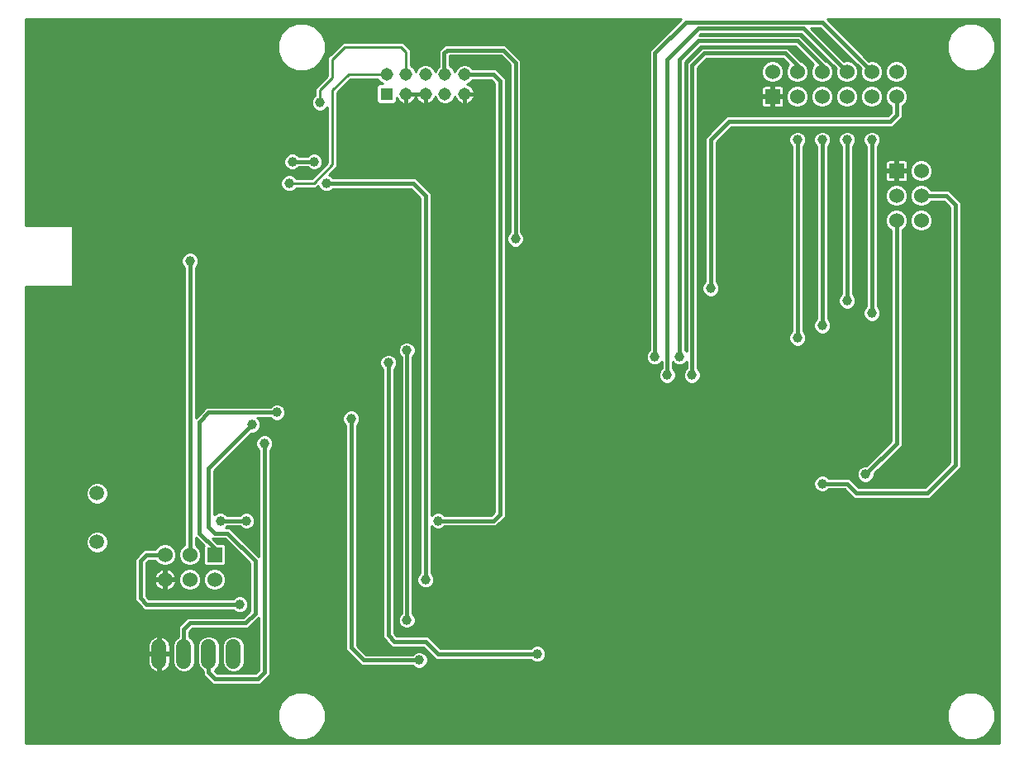
<source format=gbl>
G75*
%MOIN*%
%OFA0B0*%
%FSLAX25Y25*%
%IPPOS*%
%LPD*%
%AMOC8*
5,1,8,0,0,1.08239X$1,22.5*
%
%ADD10C,0.05937*%
%ADD11C,0.05150*%
%ADD12R,0.05150X0.05150*%
%ADD13R,0.06024X0.06024*%
%ADD14C,0.06024*%
%ADD15C,0.05937*%
%ADD16C,0.01000*%
%ADD17C,0.03962*%
%ADD18C,0.01500*%
D10*
X0035000Y0086957D03*
X0035000Y0106643D03*
D11*
X0159626Y0267863D03*
X0159626Y0275737D03*
X0167500Y0275737D03*
X0167500Y0267863D03*
X0175374Y0267863D03*
X0175374Y0275737D03*
X0183248Y0275737D03*
X0183248Y0267863D03*
X0151752Y0275737D03*
D12*
X0151752Y0267863D03*
D13*
X0307500Y0266800D03*
X0357500Y0236800D03*
X0082500Y0081800D03*
D14*
X0082500Y0071800D03*
X0072500Y0071800D03*
X0062500Y0071800D03*
X0062500Y0081800D03*
X0072500Y0081800D03*
X0317500Y0266800D03*
X0327500Y0266800D03*
X0337500Y0266800D03*
X0347500Y0266800D03*
X0357500Y0266800D03*
X0357500Y0276800D03*
X0347500Y0276800D03*
X0337500Y0276800D03*
X0327500Y0276800D03*
X0317500Y0276800D03*
X0307500Y0276800D03*
X0367500Y0236800D03*
X0367500Y0226800D03*
X0357500Y0226800D03*
X0357500Y0216800D03*
X0367500Y0216800D03*
D15*
X0090000Y0044769D02*
X0090000Y0038831D01*
X0080000Y0038831D02*
X0080000Y0044769D01*
X0070000Y0044769D02*
X0070000Y0038831D01*
X0060000Y0038831D02*
X0060000Y0044769D01*
D16*
X0006250Y0005600D02*
X0006250Y0190158D01*
X0024900Y0190158D01*
X0025205Y0190463D01*
X0025205Y0214515D01*
X0024900Y0214820D01*
X0006250Y0214820D01*
X0006250Y0298050D01*
X0270568Y0298050D01*
X0259068Y0286550D01*
X0257750Y0285232D01*
X0257750Y0164473D01*
X0257049Y0163772D01*
X0256519Y0162492D01*
X0256519Y0161108D01*
X0257049Y0159828D01*
X0258028Y0158849D01*
X0259308Y0158319D01*
X0260692Y0158319D01*
X0261972Y0158849D01*
X0262750Y0159627D01*
X0262750Y0156973D01*
X0262049Y0156272D01*
X0261519Y0154992D01*
X0261519Y0153608D01*
X0262049Y0152328D01*
X0263028Y0151349D01*
X0264308Y0150819D01*
X0265692Y0150819D01*
X0266972Y0151349D01*
X0267951Y0152328D01*
X0268481Y0153608D01*
X0268481Y0154992D01*
X0267951Y0156272D01*
X0267250Y0156973D01*
X0267250Y0159627D01*
X0268028Y0158849D01*
X0269308Y0158319D01*
X0270692Y0158319D01*
X0271972Y0158849D01*
X0272750Y0159627D01*
X0272750Y0156973D01*
X0272049Y0156272D01*
X0271519Y0154992D01*
X0271519Y0153608D01*
X0272049Y0152328D01*
X0273028Y0151349D01*
X0274308Y0150819D01*
X0275692Y0150819D01*
X0276972Y0151349D01*
X0277951Y0152328D01*
X0278481Y0153608D01*
X0278481Y0154992D01*
X0277951Y0156272D01*
X0277250Y0156973D01*
X0277250Y0278368D01*
X0280932Y0282050D01*
X0311568Y0282050D01*
X0313969Y0279649D01*
X0313675Y0279356D01*
X0312988Y0277697D01*
X0312988Y0275903D01*
X0313675Y0274244D01*
X0314944Y0272975D01*
X0316603Y0272288D01*
X0318397Y0272288D01*
X0320056Y0272975D01*
X0321325Y0274244D01*
X0322012Y0275903D01*
X0322012Y0277697D01*
X0321325Y0279356D01*
X0320056Y0280625D01*
X0318863Y0281119D01*
X0314750Y0285232D01*
X0313432Y0286550D01*
X0279068Y0286550D01*
X0274068Y0281550D01*
X0272750Y0280232D01*
X0272750Y0163973D01*
X0272250Y0164473D01*
X0272250Y0280868D01*
X0278432Y0287050D01*
X0316568Y0287050D01*
X0323969Y0279649D01*
X0323675Y0279356D01*
X0322988Y0277697D01*
X0322988Y0275903D01*
X0323675Y0274244D01*
X0324944Y0272975D01*
X0326603Y0272288D01*
X0328397Y0272288D01*
X0330056Y0272975D01*
X0331325Y0274244D01*
X0332012Y0275903D01*
X0332012Y0277697D01*
X0331325Y0279356D01*
X0330056Y0280625D01*
X0328863Y0281119D01*
X0318432Y0291550D01*
X0277932Y0291550D01*
X0278432Y0292050D01*
X0319068Y0292050D01*
X0333115Y0278003D01*
X0332988Y0277697D01*
X0332988Y0275903D01*
X0333675Y0274244D01*
X0334944Y0272975D01*
X0336603Y0272288D01*
X0338397Y0272288D01*
X0340056Y0272975D01*
X0341325Y0274244D01*
X0342012Y0275903D01*
X0342012Y0277697D01*
X0341325Y0279356D01*
X0340056Y0280625D01*
X0338397Y0281312D01*
X0336603Y0281312D01*
X0336297Y0281185D01*
X0322932Y0294550D01*
X0326568Y0294550D01*
X0343115Y0278003D01*
X0342988Y0277697D01*
X0342988Y0275903D01*
X0343675Y0274244D01*
X0344944Y0272975D01*
X0346603Y0272288D01*
X0348397Y0272288D01*
X0350056Y0272975D01*
X0351325Y0274244D01*
X0352012Y0275903D01*
X0352012Y0277697D01*
X0351325Y0279356D01*
X0350056Y0280625D01*
X0348397Y0281312D01*
X0346603Y0281312D01*
X0346297Y0281185D01*
X0329750Y0297732D01*
X0329432Y0298050D01*
X0398750Y0298050D01*
X0398750Y0005600D01*
X0006250Y0005600D01*
X0006250Y0005794D02*
X0398750Y0005794D01*
X0398750Y0006793D02*
X0006250Y0006793D01*
X0006250Y0007791D02*
X0113902Y0007791D01*
X0115571Y0007100D02*
X0119429Y0007100D01*
X0122995Y0008577D01*
X0125723Y0011305D01*
X0127200Y0014871D01*
X0127200Y0018729D01*
X0125723Y0022295D01*
X0122995Y0025023D01*
X0119429Y0026500D01*
X0115571Y0026500D01*
X0112005Y0025023D01*
X0109277Y0022295D01*
X0107800Y0018729D01*
X0107800Y0014871D01*
X0109277Y0011305D01*
X0112005Y0008577D01*
X0115571Y0007100D01*
X0111793Y0008790D02*
X0006250Y0008790D01*
X0006250Y0009788D02*
X0110794Y0009788D01*
X0109796Y0010787D02*
X0006250Y0010787D01*
X0006250Y0011785D02*
X0109078Y0011785D01*
X0108664Y0012784D02*
X0006250Y0012784D01*
X0006250Y0013782D02*
X0108251Y0013782D01*
X0107837Y0014781D02*
X0006250Y0014781D01*
X0006250Y0015779D02*
X0107800Y0015779D01*
X0107800Y0016778D02*
X0006250Y0016778D01*
X0006250Y0017776D02*
X0107800Y0017776D01*
X0107819Y0018775D02*
X0006250Y0018775D01*
X0006250Y0019773D02*
X0108232Y0019773D01*
X0108646Y0020772D02*
X0006250Y0020772D01*
X0006250Y0021770D02*
X0109060Y0021770D01*
X0109751Y0022769D02*
X0006250Y0022769D01*
X0006250Y0023767D02*
X0110749Y0023767D01*
X0111748Y0024766D02*
X0006250Y0024766D01*
X0006250Y0025764D02*
X0113794Y0025764D01*
X0121206Y0025764D02*
X0383794Y0025764D01*
X0385571Y0026500D02*
X0382005Y0025023D01*
X0379277Y0022295D01*
X0377800Y0018729D01*
X0377800Y0014871D01*
X0379277Y0011305D01*
X0382005Y0008577D01*
X0385571Y0007100D01*
X0389429Y0007100D01*
X0392995Y0008577D01*
X0395723Y0011305D01*
X0397200Y0014871D01*
X0397200Y0018729D01*
X0395723Y0022295D01*
X0392995Y0025023D01*
X0389429Y0026500D01*
X0385571Y0026500D01*
X0381748Y0024766D02*
X0123252Y0024766D01*
X0124251Y0023767D02*
X0380749Y0023767D01*
X0379751Y0022769D02*
X0125249Y0022769D01*
X0125940Y0021770D02*
X0379060Y0021770D01*
X0378646Y0020772D02*
X0126354Y0020772D01*
X0126768Y0019773D02*
X0378232Y0019773D01*
X0377819Y0018775D02*
X0127181Y0018775D01*
X0127200Y0017776D02*
X0377800Y0017776D01*
X0377800Y0016778D02*
X0127200Y0016778D01*
X0127200Y0015779D02*
X0377800Y0015779D01*
X0377837Y0014781D02*
X0127163Y0014781D01*
X0126749Y0013782D02*
X0378251Y0013782D01*
X0378664Y0012784D02*
X0126336Y0012784D01*
X0125922Y0011785D02*
X0379078Y0011785D01*
X0379796Y0010787D02*
X0125204Y0010787D01*
X0124206Y0009788D02*
X0380794Y0009788D01*
X0381793Y0008790D02*
X0123207Y0008790D01*
X0121098Y0007791D02*
X0383902Y0007791D01*
X0391098Y0007791D02*
X0398750Y0007791D01*
X0398750Y0008790D02*
X0393207Y0008790D01*
X0394206Y0009788D02*
X0398750Y0009788D01*
X0398750Y0010787D02*
X0395204Y0010787D01*
X0395922Y0011785D02*
X0398750Y0011785D01*
X0398750Y0012784D02*
X0396336Y0012784D01*
X0396749Y0013782D02*
X0398750Y0013782D01*
X0398750Y0014781D02*
X0397163Y0014781D01*
X0397200Y0015779D02*
X0398750Y0015779D01*
X0398750Y0016778D02*
X0397200Y0016778D01*
X0397200Y0017776D02*
X0398750Y0017776D01*
X0398750Y0018775D02*
X0397181Y0018775D01*
X0396768Y0019773D02*
X0398750Y0019773D01*
X0398750Y0020772D02*
X0396354Y0020772D01*
X0395940Y0021770D02*
X0398750Y0021770D01*
X0398750Y0022769D02*
X0395249Y0022769D01*
X0394251Y0023767D02*
X0398750Y0023767D01*
X0398750Y0024766D02*
X0393252Y0024766D01*
X0391206Y0025764D02*
X0398750Y0025764D01*
X0398750Y0026763D02*
X0006250Y0026763D01*
X0006250Y0027761D02*
X0398750Y0027761D01*
X0398750Y0028760D02*
X0006250Y0028760D01*
X0006250Y0029758D02*
X0081360Y0029758D01*
X0081568Y0029550D02*
X0100932Y0029550D01*
X0102250Y0030868D01*
X0104750Y0033368D01*
X0104750Y0124127D01*
X0105451Y0124828D01*
X0105981Y0126108D01*
X0105981Y0127492D01*
X0105451Y0128772D01*
X0104472Y0129751D01*
X0103192Y0130281D01*
X0101808Y0130281D01*
X0100528Y0129751D01*
X0099549Y0128772D01*
X0099019Y0127492D01*
X0099019Y0126108D01*
X0099549Y0124828D01*
X0100250Y0124127D01*
X0100250Y0080982D01*
X0088432Y0092800D01*
X0086923Y0092800D01*
X0087423Y0093300D01*
X0092577Y0093300D01*
X0093278Y0092599D01*
X0094558Y0092069D01*
X0095942Y0092069D01*
X0097222Y0092599D01*
X0098201Y0093578D01*
X0098731Y0094858D01*
X0098731Y0096242D01*
X0098201Y0097522D01*
X0097222Y0098501D01*
X0095942Y0099031D01*
X0094558Y0099031D01*
X0093278Y0098501D01*
X0092577Y0097800D01*
X0087423Y0097800D01*
X0086722Y0098501D01*
X0085442Y0099031D01*
X0084058Y0099031D01*
X0082778Y0098501D01*
X0082250Y0097973D01*
X0082250Y0115868D01*
X0097201Y0130819D01*
X0098192Y0130819D01*
X0099472Y0131349D01*
X0100451Y0132328D01*
X0100981Y0133608D01*
X0100981Y0134992D01*
X0100451Y0136272D01*
X0099673Y0137050D01*
X0104827Y0137050D01*
X0105528Y0136349D01*
X0106808Y0135819D01*
X0108192Y0135819D01*
X0109472Y0136349D01*
X0110451Y0137328D01*
X0110981Y0138608D01*
X0110981Y0139992D01*
X0110451Y0141272D01*
X0109472Y0142251D01*
X0108192Y0142781D01*
X0106808Y0142781D01*
X0105528Y0142251D01*
X0104827Y0141550D01*
X0079068Y0141550D01*
X0077750Y0140232D01*
X0074750Y0137232D01*
X0074750Y0197877D01*
X0075451Y0198578D01*
X0075981Y0199858D01*
X0075981Y0201242D01*
X0075451Y0202522D01*
X0074472Y0203501D01*
X0073192Y0204031D01*
X0071808Y0204031D01*
X0070528Y0203501D01*
X0069549Y0202522D01*
X0069019Y0201242D01*
X0069019Y0199858D01*
X0069549Y0198578D01*
X0070250Y0197877D01*
X0070250Y0085752D01*
X0069944Y0085625D01*
X0068675Y0084356D01*
X0067988Y0082697D01*
X0067988Y0080903D01*
X0068675Y0079244D01*
X0069944Y0077975D01*
X0071603Y0077288D01*
X0073397Y0077288D01*
X0075056Y0077975D01*
X0076325Y0079244D01*
X0077012Y0080903D01*
X0077012Y0082697D01*
X0076325Y0084356D01*
X0075056Y0085625D01*
X0074750Y0085752D01*
X0074750Y0088868D01*
X0075318Y0088300D01*
X0078087Y0085531D01*
X0077988Y0085433D01*
X0077988Y0078167D01*
X0078867Y0077288D01*
X0086133Y0077288D01*
X0087012Y0078167D01*
X0087012Y0085433D01*
X0086133Y0086312D01*
X0083670Y0086312D01*
X0081682Y0088300D01*
X0086568Y0088300D01*
X0096500Y0078368D01*
X0096500Y0058982D01*
X0094068Y0056550D01*
X0071568Y0056550D01*
X0069068Y0054050D01*
X0067750Y0052732D01*
X0067750Y0048673D01*
X0067469Y0048557D01*
X0066212Y0047300D01*
X0065531Y0045657D01*
X0065531Y0037943D01*
X0066212Y0036300D01*
X0067469Y0035043D01*
X0069111Y0034363D01*
X0070889Y0034363D01*
X0072531Y0035043D01*
X0073788Y0036300D01*
X0074468Y0037943D01*
X0074468Y0045657D01*
X0073788Y0047300D01*
X0072531Y0048557D01*
X0072250Y0048673D01*
X0072250Y0050868D01*
X0073432Y0052050D01*
X0095932Y0052050D01*
X0099682Y0055800D01*
X0100250Y0056368D01*
X0100250Y0035232D01*
X0099068Y0034050D01*
X0083432Y0034050D01*
X0082466Y0035016D01*
X0082531Y0035043D01*
X0083788Y0036300D01*
X0084468Y0037943D01*
X0084468Y0045657D01*
X0083788Y0047300D01*
X0082531Y0048557D01*
X0080889Y0049237D01*
X0079111Y0049237D01*
X0077469Y0048557D01*
X0076212Y0047300D01*
X0075531Y0045657D01*
X0075531Y0037943D01*
X0076212Y0036300D01*
X0077469Y0035043D01*
X0077750Y0034927D01*
X0077750Y0033368D01*
X0079068Y0032050D01*
X0081568Y0029550D01*
X0080361Y0030757D02*
X0006250Y0030757D01*
X0006250Y0031755D02*
X0079363Y0031755D01*
X0078364Y0032754D02*
X0006250Y0032754D01*
X0006250Y0033752D02*
X0077750Y0033752D01*
X0077750Y0034751D02*
X0071825Y0034751D01*
X0073237Y0035749D02*
X0076763Y0035749D01*
X0076026Y0036748D02*
X0073974Y0036748D01*
X0074387Y0037746D02*
X0075613Y0037746D01*
X0075531Y0038745D02*
X0074468Y0038745D01*
X0074468Y0039743D02*
X0075531Y0039743D01*
X0075531Y0040742D02*
X0074468Y0040742D01*
X0074468Y0041740D02*
X0075531Y0041740D01*
X0075531Y0042739D02*
X0074468Y0042739D01*
X0074468Y0043737D02*
X0075531Y0043737D01*
X0075531Y0044736D02*
X0074468Y0044736D01*
X0074437Y0045734D02*
X0075563Y0045734D01*
X0075977Y0046733D02*
X0074023Y0046733D01*
X0073356Y0047732D02*
X0076644Y0047732D01*
X0077887Y0048730D02*
X0072250Y0048730D01*
X0072250Y0049729D02*
X0100250Y0049729D01*
X0100250Y0050727D02*
X0072250Y0050727D01*
X0073108Y0051726D02*
X0100250Y0051726D01*
X0100250Y0052724D02*
X0096606Y0052724D01*
X0097605Y0053723D02*
X0100250Y0053723D01*
X0100250Y0054721D02*
X0098603Y0054721D01*
X0099602Y0055720D02*
X0100250Y0055720D01*
X0104750Y0055720D02*
X0135250Y0055720D01*
X0135250Y0056718D02*
X0104750Y0056718D01*
X0104750Y0057717D02*
X0135250Y0057717D01*
X0135250Y0058715D02*
X0104750Y0058715D01*
X0104750Y0059714D02*
X0135250Y0059714D01*
X0135250Y0060712D02*
X0104750Y0060712D01*
X0104750Y0061711D02*
X0135250Y0061711D01*
X0135250Y0062709D02*
X0104750Y0062709D01*
X0104750Y0063708D02*
X0135250Y0063708D01*
X0135250Y0064706D02*
X0104750Y0064706D01*
X0104750Y0065705D02*
X0135250Y0065705D01*
X0135250Y0066703D02*
X0104750Y0066703D01*
X0104750Y0067702D02*
X0135250Y0067702D01*
X0135250Y0068700D02*
X0104750Y0068700D01*
X0104750Y0069699D02*
X0135250Y0069699D01*
X0135250Y0070697D02*
X0104750Y0070697D01*
X0104750Y0071696D02*
X0135250Y0071696D01*
X0135250Y0072694D02*
X0104750Y0072694D01*
X0104750Y0073693D02*
X0135250Y0073693D01*
X0135250Y0074691D02*
X0104750Y0074691D01*
X0104750Y0075690D02*
X0135250Y0075690D01*
X0135250Y0076688D02*
X0104750Y0076688D01*
X0104750Y0077687D02*
X0135250Y0077687D01*
X0135250Y0078685D02*
X0104750Y0078685D01*
X0104750Y0079684D02*
X0135250Y0079684D01*
X0135250Y0080682D02*
X0104750Y0080682D01*
X0104750Y0081681D02*
X0135250Y0081681D01*
X0135250Y0082679D02*
X0104750Y0082679D01*
X0104750Y0083678D02*
X0135250Y0083678D01*
X0135250Y0084676D02*
X0104750Y0084676D01*
X0104750Y0085675D02*
X0135250Y0085675D01*
X0135250Y0086673D02*
X0104750Y0086673D01*
X0104750Y0087672D02*
X0135250Y0087672D01*
X0135250Y0088670D02*
X0104750Y0088670D01*
X0104750Y0089669D02*
X0135250Y0089669D01*
X0135250Y0090668D02*
X0104750Y0090668D01*
X0104750Y0091666D02*
X0135250Y0091666D01*
X0135250Y0092665D02*
X0104750Y0092665D01*
X0104750Y0093663D02*
X0135250Y0093663D01*
X0135250Y0094662D02*
X0104750Y0094662D01*
X0104750Y0095660D02*
X0135250Y0095660D01*
X0135250Y0096659D02*
X0104750Y0096659D01*
X0104750Y0097657D02*
X0135250Y0097657D01*
X0135250Y0098656D02*
X0104750Y0098656D01*
X0104750Y0099654D02*
X0135250Y0099654D01*
X0135250Y0100653D02*
X0104750Y0100653D01*
X0104750Y0101651D02*
X0135250Y0101651D01*
X0135250Y0102650D02*
X0104750Y0102650D01*
X0104750Y0103648D02*
X0135250Y0103648D01*
X0135250Y0104647D02*
X0104750Y0104647D01*
X0104750Y0105645D02*
X0135250Y0105645D01*
X0135250Y0106644D02*
X0104750Y0106644D01*
X0104750Y0107642D02*
X0135250Y0107642D01*
X0135250Y0108641D02*
X0104750Y0108641D01*
X0104750Y0109639D02*
X0135250Y0109639D01*
X0135250Y0110638D02*
X0104750Y0110638D01*
X0104750Y0111636D02*
X0135250Y0111636D01*
X0135250Y0112635D02*
X0104750Y0112635D01*
X0104750Y0113633D02*
X0135250Y0113633D01*
X0135250Y0114632D02*
X0104750Y0114632D01*
X0104750Y0115630D02*
X0135250Y0115630D01*
X0135250Y0116629D02*
X0104750Y0116629D01*
X0104750Y0117627D02*
X0135250Y0117627D01*
X0135250Y0118626D02*
X0104750Y0118626D01*
X0104750Y0119624D02*
X0135250Y0119624D01*
X0135250Y0120623D02*
X0104750Y0120623D01*
X0104750Y0121621D02*
X0135250Y0121621D01*
X0135250Y0122620D02*
X0104750Y0122620D01*
X0104750Y0123618D02*
X0135250Y0123618D01*
X0135250Y0124617D02*
X0105240Y0124617D01*
X0105777Y0125615D02*
X0135250Y0125615D01*
X0135250Y0126614D02*
X0105981Y0126614D01*
X0105931Y0127612D02*
X0135250Y0127612D01*
X0135250Y0128611D02*
X0105518Y0128611D01*
X0104614Y0129609D02*
X0135250Y0129609D01*
X0135250Y0130608D02*
X0096990Y0130608D01*
X0095991Y0129609D02*
X0100386Y0129609D01*
X0099482Y0128611D02*
X0094993Y0128611D01*
X0093994Y0127612D02*
X0099069Y0127612D01*
X0099019Y0126614D02*
X0092996Y0126614D01*
X0091997Y0125615D02*
X0099223Y0125615D01*
X0099760Y0124617D02*
X0090999Y0124617D01*
X0090000Y0123618D02*
X0100250Y0123618D01*
X0100250Y0122620D02*
X0089002Y0122620D01*
X0088003Y0121621D02*
X0100250Y0121621D01*
X0100250Y0120623D02*
X0087005Y0120623D01*
X0086006Y0119624D02*
X0100250Y0119624D01*
X0100250Y0118626D02*
X0085008Y0118626D01*
X0084009Y0117627D02*
X0100250Y0117627D01*
X0100250Y0116629D02*
X0083011Y0116629D01*
X0082250Y0115630D02*
X0100250Y0115630D01*
X0100250Y0114632D02*
X0082250Y0114632D01*
X0082250Y0113633D02*
X0100250Y0113633D01*
X0100250Y0112635D02*
X0082250Y0112635D01*
X0082250Y0111636D02*
X0100250Y0111636D01*
X0100250Y0110638D02*
X0082250Y0110638D01*
X0082250Y0109639D02*
X0100250Y0109639D01*
X0100250Y0108641D02*
X0082250Y0108641D01*
X0082250Y0107642D02*
X0100250Y0107642D01*
X0100250Y0106644D02*
X0082250Y0106644D01*
X0082250Y0105645D02*
X0100250Y0105645D01*
X0100250Y0104647D02*
X0082250Y0104647D01*
X0082250Y0103648D02*
X0100250Y0103648D01*
X0100250Y0102650D02*
X0082250Y0102650D01*
X0082250Y0101651D02*
X0100250Y0101651D01*
X0100250Y0100653D02*
X0082250Y0100653D01*
X0082250Y0099654D02*
X0100250Y0099654D01*
X0100250Y0098656D02*
X0096849Y0098656D01*
X0098066Y0097657D02*
X0100250Y0097657D01*
X0100250Y0096659D02*
X0098559Y0096659D01*
X0098731Y0095660D02*
X0100250Y0095660D01*
X0100250Y0094662D02*
X0098650Y0094662D01*
X0098236Y0093663D02*
X0100250Y0093663D01*
X0100250Y0092665D02*
X0097288Y0092665D01*
X0100250Y0091666D02*
X0089566Y0091666D01*
X0090564Y0090668D02*
X0100250Y0090668D01*
X0100250Y0089669D02*
X0091563Y0089669D01*
X0092561Y0088670D02*
X0100250Y0088670D01*
X0100250Y0087672D02*
X0093560Y0087672D01*
X0094559Y0086673D02*
X0100250Y0086673D01*
X0100250Y0085675D02*
X0095557Y0085675D01*
X0096556Y0084676D02*
X0100250Y0084676D01*
X0100250Y0083678D02*
X0097554Y0083678D01*
X0098553Y0082679D02*
X0100250Y0082679D01*
X0100250Y0081681D02*
X0099551Y0081681D01*
X0096183Y0078685D02*
X0087012Y0078685D01*
X0087012Y0079684D02*
X0095184Y0079684D01*
X0094186Y0080682D02*
X0087012Y0080682D01*
X0087012Y0081681D02*
X0093187Y0081681D01*
X0092189Y0082679D02*
X0087012Y0082679D01*
X0087012Y0083678D02*
X0091190Y0083678D01*
X0090192Y0084676D02*
X0087012Y0084676D01*
X0086770Y0085675D02*
X0089193Y0085675D01*
X0088195Y0086673D02*
X0083308Y0086673D01*
X0082310Y0087672D02*
X0087196Y0087672D01*
X0088567Y0092665D02*
X0093212Y0092665D01*
X0093651Y0098656D02*
X0086349Y0098656D01*
X0083151Y0098656D02*
X0082250Y0098656D01*
X0070250Y0098656D02*
X0006250Y0098656D01*
X0006250Y0099654D02*
X0070250Y0099654D01*
X0070250Y0100653D02*
X0006250Y0100653D01*
X0006250Y0101651D02*
X0070250Y0101651D01*
X0070250Y0102650D02*
X0037037Y0102650D01*
X0037531Y0102854D02*
X0038788Y0104111D01*
X0039468Y0105754D01*
X0039468Y0107531D01*
X0038788Y0109174D01*
X0037531Y0110431D01*
X0035889Y0111111D01*
X0034111Y0111111D01*
X0032469Y0110431D01*
X0031212Y0109174D01*
X0030531Y0107531D01*
X0030531Y0105754D01*
X0031212Y0104111D01*
X0032469Y0102854D01*
X0034111Y0102174D01*
X0035889Y0102174D01*
X0037531Y0102854D01*
X0038325Y0103648D02*
X0070250Y0103648D01*
X0070250Y0104647D02*
X0039010Y0104647D01*
X0039424Y0105645D02*
X0070250Y0105645D01*
X0070250Y0106644D02*
X0039468Y0106644D01*
X0039423Y0107642D02*
X0070250Y0107642D01*
X0070250Y0108641D02*
X0039009Y0108641D01*
X0038323Y0109639D02*
X0070250Y0109639D01*
X0070250Y0110638D02*
X0037031Y0110638D01*
X0032969Y0110638D02*
X0006250Y0110638D01*
X0006250Y0111636D02*
X0070250Y0111636D01*
X0070250Y0112635D02*
X0006250Y0112635D01*
X0006250Y0113633D02*
X0070250Y0113633D01*
X0070250Y0114632D02*
X0006250Y0114632D01*
X0006250Y0115630D02*
X0070250Y0115630D01*
X0070250Y0116629D02*
X0006250Y0116629D01*
X0006250Y0117627D02*
X0070250Y0117627D01*
X0070250Y0118626D02*
X0006250Y0118626D01*
X0006250Y0119624D02*
X0070250Y0119624D01*
X0070250Y0120623D02*
X0006250Y0120623D01*
X0006250Y0121621D02*
X0070250Y0121621D01*
X0070250Y0122620D02*
X0006250Y0122620D01*
X0006250Y0123618D02*
X0070250Y0123618D01*
X0070250Y0124617D02*
X0006250Y0124617D01*
X0006250Y0125615D02*
X0070250Y0125615D01*
X0070250Y0126614D02*
X0006250Y0126614D01*
X0006250Y0127612D02*
X0070250Y0127612D01*
X0070250Y0128611D02*
X0006250Y0128611D01*
X0006250Y0129609D02*
X0070250Y0129609D01*
X0070250Y0130608D02*
X0006250Y0130608D01*
X0006250Y0131606D02*
X0070250Y0131606D01*
X0070250Y0132605D02*
X0006250Y0132605D01*
X0006250Y0133603D02*
X0070250Y0133603D01*
X0070250Y0134602D02*
X0006250Y0134602D01*
X0006250Y0135601D02*
X0070250Y0135601D01*
X0070250Y0136599D02*
X0006250Y0136599D01*
X0006250Y0137598D02*
X0070250Y0137598D01*
X0070250Y0138596D02*
X0006250Y0138596D01*
X0006250Y0139595D02*
X0070250Y0139595D01*
X0070250Y0140593D02*
X0006250Y0140593D01*
X0006250Y0141592D02*
X0070250Y0141592D01*
X0070250Y0142590D02*
X0006250Y0142590D01*
X0006250Y0143589D02*
X0070250Y0143589D01*
X0070250Y0144587D02*
X0006250Y0144587D01*
X0006250Y0145586D02*
X0070250Y0145586D01*
X0070250Y0146584D02*
X0006250Y0146584D01*
X0006250Y0147583D02*
X0070250Y0147583D01*
X0070250Y0148581D02*
X0006250Y0148581D01*
X0006250Y0149580D02*
X0070250Y0149580D01*
X0070250Y0150578D02*
X0006250Y0150578D01*
X0006250Y0151577D02*
X0070250Y0151577D01*
X0070250Y0152575D02*
X0006250Y0152575D01*
X0006250Y0153574D02*
X0070250Y0153574D01*
X0070250Y0154572D02*
X0006250Y0154572D01*
X0006250Y0155571D02*
X0070250Y0155571D01*
X0070250Y0156569D02*
X0006250Y0156569D01*
X0006250Y0157568D02*
X0070250Y0157568D01*
X0070250Y0158566D02*
X0006250Y0158566D01*
X0006250Y0159565D02*
X0070250Y0159565D01*
X0070250Y0160563D02*
X0006250Y0160563D01*
X0006250Y0161562D02*
X0070250Y0161562D01*
X0070250Y0162560D02*
X0006250Y0162560D01*
X0006250Y0163559D02*
X0070250Y0163559D01*
X0070250Y0164557D02*
X0006250Y0164557D01*
X0006250Y0165556D02*
X0070250Y0165556D01*
X0070250Y0166554D02*
X0006250Y0166554D01*
X0006250Y0167553D02*
X0070250Y0167553D01*
X0070250Y0168551D02*
X0006250Y0168551D01*
X0006250Y0169550D02*
X0070250Y0169550D01*
X0070250Y0170548D02*
X0006250Y0170548D01*
X0006250Y0171547D02*
X0070250Y0171547D01*
X0070250Y0172545D02*
X0006250Y0172545D01*
X0006250Y0173544D02*
X0070250Y0173544D01*
X0070250Y0174542D02*
X0006250Y0174542D01*
X0006250Y0175541D02*
X0070250Y0175541D01*
X0070250Y0176539D02*
X0006250Y0176539D01*
X0006250Y0177538D02*
X0070250Y0177538D01*
X0070250Y0178537D02*
X0006250Y0178537D01*
X0006250Y0179535D02*
X0070250Y0179535D01*
X0070250Y0180534D02*
X0006250Y0180534D01*
X0006250Y0181532D02*
X0070250Y0181532D01*
X0070250Y0182531D02*
X0006250Y0182531D01*
X0006250Y0183529D02*
X0070250Y0183529D01*
X0070250Y0184528D02*
X0006250Y0184528D01*
X0006250Y0185526D02*
X0070250Y0185526D01*
X0070250Y0186525D02*
X0006250Y0186525D01*
X0006250Y0187523D02*
X0070250Y0187523D01*
X0070250Y0188522D02*
X0006250Y0188522D01*
X0006250Y0189520D02*
X0070250Y0189520D01*
X0070250Y0190519D02*
X0025205Y0190519D01*
X0025205Y0191517D02*
X0070250Y0191517D01*
X0070250Y0192516D02*
X0025205Y0192516D01*
X0025205Y0193514D02*
X0070250Y0193514D01*
X0070250Y0194513D02*
X0025205Y0194513D01*
X0025205Y0195511D02*
X0070250Y0195511D01*
X0070250Y0196510D02*
X0025205Y0196510D01*
X0025205Y0197508D02*
X0070250Y0197508D01*
X0069620Y0198507D02*
X0025205Y0198507D01*
X0025205Y0199505D02*
X0069165Y0199505D01*
X0069019Y0200504D02*
X0025205Y0200504D01*
X0025205Y0201502D02*
X0069127Y0201502D01*
X0069540Y0202501D02*
X0025205Y0202501D01*
X0025205Y0203499D02*
X0070526Y0203499D01*
X0074474Y0203499D02*
X0165250Y0203499D01*
X0165250Y0202501D02*
X0075460Y0202501D01*
X0075873Y0201502D02*
X0165250Y0201502D01*
X0165250Y0200504D02*
X0075981Y0200504D01*
X0075835Y0199505D02*
X0165250Y0199505D01*
X0165250Y0198507D02*
X0075380Y0198507D01*
X0074750Y0197508D02*
X0165250Y0197508D01*
X0165250Y0196510D02*
X0074750Y0196510D01*
X0074750Y0195511D02*
X0165250Y0195511D01*
X0165250Y0194513D02*
X0074750Y0194513D01*
X0074750Y0193514D02*
X0165250Y0193514D01*
X0165250Y0192516D02*
X0074750Y0192516D01*
X0074750Y0191517D02*
X0165250Y0191517D01*
X0165250Y0190519D02*
X0074750Y0190519D01*
X0074750Y0189520D02*
X0165250Y0189520D01*
X0165250Y0188522D02*
X0074750Y0188522D01*
X0074750Y0187523D02*
X0165250Y0187523D01*
X0165250Y0186525D02*
X0074750Y0186525D01*
X0074750Y0185526D02*
X0165250Y0185526D01*
X0165250Y0184528D02*
X0074750Y0184528D01*
X0074750Y0183529D02*
X0165250Y0183529D01*
X0165250Y0182531D02*
X0074750Y0182531D01*
X0074750Y0181532D02*
X0165250Y0181532D01*
X0165250Y0180534D02*
X0074750Y0180534D01*
X0074750Y0179535D02*
X0165250Y0179535D01*
X0165250Y0178537D02*
X0074750Y0178537D01*
X0074750Y0177538D02*
X0165250Y0177538D01*
X0165250Y0176539D02*
X0074750Y0176539D01*
X0074750Y0175541D02*
X0165250Y0175541D01*
X0165250Y0174542D02*
X0074750Y0174542D01*
X0074750Y0173544D02*
X0165250Y0173544D01*
X0165250Y0172545D02*
X0074750Y0172545D01*
X0074750Y0171547D02*
X0165250Y0171547D01*
X0165250Y0170548D02*
X0074750Y0170548D01*
X0074750Y0169550D02*
X0165250Y0169550D01*
X0165250Y0168551D02*
X0074750Y0168551D01*
X0074750Y0167553D02*
X0158757Y0167553D01*
X0159308Y0167781D02*
X0158028Y0167251D01*
X0157049Y0166272D01*
X0156519Y0164992D01*
X0156519Y0163608D01*
X0157049Y0162328D01*
X0157750Y0161627D01*
X0157750Y0058223D01*
X0157049Y0057522D01*
X0156519Y0056242D01*
X0156519Y0054858D01*
X0157049Y0053578D01*
X0158028Y0052599D01*
X0159308Y0052069D01*
X0160692Y0052069D01*
X0161972Y0052599D01*
X0162951Y0053578D01*
X0163481Y0054858D01*
X0163481Y0056242D01*
X0162951Y0057522D01*
X0162250Y0058223D01*
X0162250Y0161627D01*
X0162951Y0162328D01*
X0163481Y0163608D01*
X0163481Y0164992D01*
X0162951Y0166272D01*
X0161972Y0167251D01*
X0160692Y0167781D01*
X0159308Y0167781D01*
X0161243Y0167553D02*
X0165250Y0167553D01*
X0165250Y0166554D02*
X0162669Y0166554D01*
X0163248Y0165556D02*
X0165250Y0165556D01*
X0165250Y0164557D02*
X0163481Y0164557D01*
X0163461Y0163559D02*
X0165250Y0163559D01*
X0165250Y0162560D02*
X0163047Y0162560D01*
X0162250Y0161562D02*
X0165250Y0161562D01*
X0165250Y0160563D02*
X0162250Y0160563D01*
X0162250Y0159565D02*
X0165250Y0159565D01*
X0165250Y0158566D02*
X0162250Y0158566D01*
X0162250Y0157568D02*
X0165250Y0157568D01*
X0165250Y0156569D02*
X0162250Y0156569D01*
X0162250Y0155571D02*
X0165250Y0155571D01*
X0165250Y0154572D02*
X0162250Y0154572D01*
X0162250Y0153574D02*
X0165250Y0153574D01*
X0165250Y0152575D02*
X0162250Y0152575D01*
X0162250Y0151577D02*
X0165250Y0151577D01*
X0165250Y0150578D02*
X0162250Y0150578D01*
X0162250Y0149580D02*
X0165250Y0149580D01*
X0165250Y0148581D02*
X0162250Y0148581D01*
X0162250Y0147583D02*
X0165250Y0147583D01*
X0165250Y0146584D02*
X0162250Y0146584D01*
X0162250Y0145586D02*
X0165250Y0145586D01*
X0165250Y0144587D02*
X0162250Y0144587D01*
X0162250Y0143589D02*
X0165250Y0143589D01*
X0165250Y0142590D02*
X0162250Y0142590D01*
X0162250Y0141592D02*
X0165250Y0141592D01*
X0165250Y0140593D02*
X0162250Y0140593D01*
X0162250Y0139595D02*
X0165250Y0139595D01*
X0165250Y0138596D02*
X0162250Y0138596D01*
X0162250Y0137598D02*
X0165250Y0137598D01*
X0165250Y0136599D02*
X0162250Y0136599D01*
X0162250Y0135601D02*
X0165250Y0135601D01*
X0165250Y0134602D02*
X0162250Y0134602D01*
X0162250Y0133603D02*
X0165250Y0133603D01*
X0165250Y0132605D02*
X0162250Y0132605D01*
X0162250Y0131606D02*
X0165250Y0131606D01*
X0165250Y0130608D02*
X0162250Y0130608D01*
X0162250Y0129609D02*
X0165250Y0129609D01*
X0165250Y0128611D02*
X0162250Y0128611D01*
X0162250Y0127612D02*
X0165250Y0127612D01*
X0165250Y0126614D02*
X0162250Y0126614D01*
X0162250Y0125615D02*
X0165250Y0125615D01*
X0165250Y0124617D02*
X0162250Y0124617D01*
X0162250Y0123618D02*
X0165250Y0123618D01*
X0165250Y0122620D02*
X0162250Y0122620D01*
X0162250Y0121621D02*
X0165250Y0121621D01*
X0165250Y0120623D02*
X0162250Y0120623D01*
X0162250Y0119624D02*
X0165250Y0119624D01*
X0165250Y0118626D02*
X0162250Y0118626D01*
X0162250Y0117627D02*
X0165250Y0117627D01*
X0165250Y0116629D02*
X0162250Y0116629D01*
X0162250Y0115630D02*
X0165250Y0115630D01*
X0165250Y0114632D02*
X0162250Y0114632D01*
X0162250Y0113633D02*
X0165250Y0113633D01*
X0165250Y0112635D02*
X0162250Y0112635D01*
X0162250Y0111636D02*
X0165250Y0111636D01*
X0165250Y0110638D02*
X0162250Y0110638D01*
X0162250Y0109639D02*
X0165250Y0109639D01*
X0165250Y0108641D02*
X0162250Y0108641D01*
X0162250Y0107642D02*
X0165250Y0107642D01*
X0165250Y0106644D02*
X0162250Y0106644D01*
X0162250Y0105645D02*
X0165250Y0105645D01*
X0165250Y0104647D02*
X0162250Y0104647D01*
X0162250Y0103648D02*
X0165250Y0103648D01*
X0165250Y0102650D02*
X0162250Y0102650D01*
X0162250Y0101651D02*
X0165250Y0101651D01*
X0165250Y0100653D02*
X0162250Y0100653D01*
X0162250Y0099654D02*
X0165250Y0099654D01*
X0165250Y0098656D02*
X0162250Y0098656D01*
X0162250Y0097657D02*
X0165250Y0097657D01*
X0165250Y0096659D02*
X0162250Y0096659D01*
X0162250Y0095660D02*
X0165250Y0095660D01*
X0165250Y0094662D02*
X0162250Y0094662D01*
X0162250Y0093663D02*
X0165250Y0093663D01*
X0165250Y0092665D02*
X0162250Y0092665D01*
X0162250Y0091666D02*
X0165250Y0091666D01*
X0165250Y0090668D02*
X0162250Y0090668D01*
X0162250Y0089669D02*
X0165250Y0089669D01*
X0165250Y0088670D02*
X0162250Y0088670D01*
X0162250Y0087672D02*
X0165250Y0087672D01*
X0165250Y0086673D02*
X0162250Y0086673D01*
X0162250Y0085675D02*
X0165250Y0085675D01*
X0165250Y0084676D02*
X0162250Y0084676D01*
X0162250Y0083678D02*
X0165250Y0083678D01*
X0165250Y0082679D02*
X0162250Y0082679D01*
X0162250Y0081681D02*
X0165250Y0081681D01*
X0165250Y0080682D02*
X0162250Y0080682D01*
X0162250Y0079684D02*
X0165250Y0079684D01*
X0165250Y0078685D02*
X0162250Y0078685D01*
X0162250Y0077687D02*
X0165250Y0077687D01*
X0165250Y0076688D02*
X0162250Y0076688D01*
X0162250Y0075690D02*
X0165250Y0075690D01*
X0165250Y0074691D02*
X0162250Y0074691D01*
X0162250Y0073693D02*
X0164516Y0073693D01*
X0164549Y0073772D02*
X0164019Y0072492D01*
X0164019Y0071108D01*
X0164549Y0069828D01*
X0165528Y0068849D01*
X0166808Y0068319D01*
X0168192Y0068319D01*
X0169472Y0068849D01*
X0170451Y0069828D01*
X0170981Y0071108D01*
X0170981Y0072492D01*
X0170451Y0073772D01*
X0169750Y0074473D01*
X0169750Y0093377D01*
X0170528Y0092599D01*
X0171808Y0092069D01*
X0173192Y0092069D01*
X0174472Y0092599D01*
X0175173Y0093300D01*
X0195932Y0093300D01*
X0197250Y0094618D01*
X0199750Y0097118D01*
X0199750Y0273982D01*
X0198432Y0275300D01*
X0195745Y0277987D01*
X0186727Y0277987D01*
X0186702Y0278045D01*
X0185556Y0279191D01*
X0184059Y0279812D01*
X0182437Y0279812D01*
X0180940Y0279191D01*
X0179794Y0278045D01*
X0179311Y0276880D01*
X0178828Y0278045D01*
X0177682Y0279191D01*
X0177250Y0279370D01*
X0177250Y0283300D01*
X0197818Y0283300D01*
X0201500Y0279618D01*
X0201500Y0211973D01*
X0200799Y0211272D01*
X0200269Y0209992D01*
X0200269Y0208608D01*
X0200799Y0207328D01*
X0201778Y0206349D01*
X0203058Y0205819D01*
X0204442Y0205819D01*
X0205722Y0206349D01*
X0206701Y0207328D01*
X0207231Y0208608D01*
X0207231Y0209992D01*
X0206701Y0211272D01*
X0206000Y0211973D01*
X0206000Y0281482D01*
X0201000Y0286482D01*
X0199682Y0287800D01*
X0175318Y0287800D01*
X0174068Y0286550D01*
X0172750Y0285232D01*
X0172750Y0278876D01*
X0171920Y0278045D01*
X0171437Y0276880D01*
X0170954Y0278045D01*
X0169808Y0279191D01*
X0168311Y0279812D01*
X0166689Y0279812D01*
X0165192Y0279191D01*
X0164046Y0278045D01*
X0163563Y0276880D01*
X0163080Y0278045D01*
X0161934Y0279191D01*
X0161626Y0279319D01*
X0161626Y0285502D01*
X0159500Y0287628D01*
X0158328Y0288800D01*
X0134172Y0288800D01*
X0129172Y0283800D01*
X0128000Y0282628D01*
X0128000Y0275128D01*
X0123000Y0270128D01*
X0123000Y0267223D01*
X0122049Y0266272D01*
X0121519Y0264992D01*
X0121519Y0263608D01*
X0122049Y0262328D01*
X0123028Y0261349D01*
X0124308Y0260819D01*
X0125692Y0260819D01*
X0126972Y0261349D01*
X0127951Y0262328D01*
X0128000Y0262446D01*
X0128000Y0240128D01*
X0121672Y0233800D01*
X0115423Y0233800D01*
X0114472Y0234751D01*
X0113192Y0235281D01*
X0111808Y0235281D01*
X0110528Y0234751D01*
X0109549Y0233772D01*
X0109019Y0232492D01*
X0109019Y0231108D01*
X0109549Y0229828D01*
X0110528Y0228849D01*
X0111808Y0228319D01*
X0113192Y0228319D01*
X0114472Y0228849D01*
X0115423Y0229800D01*
X0123328Y0229800D01*
X0124200Y0230671D01*
X0124549Y0229828D01*
X0125528Y0228849D01*
X0126808Y0228319D01*
X0128192Y0228319D01*
X0129472Y0228849D01*
X0130173Y0229550D01*
X0161568Y0229550D01*
X0165250Y0225868D01*
X0165250Y0074473D01*
X0164549Y0073772D01*
X0164103Y0072694D02*
X0162250Y0072694D01*
X0162250Y0071696D02*
X0164019Y0071696D01*
X0164189Y0070697D02*
X0162250Y0070697D01*
X0162250Y0069699D02*
X0164678Y0069699D01*
X0165887Y0068700D02*
X0162250Y0068700D01*
X0162250Y0067702D02*
X0398750Y0067702D01*
X0398750Y0068700D02*
X0169113Y0068700D01*
X0170322Y0069699D02*
X0398750Y0069699D01*
X0398750Y0070697D02*
X0170811Y0070697D01*
X0170981Y0071696D02*
X0398750Y0071696D01*
X0398750Y0072694D02*
X0170897Y0072694D01*
X0170484Y0073693D02*
X0398750Y0073693D01*
X0398750Y0074691D02*
X0169750Y0074691D01*
X0169750Y0075690D02*
X0398750Y0075690D01*
X0398750Y0076688D02*
X0169750Y0076688D01*
X0169750Y0077687D02*
X0398750Y0077687D01*
X0398750Y0078685D02*
X0169750Y0078685D01*
X0169750Y0079684D02*
X0398750Y0079684D01*
X0398750Y0080682D02*
X0169750Y0080682D01*
X0169750Y0081681D02*
X0398750Y0081681D01*
X0398750Y0082679D02*
X0169750Y0082679D01*
X0169750Y0083678D02*
X0398750Y0083678D01*
X0398750Y0084676D02*
X0169750Y0084676D01*
X0169750Y0085675D02*
X0398750Y0085675D01*
X0398750Y0086673D02*
X0169750Y0086673D01*
X0169750Y0087672D02*
X0398750Y0087672D01*
X0398750Y0088670D02*
X0169750Y0088670D01*
X0169750Y0089669D02*
X0398750Y0089669D01*
X0398750Y0090668D02*
X0169750Y0090668D01*
X0169750Y0091666D02*
X0398750Y0091666D01*
X0398750Y0092665D02*
X0174538Y0092665D01*
X0170462Y0092665D02*
X0169750Y0092665D01*
X0169750Y0097723D02*
X0169750Y0225868D01*
X0169750Y0227732D01*
X0164750Y0232732D01*
X0163432Y0234050D01*
X0130173Y0234050D01*
X0129472Y0234751D01*
X0128629Y0235100D01*
X0132000Y0238472D01*
X0132000Y0268472D01*
X0137265Y0273737D01*
X0148170Y0273737D01*
X0148298Y0273429D01*
X0149444Y0272283D01*
X0150276Y0271938D01*
X0148556Y0271938D01*
X0147677Y0271059D01*
X0147677Y0264667D01*
X0148556Y0263788D01*
X0154948Y0263788D01*
X0155827Y0264667D01*
X0155827Y0266369D01*
X0155850Y0266299D01*
X0156141Y0265727D01*
X0156518Y0265208D01*
X0156971Y0264755D01*
X0157490Y0264378D01*
X0158062Y0264087D01*
X0158672Y0263889D01*
X0159305Y0263788D01*
X0159339Y0263788D01*
X0159339Y0267576D01*
X0159913Y0267576D01*
X0159913Y0268150D01*
X0163701Y0268150D01*
X0167213Y0268150D01*
X0167213Y0267576D01*
X0159913Y0267576D01*
X0159913Y0263788D01*
X0159947Y0263788D01*
X0160580Y0263889D01*
X0161190Y0264087D01*
X0161762Y0264378D01*
X0162281Y0264755D01*
X0162734Y0265208D01*
X0163111Y0265727D01*
X0163402Y0266299D01*
X0163563Y0266794D01*
X0163724Y0266299D01*
X0164015Y0265727D01*
X0164392Y0265208D01*
X0164845Y0264755D01*
X0165364Y0264378D01*
X0165936Y0264087D01*
X0166546Y0263889D01*
X0167179Y0263788D01*
X0167213Y0263788D01*
X0167213Y0267576D01*
X0167787Y0267576D01*
X0167787Y0263788D01*
X0167821Y0263788D01*
X0168454Y0263889D01*
X0169064Y0264087D01*
X0169636Y0264378D01*
X0170155Y0264755D01*
X0170608Y0265208D01*
X0170985Y0265727D01*
X0171276Y0266299D01*
X0171424Y0266752D01*
X0171920Y0265555D01*
X0173066Y0264409D01*
X0174563Y0263788D01*
X0176185Y0263788D01*
X0177682Y0264409D01*
X0178828Y0265555D01*
X0179324Y0266752D01*
X0179472Y0266299D01*
X0179763Y0265727D01*
X0180140Y0265208D01*
X0180593Y0264755D01*
X0181112Y0264378D01*
X0181684Y0264087D01*
X0182294Y0263889D01*
X0182927Y0263788D01*
X0182961Y0263788D01*
X0182961Y0267576D01*
X0183535Y0267576D01*
X0183536Y0267576D02*
X0183536Y0268150D01*
X0187323Y0268150D01*
X0187323Y0268184D01*
X0187222Y0268817D01*
X0187024Y0269427D01*
X0186733Y0269999D01*
X0186356Y0270518D01*
X0185903Y0270971D01*
X0185384Y0271348D01*
X0184812Y0271639D01*
X0184359Y0271787D01*
X0185556Y0272283D01*
X0186702Y0273429D01*
X0186727Y0273487D01*
X0193881Y0273487D01*
X0195250Y0272118D01*
X0195250Y0098982D01*
X0194068Y0097800D01*
X0175173Y0097800D01*
X0174472Y0098501D01*
X0173192Y0099031D01*
X0171808Y0099031D01*
X0170528Y0098501D01*
X0169750Y0097723D01*
X0169750Y0098656D02*
X0170901Y0098656D01*
X0169750Y0099654D02*
X0195250Y0099654D01*
X0195250Y0100653D02*
X0169750Y0100653D01*
X0169750Y0101651D02*
X0195250Y0101651D01*
X0195250Y0102650D02*
X0169750Y0102650D01*
X0169750Y0103648D02*
X0195250Y0103648D01*
X0195250Y0104647D02*
X0169750Y0104647D01*
X0169750Y0105645D02*
X0195250Y0105645D01*
X0195250Y0106644D02*
X0169750Y0106644D01*
X0169750Y0107642D02*
X0195250Y0107642D01*
X0195250Y0108641D02*
X0169750Y0108641D01*
X0169750Y0109639D02*
X0195250Y0109639D01*
X0195250Y0110638D02*
X0169750Y0110638D01*
X0169750Y0111636D02*
X0195250Y0111636D01*
X0195250Y0112635D02*
X0169750Y0112635D01*
X0169750Y0113633D02*
X0195250Y0113633D01*
X0195250Y0114632D02*
X0169750Y0114632D01*
X0169750Y0115630D02*
X0195250Y0115630D01*
X0195250Y0116629D02*
X0169750Y0116629D01*
X0169750Y0117627D02*
X0195250Y0117627D01*
X0195250Y0118626D02*
X0169750Y0118626D01*
X0169750Y0119624D02*
X0195250Y0119624D01*
X0195250Y0120623D02*
X0169750Y0120623D01*
X0169750Y0121621D02*
X0195250Y0121621D01*
X0195250Y0122620D02*
X0169750Y0122620D01*
X0169750Y0123618D02*
X0195250Y0123618D01*
X0195250Y0124617D02*
X0169750Y0124617D01*
X0169750Y0125615D02*
X0195250Y0125615D01*
X0195250Y0126614D02*
X0169750Y0126614D01*
X0169750Y0127612D02*
X0195250Y0127612D01*
X0195250Y0128611D02*
X0169750Y0128611D01*
X0169750Y0129609D02*
X0195250Y0129609D01*
X0195250Y0130608D02*
X0169750Y0130608D01*
X0169750Y0131606D02*
X0195250Y0131606D01*
X0195250Y0132605D02*
X0169750Y0132605D01*
X0169750Y0133603D02*
X0195250Y0133603D01*
X0195250Y0134602D02*
X0169750Y0134602D01*
X0169750Y0135601D02*
X0195250Y0135601D01*
X0195250Y0136599D02*
X0169750Y0136599D01*
X0169750Y0137598D02*
X0195250Y0137598D01*
X0195250Y0138596D02*
X0169750Y0138596D01*
X0169750Y0139595D02*
X0195250Y0139595D01*
X0195250Y0140593D02*
X0169750Y0140593D01*
X0169750Y0141592D02*
X0195250Y0141592D01*
X0195250Y0142590D02*
X0169750Y0142590D01*
X0169750Y0143589D02*
X0195250Y0143589D01*
X0195250Y0144587D02*
X0169750Y0144587D01*
X0169750Y0145586D02*
X0195250Y0145586D01*
X0195250Y0146584D02*
X0169750Y0146584D01*
X0169750Y0147583D02*
X0195250Y0147583D01*
X0195250Y0148581D02*
X0169750Y0148581D01*
X0169750Y0149580D02*
X0195250Y0149580D01*
X0195250Y0150578D02*
X0169750Y0150578D01*
X0169750Y0151577D02*
X0195250Y0151577D01*
X0195250Y0152575D02*
X0169750Y0152575D01*
X0169750Y0153574D02*
X0195250Y0153574D01*
X0195250Y0154572D02*
X0169750Y0154572D01*
X0169750Y0155571D02*
X0195250Y0155571D01*
X0195250Y0156569D02*
X0169750Y0156569D01*
X0169750Y0157568D02*
X0195250Y0157568D01*
X0195250Y0158566D02*
X0169750Y0158566D01*
X0169750Y0159565D02*
X0195250Y0159565D01*
X0195250Y0160563D02*
X0169750Y0160563D01*
X0169750Y0161562D02*
X0195250Y0161562D01*
X0195250Y0162560D02*
X0169750Y0162560D01*
X0169750Y0163559D02*
X0195250Y0163559D01*
X0195250Y0164557D02*
X0169750Y0164557D01*
X0169750Y0165556D02*
X0195250Y0165556D01*
X0195250Y0166554D02*
X0169750Y0166554D01*
X0169750Y0167553D02*
X0195250Y0167553D01*
X0195250Y0168551D02*
X0169750Y0168551D01*
X0169750Y0169550D02*
X0195250Y0169550D01*
X0195250Y0170548D02*
X0169750Y0170548D01*
X0169750Y0171547D02*
X0195250Y0171547D01*
X0195250Y0172545D02*
X0169750Y0172545D01*
X0169750Y0173544D02*
X0195250Y0173544D01*
X0195250Y0174542D02*
X0169750Y0174542D01*
X0169750Y0175541D02*
X0195250Y0175541D01*
X0195250Y0176539D02*
X0169750Y0176539D01*
X0169750Y0177538D02*
X0195250Y0177538D01*
X0195250Y0178537D02*
X0169750Y0178537D01*
X0169750Y0179535D02*
X0195250Y0179535D01*
X0195250Y0180534D02*
X0169750Y0180534D01*
X0169750Y0181532D02*
X0195250Y0181532D01*
X0195250Y0182531D02*
X0169750Y0182531D01*
X0169750Y0183529D02*
X0195250Y0183529D01*
X0195250Y0184528D02*
X0169750Y0184528D01*
X0169750Y0185526D02*
X0195250Y0185526D01*
X0195250Y0186525D02*
X0169750Y0186525D01*
X0169750Y0187523D02*
X0195250Y0187523D01*
X0195250Y0188522D02*
X0169750Y0188522D01*
X0169750Y0189520D02*
X0195250Y0189520D01*
X0195250Y0190519D02*
X0169750Y0190519D01*
X0169750Y0191517D02*
X0195250Y0191517D01*
X0195250Y0192516D02*
X0169750Y0192516D01*
X0169750Y0193514D02*
X0195250Y0193514D01*
X0195250Y0194513D02*
X0169750Y0194513D01*
X0169750Y0195511D02*
X0195250Y0195511D01*
X0195250Y0196510D02*
X0169750Y0196510D01*
X0169750Y0197508D02*
X0195250Y0197508D01*
X0195250Y0198507D02*
X0169750Y0198507D01*
X0169750Y0199505D02*
X0195250Y0199505D01*
X0195250Y0200504D02*
X0169750Y0200504D01*
X0169750Y0201502D02*
X0195250Y0201502D01*
X0195250Y0202501D02*
X0169750Y0202501D01*
X0169750Y0203499D02*
X0195250Y0203499D01*
X0195250Y0204498D02*
X0169750Y0204498D01*
X0169750Y0205496D02*
X0195250Y0205496D01*
X0195250Y0206495D02*
X0169750Y0206495D01*
X0169750Y0207493D02*
X0195250Y0207493D01*
X0195250Y0208492D02*
X0169750Y0208492D01*
X0169750Y0209490D02*
X0195250Y0209490D01*
X0195250Y0210489D02*
X0169750Y0210489D01*
X0169750Y0211487D02*
X0195250Y0211487D01*
X0195250Y0212486D02*
X0169750Y0212486D01*
X0169750Y0213484D02*
X0195250Y0213484D01*
X0195250Y0214483D02*
X0169750Y0214483D01*
X0169750Y0215481D02*
X0195250Y0215481D01*
X0195250Y0216480D02*
X0169750Y0216480D01*
X0169750Y0217478D02*
X0195250Y0217478D01*
X0195250Y0218477D02*
X0169750Y0218477D01*
X0169750Y0219475D02*
X0195250Y0219475D01*
X0195250Y0220474D02*
X0169750Y0220474D01*
X0169750Y0221472D02*
X0195250Y0221472D01*
X0195250Y0222471D02*
X0169750Y0222471D01*
X0169750Y0223470D02*
X0195250Y0223470D01*
X0195250Y0224468D02*
X0169750Y0224468D01*
X0169750Y0225467D02*
X0195250Y0225467D01*
X0195250Y0226465D02*
X0169750Y0226465D01*
X0169750Y0227464D02*
X0195250Y0227464D01*
X0195250Y0228462D02*
X0169020Y0228462D01*
X0168021Y0229461D02*
X0195250Y0229461D01*
X0195250Y0230459D02*
X0167023Y0230459D01*
X0166024Y0231458D02*
X0195250Y0231458D01*
X0195250Y0232456D02*
X0165026Y0232456D01*
X0164027Y0233455D02*
X0195250Y0233455D01*
X0195250Y0234453D02*
X0129770Y0234453D01*
X0128980Y0235452D02*
X0195250Y0235452D01*
X0195250Y0236450D02*
X0129979Y0236450D01*
X0130977Y0237449D02*
X0195250Y0237449D01*
X0195250Y0238447D02*
X0131976Y0238447D01*
X0132000Y0239446D02*
X0195250Y0239446D01*
X0195250Y0240444D02*
X0132000Y0240444D01*
X0132000Y0241443D02*
X0195250Y0241443D01*
X0195250Y0242441D02*
X0132000Y0242441D01*
X0132000Y0243440D02*
X0195250Y0243440D01*
X0195250Y0244438D02*
X0132000Y0244438D01*
X0132000Y0245437D02*
X0195250Y0245437D01*
X0195250Y0246435D02*
X0132000Y0246435D01*
X0132000Y0247434D02*
X0195250Y0247434D01*
X0195250Y0248432D02*
X0132000Y0248432D01*
X0132000Y0249431D02*
X0195250Y0249431D01*
X0195250Y0250429D02*
X0132000Y0250429D01*
X0132000Y0251428D02*
X0195250Y0251428D01*
X0195250Y0252426D02*
X0132000Y0252426D01*
X0132000Y0253425D02*
X0195250Y0253425D01*
X0195250Y0254423D02*
X0132000Y0254423D01*
X0132000Y0255422D02*
X0195250Y0255422D01*
X0195250Y0256420D02*
X0132000Y0256420D01*
X0132000Y0257419D02*
X0195250Y0257419D01*
X0195250Y0258417D02*
X0132000Y0258417D01*
X0132000Y0259416D02*
X0195250Y0259416D01*
X0195250Y0260414D02*
X0132000Y0260414D01*
X0132000Y0261413D02*
X0195250Y0261413D01*
X0195250Y0262411D02*
X0132000Y0262411D01*
X0132000Y0263410D02*
X0195250Y0263410D01*
X0195250Y0264408D02*
X0185426Y0264408D01*
X0185384Y0264378D02*
X0185903Y0264755D01*
X0186356Y0265208D01*
X0186733Y0265727D01*
X0187024Y0266299D01*
X0187222Y0266909D01*
X0187323Y0267542D01*
X0187323Y0267576D01*
X0183536Y0267576D01*
X0183535Y0267576D02*
X0183535Y0263788D01*
X0183569Y0263788D01*
X0184202Y0263889D01*
X0184812Y0264087D01*
X0185384Y0264378D01*
X0186500Y0265407D02*
X0195250Y0265407D01*
X0195250Y0266405D02*
X0187059Y0266405D01*
X0187301Y0267404D02*
X0195250Y0267404D01*
X0195250Y0268403D02*
X0187288Y0268403D01*
X0187033Y0269401D02*
X0195250Y0269401D01*
X0195250Y0270400D02*
X0186442Y0270400D01*
X0185286Y0271398D02*
X0195250Y0271398D01*
X0194971Y0272397D02*
X0185670Y0272397D01*
X0186669Y0273395D02*
X0193973Y0273395D01*
X0197341Y0276391D02*
X0201500Y0276391D01*
X0201500Y0277389D02*
X0196343Y0277389D01*
X0198340Y0275392D02*
X0201500Y0275392D01*
X0201500Y0274394D02*
X0199338Y0274394D01*
X0199750Y0273395D02*
X0201500Y0273395D01*
X0201500Y0272397D02*
X0199750Y0272397D01*
X0199750Y0271398D02*
X0201500Y0271398D01*
X0201500Y0270400D02*
X0199750Y0270400D01*
X0199750Y0269401D02*
X0201500Y0269401D01*
X0201500Y0268403D02*
X0199750Y0268403D01*
X0199750Y0267404D02*
X0201500Y0267404D01*
X0201500Y0266405D02*
X0199750Y0266405D01*
X0199750Y0265407D02*
X0201500Y0265407D01*
X0201500Y0264408D02*
X0199750Y0264408D01*
X0199750Y0263410D02*
X0201500Y0263410D01*
X0201500Y0262411D02*
X0199750Y0262411D01*
X0199750Y0261413D02*
X0201500Y0261413D01*
X0201500Y0260414D02*
X0199750Y0260414D01*
X0199750Y0259416D02*
X0201500Y0259416D01*
X0201500Y0258417D02*
X0199750Y0258417D01*
X0199750Y0257419D02*
X0201500Y0257419D01*
X0201500Y0256420D02*
X0199750Y0256420D01*
X0199750Y0255422D02*
X0201500Y0255422D01*
X0201500Y0254423D02*
X0199750Y0254423D01*
X0199750Y0253425D02*
X0201500Y0253425D01*
X0201500Y0252426D02*
X0199750Y0252426D01*
X0199750Y0251428D02*
X0201500Y0251428D01*
X0201500Y0250429D02*
X0199750Y0250429D01*
X0199750Y0249431D02*
X0201500Y0249431D01*
X0201500Y0248432D02*
X0199750Y0248432D01*
X0199750Y0247434D02*
X0201500Y0247434D01*
X0201500Y0246435D02*
X0199750Y0246435D01*
X0199750Y0245437D02*
X0201500Y0245437D01*
X0201500Y0244438D02*
X0199750Y0244438D01*
X0199750Y0243440D02*
X0201500Y0243440D01*
X0201500Y0242441D02*
X0199750Y0242441D01*
X0199750Y0241443D02*
X0201500Y0241443D01*
X0201500Y0240444D02*
X0199750Y0240444D01*
X0199750Y0239446D02*
X0201500Y0239446D01*
X0201500Y0238447D02*
X0199750Y0238447D01*
X0199750Y0237449D02*
X0201500Y0237449D01*
X0201500Y0236450D02*
X0199750Y0236450D01*
X0199750Y0235452D02*
X0201500Y0235452D01*
X0201500Y0234453D02*
X0199750Y0234453D01*
X0199750Y0233455D02*
X0201500Y0233455D01*
X0201500Y0232456D02*
X0199750Y0232456D01*
X0199750Y0231458D02*
X0201500Y0231458D01*
X0201500Y0230459D02*
X0199750Y0230459D01*
X0199750Y0229461D02*
X0201500Y0229461D01*
X0201500Y0228462D02*
X0199750Y0228462D01*
X0199750Y0227464D02*
X0201500Y0227464D01*
X0201500Y0226465D02*
X0199750Y0226465D01*
X0199750Y0225467D02*
X0201500Y0225467D01*
X0201500Y0224468D02*
X0199750Y0224468D01*
X0199750Y0223470D02*
X0201500Y0223470D01*
X0201500Y0222471D02*
X0199750Y0222471D01*
X0199750Y0221472D02*
X0201500Y0221472D01*
X0201500Y0220474D02*
X0199750Y0220474D01*
X0199750Y0219475D02*
X0201500Y0219475D01*
X0201500Y0218477D02*
X0199750Y0218477D01*
X0199750Y0217478D02*
X0201500Y0217478D01*
X0201500Y0216480D02*
X0199750Y0216480D01*
X0199750Y0215481D02*
X0201500Y0215481D01*
X0201500Y0214483D02*
X0199750Y0214483D01*
X0199750Y0213484D02*
X0201500Y0213484D01*
X0201500Y0212486D02*
X0199750Y0212486D01*
X0199750Y0211487D02*
X0201014Y0211487D01*
X0200475Y0210489D02*
X0199750Y0210489D01*
X0199750Y0209490D02*
X0200269Y0209490D01*
X0200317Y0208492D02*
X0199750Y0208492D01*
X0199750Y0207493D02*
X0200730Y0207493D01*
X0201632Y0206495D02*
X0199750Y0206495D01*
X0199750Y0205496D02*
X0257750Y0205496D01*
X0257750Y0204498D02*
X0199750Y0204498D01*
X0199750Y0203499D02*
X0257750Y0203499D01*
X0257750Y0202501D02*
X0199750Y0202501D01*
X0199750Y0201502D02*
X0257750Y0201502D01*
X0257750Y0200504D02*
X0199750Y0200504D01*
X0199750Y0199505D02*
X0257750Y0199505D01*
X0257750Y0198507D02*
X0199750Y0198507D01*
X0199750Y0197508D02*
X0257750Y0197508D01*
X0257750Y0196510D02*
X0199750Y0196510D01*
X0199750Y0195511D02*
X0257750Y0195511D01*
X0257750Y0194513D02*
X0199750Y0194513D01*
X0199750Y0193514D02*
X0257750Y0193514D01*
X0257750Y0192516D02*
X0199750Y0192516D01*
X0199750Y0191517D02*
X0257750Y0191517D01*
X0257750Y0190519D02*
X0199750Y0190519D01*
X0199750Y0189520D02*
X0257750Y0189520D01*
X0257750Y0188522D02*
X0199750Y0188522D01*
X0199750Y0187523D02*
X0257750Y0187523D01*
X0257750Y0186525D02*
X0199750Y0186525D01*
X0199750Y0185526D02*
X0257750Y0185526D01*
X0257750Y0184528D02*
X0199750Y0184528D01*
X0199750Y0183529D02*
X0257750Y0183529D01*
X0257750Y0182531D02*
X0199750Y0182531D01*
X0199750Y0181532D02*
X0257750Y0181532D01*
X0257750Y0180534D02*
X0199750Y0180534D01*
X0199750Y0179535D02*
X0257750Y0179535D01*
X0257750Y0178537D02*
X0199750Y0178537D01*
X0199750Y0177538D02*
X0257750Y0177538D01*
X0257750Y0176539D02*
X0199750Y0176539D01*
X0199750Y0175541D02*
X0257750Y0175541D01*
X0257750Y0174542D02*
X0199750Y0174542D01*
X0199750Y0173544D02*
X0257750Y0173544D01*
X0257750Y0172545D02*
X0199750Y0172545D01*
X0199750Y0171547D02*
X0257750Y0171547D01*
X0257750Y0170548D02*
X0199750Y0170548D01*
X0199750Y0169550D02*
X0257750Y0169550D01*
X0257750Y0168551D02*
X0199750Y0168551D01*
X0199750Y0167553D02*
X0257750Y0167553D01*
X0257750Y0166554D02*
X0199750Y0166554D01*
X0199750Y0165556D02*
X0257750Y0165556D01*
X0257750Y0164557D02*
X0199750Y0164557D01*
X0199750Y0163559D02*
X0256961Y0163559D01*
X0256547Y0162560D02*
X0199750Y0162560D01*
X0199750Y0161562D02*
X0256519Y0161562D01*
X0256744Y0160563D02*
X0199750Y0160563D01*
X0199750Y0159565D02*
X0257312Y0159565D01*
X0258710Y0158566D02*
X0199750Y0158566D01*
X0199750Y0157568D02*
X0262750Y0157568D01*
X0262750Y0158566D02*
X0261290Y0158566D01*
X0262688Y0159565D02*
X0262750Y0159565D01*
X0262346Y0156569D02*
X0199750Y0156569D01*
X0199750Y0155571D02*
X0261758Y0155571D01*
X0261519Y0154572D02*
X0199750Y0154572D01*
X0199750Y0153574D02*
X0261533Y0153574D01*
X0261947Y0152575D02*
X0199750Y0152575D01*
X0199750Y0151577D02*
X0262800Y0151577D01*
X0267200Y0151577D02*
X0272800Y0151577D01*
X0271947Y0152575D02*
X0268053Y0152575D01*
X0268467Y0153574D02*
X0271533Y0153574D01*
X0271519Y0154572D02*
X0268481Y0154572D01*
X0268242Y0155571D02*
X0271758Y0155571D01*
X0272346Y0156569D02*
X0267654Y0156569D01*
X0267250Y0157568D02*
X0272750Y0157568D01*
X0272750Y0158566D02*
X0271290Y0158566D01*
X0272688Y0159565D02*
X0272750Y0159565D01*
X0268710Y0158566D02*
X0267250Y0158566D01*
X0267250Y0159565D02*
X0267312Y0159565D01*
X0272250Y0164557D02*
X0272750Y0164557D01*
X0272750Y0165556D02*
X0272250Y0165556D01*
X0272250Y0166554D02*
X0272750Y0166554D01*
X0272750Y0167553D02*
X0272250Y0167553D01*
X0272250Y0168551D02*
X0272750Y0168551D01*
X0272750Y0169550D02*
X0272250Y0169550D01*
X0272250Y0170548D02*
X0272750Y0170548D01*
X0272750Y0171547D02*
X0272250Y0171547D01*
X0272250Y0172545D02*
X0272750Y0172545D01*
X0272750Y0173544D02*
X0272250Y0173544D01*
X0272250Y0174542D02*
X0272750Y0174542D01*
X0272750Y0175541D02*
X0272250Y0175541D01*
X0272250Y0176539D02*
X0272750Y0176539D01*
X0272750Y0177538D02*
X0272250Y0177538D01*
X0272250Y0178537D02*
X0272750Y0178537D01*
X0272750Y0179535D02*
X0272250Y0179535D01*
X0272250Y0180534D02*
X0272750Y0180534D01*
X0272750Y0181532D02*
X0272250Y0181532D01*
X0272250Y0182531D02*
X0272750Y0182531D01*
X0272750Y0183529D02*
X0272250Y0183529D01*
X0272250Y0184528D02*
X0272750Y0184528D01*
X0272750Y0185526D02*
X0272250Y0185526D01*
X0272250Y0186525D02*
X0272750Y0186525D01*
X0272750Y0187523D02*
X0272250Y0187523D01*
X0272250Y0188522D02*
X0272750Y0188522D01*
X0272750Y0189520D02*
X0272250Y0189520D01*
X0272250Y0190519D02*
X0272750Y0190519D01*
X0272750Y0191517D02*
X0272250Y0191517D01*
X0272250Y0192516D02*
X0272750Y0192516D01*
X0272750Y0193514D02*
X0272250Y0193514D01*
X0272250Y0194513D02*
X0272750Y0194513D01*
X0272750Y0195511D02*
X0272250Y0195511D01*
X0272250Y0196510D02*
X0272750Y0196510D01*
X0272750Y0197508D02*
X0272250Y0197508D01*
X0272250Y0198507D02*
X0272750Y0198507D01*
X0272750Y0199505D02*
X0272250Y0199505D01*
X0272250Y0200504D02*
X0272750Y0200504D01*
X0272750Y0201502D02*
X0272250Y0201502D01*
X0272250Y0202501D02*
X0272750Y0202501D01*
X0272750Y0203499D02*
X0272250Y0203499D01*
X0272250Y0204498D02*
X0272750Y0204498D01*
X0272750Y0205496D02*
X0272250Y0205496D01*
X0272250Y0206495D02*
X0272750Y0206495D01*
X0272750Y0207493D02*
X0272250Y0207493D01*
X0272250Y0208492D02*
X0272750Y0208492D01*
X0272750Y0209490D02*
X0272250Y0209490D01*
X0272250Y0210489D02*
X0272750Y0210489D01*
X0272750Y0211487D02*
X0272250Y0211487D01*
X0272250Y0212486D02*
X0272750Y0212486D01*
X0272750Y0213484D02*
X0272250Y0213484D01*
X0272250Y0214483D02*
X0272750Y0214483D01*
X0272750Y0215481D02*
X0272250Y0215481D01*
X0272250Y0216480D02*
X0272750Y0216480D01*
X0272750Y0217478D02*
X0272250Y0217478D01*
X0272250Y0218477D02*
X0272750Y0218477D01*
X0272750Y0219475D02*
X0272250Y0219475D01*
X0272250Y0220474D02*
X0272750Y0220474D01*
X0272750Y0221472D02*
X0272250Y0221472D01*
X0272250Y0222471D02*
X0272750Y0222471D01*
X0272750Y0223470D02*
X0272250Y0223470D01*
X0272250Y0224468D02*
X0272750Y0224468D01*
X0272750Y0225467D02*
X0272250Y0225467D01*
X0272250Y0226465D02*
X0272750Y0226465D01*
X0272750Y0227464D02*
X0272250Y0227464D01*
X0272250Y0228462D02*
X0272750Y0228462D01*
X0272750Y0229461D02*
X0272250Y0229461D01*
X0272250Y0230459D02*
X0272750Y0230459D01*
X0272750Y0231458D02*
X0272250Y0231458D01*
X0272250Y0232456D02*
X0272750Y0232456D01*
X0272750Y0233455D02*
X0272250Y0233455D01*
X0272250Y0234453D02*
X0272750Y0234453D01*
X0272750Y0235452D02*
X0272250Y0235452D01*
X0272250Y0236450D02*
X0272750Y0236450D01*
X0272750Y0237449D02*
X0272250Y0237449D01*
X0272250Y0238447D02*
X0272750Y0238447D01*
X0272750Y0239446D02*
X0272250Y0239446D01*
X0272250Y0240444D02*
X0272750Y0240444D01*
X0272750Y0241443D02*
X0272250Y0241443D01*
X0272250Y0242441D02*
X0272750Y0242441D01*
X0272750Y0243440D02*
X0272250Y0243440D01*
X0272250Y0244438D02*
X0272750Y0244438D01*
X0272750Y0245437D02*
X0272250Y0245437D01*
X0272250Y0246435D02*
X0272750Y0246435D01*
X0272750Y0247434D02*
X0272250Y0247434D01*
X0272250Y0248432D02*
X0272750Y0248432D01*
X0272750Y0249431D02*
X0272250Y0249431D01*
X0272250Y0250429D02*
X0272750Y0250429D01*
X0272750Y0251428D02*
X0272250Y0251428D01*
X0272250Y0252426D02*
X0272750Y0252426D01*
X0272750Y0253425D02*
X0272250Y0253425D01*
X0272250Y0254423D02*
X0272750Y0254423D01*
X0272750Y0255422D02*
X0272250Y0255422D01*
X0272250Y0256420D02*
X0272750Y0256420D01*
X0272750Y0257419D02*
X0272250Y0257419D01*
X0272250Y0258417D02*
X0272750Y0258417D01*
X0272750Y0259416D02*
X0272250Y0259416D01*
X0272250Y0260414D02*
X0272750Y0260414D01*
X0272750Y0261413D02*
X0272250Y0261413D01*
X0272250Y0262411D02*
X0272750Y0262411D01*
X0272750Y0263410D02*
X0272250Y0263410D01*
X0272250Y0264408D02*
X0272750Y0264408D01*
X0272750Y0265407D02*
X0272250Y0265407D01*
X0272250Y0266405D02*
X0272750Y0266405D01*
X0272750Y0267404D02*
X0272250Y0267404D01*
X0272250Y0268403D02*
X0272750Y0268403D01*
X0272750Y0269401D02*
X0272250Y0269401D01*
X0272250Y0270400D02*
X0272750Y0270400D01*
X0272750Y0271398D02*
X0272250Y0271398D01*
X0272250Y0272397D02*
X0272750Y0272397D01*
X0272750Y0273395D02*
X0272250Y0273395D01*
X0272250Y0274394D02*
X0272750Y0274394D01*
X0272750Y0275392D02*
X0272250Y0275392D01*
X0272250Y0276391D02*
X0272750Y0276391D01*
X0272750Y0277389D02*
X0272250Y0277389D01*
X0272250Y0278388D02*
X0272750Y0278388D01*
X0272750Y0279386D02*
X0272250Y0279386D01*
X0272250Y0280385D02*
X0272903Y0280385D01*
X0272765Y0281383D02*
X0273901Y0281383D01*
X0273764Y0282382D02*
X0274900Y0282382D01*
X0274762Y0283380D02*
X0275898Y0283380D01*
X0275761Y0284379D02*
X0276897Y0284379D01*
X0276759Y0285377D02*
X0277895Y0285377D01*
X0277758Y0286376D02*
X0278894Y0286376D01*
X0280265Y0281383D02*
X0312235Y0281383D01*
X0313233Y0280385D02*
X0310296Y0280385D01*
X0310056Y0280625D02*
X0308397Y0281312D01*
X0306603Y0281312D01*
X0304944Y0280625D01*
X0303675Y0279356D01*
X0302988Y0277697D01*
X0302988Y0275903D01*
X0303675Y0274244D01*
X0304944Y0272975D01*
X0306603Y0272288D01*
X0308397Y0272288D01*
X0310056Y0272975D01*
X0311325Y0274244D01*
X0312012Y0275903D01*
X0312012Y0277697D01*
X0311325Y0279356D01*
X0310056Y0280625D01*
X0311295Y0279386D02*
X0313705Y0279386D01*
X0313274Y0278388D02*
X0311726Y0278388D01*
X0312012Y0277389D02*
X0312988Y0277389D01*
X0312988Y0276391D02*
X0312012Y0276391D01*
X0311800Y0275392D02*
X0313200Y0275392D01*
X0313613Y0274394D02*
X0311387Y0274394D01*
X0310476Y0273395D02*
X0314524Y0273395D01*
X0316341Y0272397D02*
X0308659Y0272397D01*
X0308000Y0271312D02*
X0310709Y0271312D01*
X0311091Y0271210D01*
X0311433Y0271012D01*
X0311712Y0270733D01*
X0311910Y0270391D01*
X0312012Y0270009D01*
X0312012Y0267300D01*
X0308000Y0267300D01*
X0308000Y0266300D01*
X0312012Y0266300D01*
X0312012Y0263591D01*
X0311910Y0263209D01*
X0311712Y0262867D01*
X0311433Y0262588D01*
X0311091Y0262390D01*
X0310709Y0262288D01*
X0308000Y0262288D01*
X0308000Y0266300D01*
X0307000Y0266300D01*
X0307000Y0262288D01*
X0304291Y0262288D01*
X0303909Y0262390D01*
X0303567Y0262588D01*
X0303288Y0262867D01*
X0303090Y0263209D01*
X0302988Y0263591D01*
X0302988Y0266300D01*
X0307000Y0266300D01*
X0307000Y0267300D01*
X0307000Y0271312D01*
X0304291Y0271312D01*
X0303909Y0271210D01*
X0303567Y0271012D01*
X0303288Y0270733D01*
X0303090Y0270391D01*
X0302988Y0270009D01*
X0302988Y0267300D01*
X0307000Y0267300D01*
X0308000Y0267300D01*
X0308000Y0271312D01*
X0308000Y0270400D02*
X0307000Y0270400D01*
X0307000Y0269401D02*
X0308000Y0269401D01*
X0308000Y0268403D02*
X0307000Y0268403D01*
X0307000Y0267404D02*
X0308000Y0267404D01*
X0308000Y0266405D02*
X0312988Y0266405D01*
X0312988Y0265903D02*
X0313675Y0264244D01*
X0314944Y0262975D01*
X0316603Y0262288D01*
X0318397Y0262288D01*
X0320056Y0262975D01*
X0321325Y0264244D01*
X0322012Y0265903D01*
X0322012Y0267697D01*
X0321325Y0269356D01*
X0320056Y0270625D01*
X0318397Y0271312D01*
X0316603Y0271312D01*
X0314944Y0270625D01*
X0313675Y0269356D01*
X0312988Y0267697D01*
X0312988Y0265903D01*
X0313193Y0265407D02*
X0312012Y0265407D01*
X0312012Y0264408D02*
X0313607Y0264408D01*
X0314509Y0263410D02*
X0311963Y0263410D01*
X0311127Y0262411D02*
X0316305Y0262411D01*
X0318695Y0262411D02*
X0326305Y0262411D01*
X0326603Y0262288D02*
X0328397Y0262288D01*
X0330056Y0262975D01*
X0331325Y0264244D01*
X0332012Y0265903D01*
X0332012Y0267697D01*
X0331325Y0269356D01*
X0330056Y0270625D01*
X0328397Y0271312D01*
X0326603Y0271312D01*
X0324944Y0270625D01*
X0323675Y0269356D01*
X0322988Y0267697D01*
X0322988Y0265903D01*
X0323675Y0264244D01*
X0324944Y0262975D01*
X0326603Y0262288D01*
X0328695Y0262411D02*
X0336305Y0262411D01*
X0336603Y0262288D02*
X0338397Y0262288D01*
X0340056Y0262975D01*
X0341325Y0264244D01*
X0342012Y0265903D01*
X0342012Y0267697D01*
X0341325Y0269356D01*
X0340056Y0270625D01*
X0338397Y0271312D01*
X0336603Y0271312D01*
X0334944Y0270625D01*
X0333675Y0269356D01*
X0332988Y0267697D01*
X0332988Y0265903D01*
X0333675Y0264244D01*
X0334944Y0262975D01*
X0336603Y0262288D01*
X0338695Y0262411D02*
X0346305Y0262411D01*
X0346603Y0262288D02*
X0348397Y0262288D01*
X0350056Y0262975D01*
X0351325Y0264244D01*
X0352012Y0265903D01*
X0352012Y0267697D01*
X0351325Y0269356D01*
X0350056Y0270625D01*
X0348397Y0271312D01*
X0346603Y0271312D01*
X0344944Y0270625D01*
X0343675Y0269356D01*
X0342988Y0267697D01*
X0342988Y0265903D01*
X0343675Y0264244D01*
X0344944Y0262975D01*
X0346603Y0262288D01*
X0348695Y0262411D02*
X0355250Y0262411D01*
X0355250Y0262848D02*
X0355250Y0260232D01*
X0354068Y0259050D01*
X0289068Y0259050D01*
X0281568Y0251550D01*
X0280250Y0250232D01*
X0280250Y0191973D01*
X0279549Y0191272D01*
X0279019Y0189992D01*
X0279019Y0188608D01*
X0279549Y0187328D01*
X0280528Y0186349D01*
X0281808Y0185819D01*
X0283192Y0185819D01*
X0284472Y0186349D01*
X0285451Y0187328D01*
X0285981Y0188608D01*
X0285981Y0189992D01*
X0285451Y0191272D01*
X0284750Y0191973D01*
X0284750Y0248368D01*
X0290932Y0254550D01*
X0355932Y0254550D01*
X0357250Y0255868D01*
X0359750Y0258368D01*
X0359750Y0262848D01*
X0360056Y0262975D01*
X0361325Y0264244D01*
X0362012Y0265903D01*
X0362012Y0267697D01*
X0361325Y0269356D01*
X0360056Y0270625D01*
X0358397Y0271312D01*
X0356603Y0271312D01*
X0354944Y0270625D01*
X0353675Y0269356D01*
X0352988Y0267697D01*
X0352988Y0265903D01*
X0353675Y0264244D01*
X0354944Y0262975D01*
X0355250Y0262848D01*
X0354509Y0263410D02*
X0350491Y0263410D01*
X0351393Y0264408D02*
X0353607Y0264408D01*
X0353193Y0265407D02*
X0351807Y0265407D01*
X0352012Y0266405D02*
X0352988Y0266405D01*
X0352988Y0267404D02*
X0352012Y0267404D01*
X0351720Y0268403D02*
X0353280Y0268403D01*
X0353720Y0269401D02*
X0351280Y0269401D01*
X0350281Y0270400D02*
X0354719Y0270400D01*
X0356341Y0272397D02*
X0348659Y0272397D01*
X0350476Y0273395D02*
X0354524Y0273395D01*
X0354944Y0272975D02*
X0353675Y0274244D01*
X0352988Y0275903D01*
X0352988Y0277697D01*
X0353675Y0279356D01*
X0354944Y0280625D01*
X0356603Y0281312D01*
X0358397Y0281312D01*
X0360056Y0280625D01*
X0361325Y0279356D01*
X0362012Y0277697D01*
X0362012Y0275903D01*
X0361325Y0274244D01*
X0360056Y0272975D01*
X0358397Y0272288D01*
X0356603Y0272288D01*
X0354944Y0272975D01*
X0353613Y0274394D02*
X0351387Y0274394D01*
X0351800Y0275392D02*
X0353200Y0275392D01*
X0352988Y0276391D02*
X0352012Y0276391D01*
X0352012Y0277389D02*
X0352988Y0277389D01*
X0353274Y0278388D02*
X0351726Y0278388D01*
X0351295Y0279386D02*
X0353705Y0279386D01*
X0354704Y0280385D02*
X0350296Y0280385D01*
X0346099Y0281383D02*
X0379245Y0281383D01*
X0379277Y0281305D02*
X0382005Y0278577D01*
X0385571Y0277100D01*
X0389429Y0277100D01*
X0392995Y0278577D01*
X0395723Y0281305D01*
X0397200Y0284871D01*
X0397200Y0288729D01*
X0395723Y0292295D01*
X0392995Y0295023D01*
X0389429Y0296500D01*
X0385571Y0296500D01*
X0382005Y0295023D01*
X0379277Y0292295D01*
X0377800Y0288729D01*
X0377800Y0284871D01*
X0379277Y0281305D01*
X0378831Y0282382D02*
X0345100Y0282382D01*
X0344102Y0283380D02*
X0378417Y0283380D01*
X0378004Y0284379D02*
X0343103Y0284379D01*
X0342105Y0285377D02*
X0377800Y0285377D01*
X0377800Y0286376D02*
X0341106Y0286376D01*
X0340108Y0287374D02*
X0377800Y0287374D01*
X0377800Y0288373D02*
X0339109Y0288373D01*
X0338111Y0289371D02*
X0378066Y0289371D01*
X0378479Y0290370D02*
X0337112Y0290370D01*
X0336114Y0291368D02*
X0378893Y0291368D01*
X0379349Y0292367D02*
X0335115Y0292367D01*
X0334117Y0293365D02*
X0380347Y0293365D01*
X0381346Y0294364D02*
X0333118Y0294364D01*
X0332120Y0295362D02*
X0382824Y0295362D01*
X0385235Y0296361D02*
X0331121Y0296361D01*
X0330123Y0297359D02*
X0398750Y0297359D01*
X0398750Y0296361D02*
X0389765Y0296361D01*
X0392176Y0295362D02*
X0398750Y0295362D01*
X0398750Y0294364D02*
X0393654Y0294364D01*
X0394653Y0293365D02*
X0398750Y0293365D01*
X0398750Y0292367D02*
X0395651Y0292367D01*
X0396107Y0291368D02*
X0398750Y0291368D01*
X0398750Y0290370D02*
X0396521Y0290370D01*
X0396934Y0289371D02*
X0398750Y0289371D01*
X0398750Y0288373D02*
X0397200Y0288373D01*
X0397200Y0287374D02*
X0398750Y0287374D01*
X0398750Y0286376D02*
X0397200Y0286376D01*
X0397200Y0285377D02*
X0398750Y0285377D01*
X0398750Y0284379D02*
X0396996Y0284379D01*
X0396583Y0283380D02*
X0398750Y0283380D01*
X0398750Y0282382D02*
X0396169Y0282382D01*
X0395755Y0281383D02*
X0398750Y0281383D01*
X0398750Y0280385D02*
X0394803Y0280385D01*
X0393804Y0279386D02*
X0398750Y0279386D01*
X0398750Y0278388D02*
X0392538Y0278388D01*
X0390127Y0277389D02*
X0398750Y0277389D01*
X0398750Y0276391D02*
X0362012Y0276391D01*
X0362012Y0277389D02*
X0384873Y0277389D01*
X0382462Y0278388D02*
X0361726Y0278388D01*
X0361295Y0279386D02*
X0381196Y0279386D01*
X0380197Y0280385D02*
X0360296Y0280385D01*
X0361800Y0275392D02*
X0398750Y0275392D01*
X0398750Y0274394D02*
X0361387Y0274394D01*
X0360476Y0273395D02*
X0398750Y0273395D01*
X0398750Y0272397D02*
X0358659Y0272397D01*
X0360281Y0270400D02*
X0398750Y0270400D01*
X0398750Y0271398D02*
X0277250Y0271398D01*
X0277250Y0270400D02*
X0303095Y0270400D01*
X0302988Y0269401D02*
X0277250Y0269401D01*
X0277250Y0268403D02*
X0302988Y0268403D01*
X0302988Y0267404D02*
X0277250Y0267404D01*
X0277250Y0266405D02*
X0307000Y0266405D01*
X0307000Y0265407D02*
X0308000Y0265407D01*
X0308000Y0264408D02*
X0307000Y0264408D01*
X0307000Y0263410D02*
X0308000Y0263410D01*
X0308000Y0262411D02*
X0307000Y0262411D01*
X0303873Y0262411D02*
X0277250Y0262411D01*
X0277250Y0261413D02*
X0355250Y0261413D01*
X0355250Y0260414D02*
X0277250Y0260414D01*
X0277250Y0259416D02*
X0354434Y0259416D01*
X0357802Y0256420D02*
X0398750Y0256420D01*
X0398750Y0255422D02*
X0356804Y0255422D01*
X0358801Y0257419D02*
X0398750Y0257419D01*
X0398750Y0258417D02*
X0359750Y0258417D01*
X0359750Y0259416D02*
X0398750Y0259416D01*
X0398750Y0260414D02*
X0359750Y0260414D01*
X0359750Y0261413D02*
X0398750Y0261413D01*
X0398750Y0262411D02*
X0359750Y0262411D01*
X0360491Y0263410D02*
X0398750Y0263410D01*
X0398750Y0264408D02*
X0361393Y0264408D01*
X0361807Y0265407D02*
X0398750Y0265407D01*
X0398750Y0266405D02*
X0362012Y0266405D01*
X0362012Y0267404D02*
X0398750Y0267404D01*
X0398750Y0268403D02*
X0361720Y0268403D01*
X0361280Y0269401D02*
X0398750Y0269401D01*
X0398750Y0254423D02*
X0290805Y0254423D01*
X0289807Y0253425D02*
X0398750Y0253425D01*
X0398750Y0252426D02*
X0349049Y0252426D01*
X0349472Y0252251D02*
X0348192Y0252781D01*
X0346808Y0252781D01*
X0345528Y0252251D01*
X0344549Y0251272D01*
X0344019Y0249992D01*
X0344019Y0248608D01*
X0344549Y0247328D01*
X0345250Y0246627D01*
X0345250Y0181973D01*
X0344549Y0181272D01*
X0344019Y0179992D01*
X0344019Y0178608D01*
X0344549Y0177328D01*
X0345528Y0176349D01*
X0346808Y0175819D01*
X0348192Y0175819D01*
X0349472Y0176349D01*
X0350451Y0177328D01*
X0350981Y0178608D01*
X0350981Y0179992D01*
X0350451Y0181272D01*
X0349750Y0181973D01*
X0349750Y0246627D01*
X0350451Y0247328D01*
X0350981Y0248608D01*
X0350981Y0249992D01*
X0350451Y0251272D01*
X0349472Y0252251D01*
X0350295Y0251428D02*
X0398750Y0251428D01*
X0398750Y0250429D02*
X0350800Y0250429D01*
X0350981Y0249431D02*
X0398750Y0249431D01*
X0398750Y0248432D02*
X0350908Y0248432D01*
X0350495Y0247434D02*
X0398750Y0247434D01*
X0398750Y0246435D02*
X0349750Y0246435D01*
X0349750Y0245437D02*
X0398750Y0245437D01*
X0398750Y0244438D02*
X0349750Y0244438D01*
X0349750Y0243440D02*
X0398750Y0243440D01*
X0398750Y0242441D02*
X0349750Y0242441D01*
X0349750Y0241443D02*
X0398750Y0241443D01*
X0398750Y0240444D02*
X0370236Y0240444D01*
X0370056Y0240625D02*
X0368397Y0241312D01*
X0366603Y0241312D01*
X0364944Y0240625D01*
X0363675Y0239356D01*
X0362988Y0237697D01*
X0362988Y0235903D01*
X0363675Y0234244D01*
X0364944Y0232975D01*
X0366603Y0232288D01*
X0368397Y0232288D01*
X0370056Y0232975D01*
X0371325Y0234244D01*
X0372012Y0235903D01*
X0372012Y0237697D01*
X0371325Y0239356D01*
X0370056Y0240625D01*
X0371235Y0239446D02*
X0398750Y0239446D01*
X0398750Y0238447D02*
X0371701Y0238447D01*
X0372012Y0237449D02*
X0398750Y0237449D01*
X0398750Y0236450D02*
X0372012Y0236450D01*
X0371825Y0235452D02*
X0398750Y0235452D01*
X0398750Y0234453D02*
X0371411Y0234453D01*
X0370535Y0233455D02*
X0398750Y0233455D01*
X0398750Y0232456D02*
X0368803Y0232456D01*
X0368397Y0231312D02*
X0366603Y0231312D01*
X0364944Y0230625D01*
X0363675Y0229356D01*
X0362988Y0227697D01*
X0362988Y0225903D01*
X0363675Y0224244D01*
X0364944Y0222975D01*
X0366603Y0222288D01*
X0368397Y0222288D01*
X0370056Y0222975D01*
X0371325Y0224244D01*
X0371452Y0224550D01*
X0376568Y0224550D01*
X0379000Y0222118D01*
X0379000Y0118982D01*
X0369068Y0109050D01*
X0342182Y0109050D01*
X0338432Y0112800D01*
X0330173Y0112800D01*
X0329472Y0113501D01*
X0328192Y0114031D01*
X0326808Y0114031D01*
X0325528Y0113501D01*
X0324549Y0112522D01*
X0324019Y0111242D01*
X0324019Y0109858D01*
X0324549Y0108578D01*
X0325528Y0107599D01*
X0326808Y0107069D01*
X0328192Y0107069D01*
X0329472Y0107599D01*
X0330173Y0108300D01*
X0336568Y0108300D01*
X0339000Y0105868D01*
X0340318Y0104550D01*
X0370932Y0104550D01*
X0382182Y0115800D01*
X0383500Y0117118D01*
X0383500Y0223982D01*
X0379750Y0227732D01*
X0378432Y0229050D01*
X0371452Y0229050D01*
X0371325Y0229356D01*
X0370056Y0230625D01*
X0368397Y0231312D01*
X0370222Y0230459D02*
X0398750Y0230459D01*
X0398750Y0229461D02*
X0371220Y0229461D01*
X0366197Y0232456D02*
X0361205Y0232456D01*
X0361091Y0232390D02*
X0361433Y0232588D01*
X0361712Y0232867D01*
X0361910Y0233209D01*
X0362012Y0233591D01*
X0362012Y0236300D01*
X0358000Y0236300D01*
X0358000Y0237300D01*
X0357000Y0237300D01*
X0357000Y0241312D01*
X0354291Y0241312D01*
X0353909Y0241210D01*
X0353567Y0241012D01*
X0353288Y0240733D01*
X0353090Y0240391D01*
X0352988Y0240009D01*
X0352988Y0237300D01*
X0357000Y0237300D01*
X0357000Y0236300D01*
X0358000Y0236300D01*
X0358000Y0232288D01*
X0360709Y0232288D01*
X0361091Y0232390D01*
X0361975Y0233455D02*
X0364465Y0233455D01*
X0363589Y0234453D02*
X0362012Y0234453D01*
X0362012Y0235452D02*
X0363175Y0235452D01*
X0362988Y0236450D02*
X0358000Y0236450D01*
X0358000Y0237300D02*
X0362012Y0237300D01*
X0362012Y0240009D01*
X0361910Y0240391D01*
X0361712Y0240733D01*
X0361433Y0241012D01*
X0361091Y0241210D01*
X0360709Y0241312D01*
X0358000Y0241312D01*
X0358000Y0237300D01*
X0358000Y0237449D02*
X0357000Y0237449D01*
X0357000Y0238447D02*
X0358000Y0238447D01*
X0358000Y0239446D02*
X0357000Y0239446D01*
X0357000Y0240444D02*
X0358000Y0240444D01*
X0361879Y0240444D02*
X0364764Y0240444D01*
X0363765Y0239446D02*
X0362012Y0239446D01*
X0362012Y0238447D02*
X0363299Y0238447D01*
X0362988Y0237449D02*
X0362012Y0237449D01*
X0358000Y0235452D02*
X0357000Y0235452D01*
X0357000Y0236300D02*
X0357000Y0232288D01*
X0354291Y0232288D01*
X0353909Y0232390D01*
X0353567Y0232588D01*
X0353288Y0232867D01*
X0353090Y0233209D01*
X0352988Y0233591D01*
X0352988Y0236300D01*
X0357000Y0236300D01*
X0357000Y0236450D02*
X0349750Y0236450D01*
X0349750Y0235452D02*
X0352988Y0235452D01*
X0352988Y0234453D02*
X0349750Y0234453D01*
X0349750Y0233455D02*
X0353025Y0233455D01*
X0353795Y0232456D02*
X0349750Y0232456D01*
X0349750Y0231458D02*
X0398750Y0231458D01*
X0398750Y0228462D02*
X0379020Y0228462D01*
X0380018Y0227464D02*
X0398750Y0227464D01*
X0398750Y0226465D02*
X0381017Y0226465D01*
X0382015Y0225467D02*
X0398750Y0225467D01*
X0398750Y0224468D02*
X0383014Y0224468D01*
X0383500Y0223470D02*
X0398750Y0223470D01*
X0398750Y0222471D02*
X0383500Y0222471D01*
X0383500Y0221472D02*
X0398750Y0221472D01*
X0398750Y0220474D02*
X0383500Y0220474D01*
X0383500Y0219475D02*
X0398750Y0219475D01*
X0398750Y0218477D02*
X0383500Y0218477D01*
X0383500Y0217478D02*
X0398750Y0217478D01*
X0398750Y0216480D02*
X0383500Y0216480D01*
X0383500Y0215481D02*
X0398750Y0215481D01*
X0398750Y0214483D02*
X0383500Y0214483D01*
X0383500Y0213484D02*
X0398750Y0213484D01*
X0398750Y0212486D02*
X0383500Y0212486D01*
X0383500Y0211487D02*
X0398750Y0211487D01*
X0398750Y0210489D02*
X0383500Y0210489D01*
X0383500Y0209490D02*
X0398750Y0209490D01*
X0398750Y0208492D02*
X0383500Y0208492D01*
X0383500Y0207493D02*
X0398750Y0207493D01*
X0398750Y0206495D02*
X0383500Y0206495D01*
X0383500Y0205496D02*
X0398750Y0205496D01*
X0398750Y0204498D02*
X0383500Y0204498D01*
X0383500Y0203499D02*
X0398750Y0203499D01*
X0398750Y0202501D02*
X0383500Y0202501D01*
X0383500Y0201502D02*
X0398750Y0201502D01*
X0398750Y0200504D02*
X0383500Y0200504D01*
X0383500Y0199505D02*
X0398750Y0199505D01*
X0398750Y0198507D02*
X0383500Y0198507D01*
X0383500Y0197508D02*
X0398750Y0197508D01*
X0398750Y0196510D02*
X0383500Y0196510D01*
X0383500Y0195511D02*
X0398750Y0195511D01*
X0398750Y0194513D02*
X0383500Y0194513D01*
X0383500Y0193514D02*
X0398750Y0193514D01*
X0398750Y0192516D02*
X0383500Y0192516D01*
X0383500Y0191517D02*
X0398750Y0191517D01*
X0398750Y0190519D02*
X0383500Y0190519D01*
X0383500Y0189520D02*
X0398750Y0189520D01*
X0398750Y0188522D02*
X0383500Y0188522D01*
X0383500Y0187523D02*
X0398750Y0187523D01*
X0398750Y0186525D02*
X0383500Y0186525D01*
X0383500Y0185526D02*
X0398750Y0185526D01*
X0398750Y0184528D02*
X0383500Y0184528D01*
X0383500Y0183529D02*
X0398750Y0183529D01*
X0398750Y0182531D02*
X0383500Y0182531D01*
X0383500Y0181532D02*
X0398750Y0181532D01*
X0398750Y0180534D02*
X0383500Y0180534D01*
X0383500Y0179535D02*
X0398750Y0179535D01*
X0398750Y0178537D02*
X0383500Y0178537D01*
X0383500Y0177538D02*
X0398750Y0177538D01*
X0398750Y0176539D02*
X0383500Y0176539D01*
X0383500Y0175541D02*
X0398750Y0175541D01*
X0398750Y0174542D02*
X0383500Y0174542D01*
X0383500Y0173544D02*
X0398750Y0173544D01*
X0398750Y0172545D02*
X0383500Y0172545D01*
X0383500Y0171547D02*
X0398750Y0171547D01*
X0398750Y0170548D02*
X0383500Y0170548D01*
X0383500Y0169550D02*
X0398750Y0169550D01*
X0398750Y0168551D02*
X0383500Y0168551D01*
X0383500Y0167553D02*
X0398750Y0167553D01*
X0398750Y0166554D02*
X0383500Y0166554D01*
X0383500Y0165556D02*
X0398750Y0165556D01*
X0398750Y0164557D02*
X0383500Y0164557D01*
X0383500Y0163559D02*
X0398750Y0163559D01*
X0398750Y0162560D02*
X0383500Y0162560D01*
X0383500Y0161562D02*
X0398750Y0161562D01*
X0398750Y0160563D02*
X0383500Y0160563D01*
X0383500Y0159565D02*
X0398750Y0159565D01*
X0398750Y0158566D02*
X0383500Y0158566D01*
X0383500Y0157568D02*
X0398750Y0157568D01*
X0398750Y0156569D02*
X0383500Y0156569D01*
X0383500Y0155571D02*
X0398750Y0155571D01*
X0398750Y0154572D02*
X0383500Y0154572D01*
X0383500Y0153574D02*
X0398750Y0153574D01*
X0398750Y0152575D02*
X0383500Y0152575D01*
X0383500Y0151577D02*
X0398750Y0151577D01*
X0398750Y0150578D02*
X0383500Y0150578D01*
X0383500Y0149580D02*
X0398750Y0149580D01*
X0398750Y0148581D02*
X0383500Y0148581D01*
X0383500Y0147583D02*
X0398750Y0147583D01*
X0398750Y0146584D02*
X0383500Y0146584D01*
X0383500Y0145586D02*
X0398750Y0145586D01*
X0398750Y0144587D02*
X0383500Y0144587D01*
X0383500Y0143589D02*
X0398750Y0143589D01*
X0398750Y0142590D02*
X0383500Y0142590D01*
X0383500Y0141592D02*
X0398750Y0141592D01*
X0398750Y0140593D02*
X0383500Y0140593D01*
X0383500Y0139595D02*
X0398750Y0139595D01*
X0398750Y0138596D02*
X0383500Y0138596D01*
X0383500Y0137598D02*
X0398750Y0137598D01*
X0398750Y0136599D02*
X0383500Y0136599D01*
X0383500Y0135601D02*
X0398750Y0135601D01*
X0398750Y0134602D02*
X0383500Y0134602D01*
X0383500Y0133603D02*
X0398750Y0133603D01*
X0398750Y0132605D02*
X0383500Y0132605D01*
X0383500Y0131606D02*
X0398750Y0131606D01*
X0398750Y0130608D02*
X0383500Y0130608D01*
X0383500Y0129609D02*
X0398750Y0129609D01*
X0398750Y0128611D02*
X0383500Y0128611D01*
X0383500Y0127612D02*
X0398750Y0127612D01*
X0398750Y0126614D02*
X0383500Y0126614D01*
X0383500Y0125615D02*
X0398750Y0125615D01*
X0398750Y0124617D02*
X0383500Y0124617D01*
X0383500Y0123618D02*
X0398750Y0123618D01*
X0398750Y0122620D02*
X0383500Y0122620D01*
X0383500Y0121621D02*
X0398750Y0121621D01*
X0398750Y0120623D02*
X0383500Y0120623D01*
X0383500Y0119624D02*
X0398750Y0119624D01*
X0398750Y0118626D02*
X0383500Y0118626D01*
X0383500Y0117627D02*
X0398750Y0117627D01*
X0398750Y0116629D02*
X0383011Y0116629D01*
X0382012Y0115630D02*
X0398750Y0115630D01*
X0398750Y0114632D02*
X0381014Y0114632D01*
X0380015Y0113633D02*
X0398750Y0113633D01*
X0398750Y0112635D02*
X0379017Y0112635D01*
X0378018Y0111636D02*
X0398750Y0111636D01*
X0398750Y0110638D02*
X0377020Y0110638D01*
X0376021Y0109639D02*
X0398750Y0109639D01*
X0398750Y0108641D02*
X0375023Y0108641D01*
X0374024Y0107642D02*
X0398750Y0107642D01*
X0398750Y0106644D02*
X0373026Y0106644D01*
X0372027Y0105645D02*
X0398750Y0105645D01*
X0398750Y0104647D02*
X0371029Y0104647D01*
X0369657Y0109639D02*
X0341593Y0109639D01*
X0340594Y0110638D02*
X0370656Y0110638D01*
X0371654Y0111636D02*
X0347259Y0111636D01*
X0346972Y0111349D02*
X0347951Y0112328D01*
X0348481Y0113608D01*
X0348481Y0114599D01*
X0359750Y0125868D01*
X0359750Y0212848D01*
X0360056Y0212975D01*
X0361325Y0214244D01*
X0362012Y0215903D01*
X0362012Y0217697D01*
X0361325Y0219356D01*
X0360056Y0220625D01*
X0358397Y0221312D01*
X0356603Y0221312D01*
X0354944Y0220625D01*
X0353675Y0219356D01*
X0352988Y0217697D01*
X0352988Y0215903D01*
X0353675Y0214244D01*
X0354944Y0212975D01*
X0355250Y0212848D01*
X0355250Y0127732D01*
X0345299Y0117781D01*
X0344308Y0117781D01*
X0343028Y0117251D01*
X0342049Y0116272D01*
X0341519Y0114992D01*
X0341519Y0113608D01*
X0342049Y0112328D01*
X0343028Y0111349D01*
X0344308Y0110819D01*
X0345692Y0110819D01*
X0346972Y0111349D01*
X0348078Y0112635D02*
X0372653Y0112635D01*
X0373651Y0113633D02*
X0348481Y0113633D01*
X0348514Y0114632D02*
X0374650Y0114632D01*
X0375648Y0115630D02*
X0349512Y0115630D01*
X0350511Y0116629D02*
X0376647Y0116629D01*
X0377645Y0117627D02*
X0351509Y0117627D01*
X0352508Y0118626D02*
X0378644Y0118626D01*
X0379000Y0119624D02*
X0353506Y0119624D01*
X0354505Y0120623D02*
X0379000Y0120623D01*
X0379000Y0121621D02*
X0355503Y0121621D01*
X0356502Y0122620D02*
X0379000Y0122620D01*
X0379000Y0123618D02*
X0357500Y0123618D01*
X0358499Y0124617D02*
X0379000Y0124617D01*
X0379000Y0125615D02*
X0359497Y0125615D01*
X0359750Y0126614D02*
X0379000Y0126614D01*
X0379000Y0127612D02*
X0359750Y0127612D01*
X0359750Y0128611D02*
X0379000Y0128611D01*
X0379000Y0129609D02*
X0359750Y0129609D01*
X0359750Y0130608D02*
X0379000Y0130608D01*
X0379000Y0131606D02*
X0359750Y0131606D01*
X0359750Y0132605D02*
X0379000Y0132605D01*
X0379000Y0133603D02*
X0359750Y0133603D01*
X0359750Y0134602D02*
X0379000Y0134602D01*
X0379000Y0135601D02*
X0359750Y0135601D01*
X0359750Y0136599D02*
X0379000Y0136599D01*
X0379000Y0137598D02*
X0359750Y0137598D01*
X0359750Y0138596D02*
X0379000Y0138596D01*
X0379000Y0139595D02*
X0359750Y0139595D01*
X0359750Y0140593D02*
X0379000Y0140593D01*
X0379000Y0141592D02*
X0359750Y0141592D01*
X0359750Y0142590D02*
X0379000Y0142590D01*
X0379000Y0143589D02*
X0359750Y0143589D01*
X0359750Y0144587D02*
X0379000Y0144587D01*
X0379000Y0145586D02*
X0359750Y0145586D01*
X0359750Y0146584D02*
X0379000Y0146584D01*
X0379000Y0147583D02*
X0359750Y0147583D01*
X0359750Y0148581D02*
X0379000Y0148581D01*
X0379000Y0149580D02*
X0359750Y0149580D01*
X0359750Y0150578D02*
X0379000Y0150578D01*
X0379000Y0151577D02*
X0359750Y0151577D01*
X0359750Y0152575D02*
X0379000Y0152575D01*
X0379000Y0153574D02*
X0359750Y0153574D01*
X0359750Y0154572D02*
X0379000Y0154572D01*
X0379000Y0155571D02*
X0359750Y0155571D01*
X0359750Y0156569D02*
X0379000Y0156569D01*
X0379000Y0157568D02*
X0359750Y0157568D01*
X0359750Y0158566D02*
X0379000Y0158566D01*
X0379000Y0159565D02*
X0359750Y0159565D01*
X0359750Y0160563D02*
X0379000Y0160563D01*
X0379000Y0161562D02*
X0359750Y0161562D01*
X0359750Y0162560D02*
X0379000Y0162560D01*
X0379000Y0163559D02*
X0359750Y0163559D01*
X0359750Y0164557D02*
X0379000Y0164557D01*
X0379000Y0165556D02*
X0359750Y0165556D01*
X0359750Y0166554D02*
X0379000Y0166554D01*
X0379000Y0167553D02*
X0359750Y0167553D01*
X0359750Y0168551D02*
X0379000Y0168551D01*
X0379000Y0169550D02*
X0359750Y0169550D01*
X0359750Y0170548D02*
X0379000Y0170548D01*
X0379000Y0171547D02*
X0359750Y0171547D01*
X0359750Y0172545D02*
X0379000Y0172545D01*
X0379000Y0173544D02*
X0359750Y0173544D01*
X0359750Y0174542D02*
X0379000Y0174542D01*
X0379000Y0175541D02*
X0359750Y0175541D01*
X0359750Y0176539D02*
X0379000Y0176539D01*
X0379000Y0177538D02*
X0359750Y0177538D01*
X0359750Y0178537D02*
X0379000Y0178537D01*
X0379000Y0179535D02*
X0359750Y0179535D01*
X0359750Y0180534D02*
X0379000Y0180534D01*
X0379000Y0181532D02*
X0359750Y0181532D01*
X0359750Y0182531D02*
X0379000Y0182531D01*
X0379000Y0183529D02*
X0359750Y0183529D01*
X0359750Y0184528D02*
X0379000Y0184528D01*
X0379000Y0185526D02*
X0359750Y0185526D01*
X0359750Y0186525D02*
X0379000Y0186525D01*
X0379000Y0187523D02*
X0359750Y0187523D01*
X0359750Y0188522D02*
X0379000Y0188522D01*
X0379000Y0189520D02*
X0359750Y0189520D01*
X0359750Y0190519D02*
X0379000Y0190519D01*
X0379000Y0191517D02*
X0359750Y0191517D01*
X0359750Y0192516D02*
X0379000Y0192516D01*
X0379000Y0193514D02*
X0359750Y0193514D01*
X0359750Y0194513D02*
X0379000Y0194513D01*
X0379000Y0195511D02*
X0359750Y0195511D01*
X0359750Y0196510D02*
X0379000Y0196510D01*
X0379000Y0197508D02*
X0359750Y0197508D01*
X0359750Y0198507D02*
X0379000Y0198507D01*
X0379000Y0199505D02*
X0359750Y0199505D01*
X0359750Y0200504D02*
X0379000Y0200504D01*
X0379000Y0201502D02*
X0359750Y0201502D01*
X0359750Y0202501D02*
X0379000Y0202501D01*
X0379000Y0203499D02*
X0359750Y0203499D01*
X0359750Y0204498D02*
X0379000Y0204498D01*
X0379000Y0205496D02*
X0359750Y0205496D01*
X0359750Y0206495D02*
X0379000Y0206495D01*
X0379000Y0207493D02*
X0359750Y0207493D01*
X0359750Y0208492D02*
X0379000Y0208492D01*
X0379000Y0209490D02*
X0359750Y0209490D01*
X0359750Y0210489D02*
X0379000Y0210489D01*
X0379000Y0211487D02*
X0359750Y0211487D01*
X0359750Y0212486D02*
X0366125Y0212486D01*
X0366603Y0212288D02*
X0364944Y0212975D01*
X0363675Y0214244D01*
X0362988Y0215903D01*
X0362988Y0217697D01*
X0363675Y0219356D01*
X0364944Y0220625D01*
X0366603Y0221312D01*
X0368397Y0221312D01*
X0370056Y0220625D01*
X0371325Y0219356D01*
X0372012Y0217697D01*
X0372012Y0215903D01*
X0371325Y0214244D01*
X0370056Y0212975D01*
X0368397Y0212288D01*
X0366603Y0212288D01*
X0368875Y0212486D02*
X0379000Y0212486D01*
X0379000Y0213484D02*
X0370565Y0213484D01*
X0371424Y0214483D02*
X0379000Y0214483D01*
X0379000Y0215481D02*
X0371837Y0215481D01*
X0372012Y0216480D02*
X0379000Y0216480D01*
X0379000Y0217478D02*
X0372012Y0217478D01*
X0371689Y0218477D02*
X0379000Y0218477D01*
X0379000Y0219475D02*
X0371205Y0219475D01*
X0370207Y0220474D02*
X0379000Y0220474D01*
X0379000Y0221472D02*
X0349750Y0221472D01*
X0349750Y0220474D02*
X0354793Y0220474D01*
X0353795Y0219475D02*
X0349750Y0219475D01*
X0349750Y0218477D02*
X0353311Y0218477D01*
X0352988Y0217478D02*
X0349750Y0217478D01*
X0349750Y0216480D02*
X0352988Y0216480D01*
X0353163Y0215481D02*
X0349750Y0215481D01*
X0349750Y0214483D02*
X0353576Y0214483D01*
X0354435Y0213484D02*
X0349750Y0213484D01*
X0349750Y0212486D02*
X0355250Y0212486D01*
X0355250Y0211487D02*
X0349750Y0211487D01*
X0349750Y0210489D02*
X0355250Y0210489D01*
X0355250Y0209490D02*
X0349750Y0209490D01*
X0349750Y0208492D02*
X0355250Y0208492D01*
X0355250Y0207493D02*
X0349750Y0207493D01*
X0349750Y0206495D02*
X0355250Y0206495D01*
X0355250Y0205496D02*
X0349750Y0205496D01*
X0349750Y0204498D02*
X0355250Y0204498D01*
X0355250Y0203499D02*
X0349750Y0203499D01*
X0349750Y0202501D02*
X0355250Y0202501D01*
X0355250Y0201502D02*
X0349750Y0201502D01*
X0349750Y0200504D02*
X0355250Y0200504D01*
X0355250Y0199505D02*
X0349750Y0199505D01*
X0349750Y0198507D02*
X0355250Y0198507D01*
X0355250Y0197508D02*
X0349750Y0197508D01*
X0349750Y0196510D02*
X0355250Y0196510D01*
X0355250Y0195511D02*
X0349750Y0195511D01*
X0349750Y0194513D02*
X0355250Y0194513D01*
X0355250Y0193514D02*
X0349750Y0193514D01*
X0349750Y0192516D02*
X0355250Y0192516D01*
X0355250Y0191517D02*
X0349750Y0191517D01*
X0349750Y0190519D02*
X0355250Y0190519D01*
X0355250Y0189520D02*
X0349750Y0189520D01*
X0349750Y0188522D02*
X0355250Y0188522D01*
X0355250Y0187523D02*
X0349750Y0187523D01*
X0349750Y0186525D02*
X0355250Y0186525D01*
X0355250Y0185526D02*
X0349750Y0185526D01*
X0349750Y0184528D02*
X0355250Y0184528D01*
X0355250Y0183529D02*
X0349750Y0183529D01*
X0349750Y0182531D02*
X0355250Y0182531D01*
X0355250Y0181532D02*
X0350191Y0181532D01*
X0350757Y0180534D02*
X0355250Y0180534D01*
X0355250Y0179535D02*
X0350981Y0179535D01*
X0350952Y0178537D02*
X0355250Y0178537D01*
X0355250Y0177538D02*
X0350538Y0177538D01*
X0349662Y0176539D02*
X0355250Y0176539D01*
X0355250Y0175541D02*
X0330754Y0175541D01*
X0330981Y0174992D02*
X0330451Y0176272D01*
X0329750Y0176973D01*
X0329750Y0246627D01*
X0330451Y0247328D01*
X0330981Y0248608D01*
X0330981Y0249992D01*
X0330451Y0251272D01*
X0329472Y0252251D01*
X0328192Y0252781D01*
X0326808Y0252781D01*
X0325528Y0252251D01*
X0324549Y0251272D01*
X0324019Y0249992D01*
X0324019Y0248608D01*
X0324549Y0247328D01*
X0325250Y0246627D01*
X0325250Y0176973D01*
X0324549Y0176272D01*
X0324019Y0174992D01*
X0324019Y0173608D01*
X0324549Y0172328D01*
X0325528Y0171349D01*
X0326808Y0170819D01*
X0328192Y0170819D01*
X0329472Y0171349D01*
X0330451Y0172328D01*
X0330981Y0173608D01*
X0330981Y0174992D01*
X0330981Y0174542D02*
X0355250Y0174542D01*
X0355250Y0173544D02*
X0330955Y0173544D01*
X0330541Y0172545D02*
X0355250Y0172545D01*
X0355250Y0171547D02*
X0329670Y0171547D01*
X0325330Y0171547D02*
X0320176Y0171547D01*
X0320451Y0171272D02*
X0319750Y0171973D01*
X0319750Y0246627D01*
X0320451Y0247328D01*
X0320981Y0248608D01*
X0320981Y0249992D01*
X0320451Y0251272D01*
X0319472Y0252251D01*
X0318192Y0252781D01*
X0316808Y0252781D01*
X0315528Y0252251D01*
X0314549Y0251272D01*
X0314019Y0249992D01*
X0314019Y0248608D01*
X0314549Y0247328D01*
X0315250Y0246627D01*
X0315250Y0171973D01*
X0314549Y0171272D01*
X0314019Y0169992D01*
X0314019Y0168608D01*
X0314549Y0167328D01*
X0315528Y0166349D01*
X0316808Y0165819D01*
X0318192Y0165819D01*
X0319472Y0166349D01*
X0320451Y0167328D01*
X0320981Y0168608D01*
X0320981Y0169992D01*
X0320451Y0171272D01*
X0320751Y0170548D02*
X0355250Y0170548D01*
X0355250Y0169550D02*
X0320981Y0169550D01*
X0320958Y0168551D02*
X0355250Y0168551D01*
X0355250Y0167553D02*
X0320544Y0167553D01*
X0319677Y0166554D02*
X0355250Y0166554D01*
X0355250Y0165556D02*
X0277250Y0165556D01*
X0277250Y0166554D02*
X0315323Y0166554D01*
X0314456Y0167553D02*
X0277250Y0167553D01*
X0277250Y0168551D02*
X0314042Y0168551D01*
X0314019Y0169550D02*
X0277250Y0169550D01*
X0277250Y0170548D02*
X0314249Y0170548D01*
X0314824Y0171547D02*
X0277250Y0171547D01*
X0277250Y0172545D02*
X0315250Y0172545D01*
X0315250Y0173544D02*
X0277250Y0173544D01*
X0277250Y0174542D02*
X0315250Y0174542D01*
X0315250Y0175541D02*
X0277250Y0175541D01*
X0277250Y0176539D02*
X0315250Y0176539D01*
X0315250Y0177538D02*
X0277250Y0177538D01*
X0277250Y0178537D02*
X0315250Y0178537D01*
X0315250Y0179535D02*
X0277250Y0179535D01*
X0277250Y0180534D02*
X0315250Y0180534D01*
X0315250Y0181532D02*
X0277250Y0181532D01*
X0277250Y0182531D02*
X0315250Y0182531D01*
X0315250Y0183529D02*
X0277250Y0183529D01*
X0277250Y0184528D02*
X0315250Y0184528D01*
X0315250Y0185526D02*
X0277250Y0185526D01*
X0277250Y0186525D02*
X0280352Y0186525D01*
X0279468Y0187523D02*
X0277250Y0187523D01*
X0277250Y0188522D02*
X0279054Y0188522D01*
X0279019Y0189520D02*
X0277250Y0189520D01*
X0277250Y0190519D02*
X0279237Y0190519D01*
X0279794Y0191517D02*
X0277250Y0191517D01*
X0277250Y0192516D02*
X0280250Y0192516D01*
X0280250Y0193514D02*
X0277250Y0193514D01*
X0277250Y0194513D02*
X0280250Y0194513D01*
X0280250Y0195511D02*
X0277250Y0195511D01*
X0277250Y0196510D02*
X0280250Y0196510D01*
X0280250Y0197508D02*
X0277250Y0197508D01*
X0277250Y0198507D02*
X0280250Y0198507D01*
X0280250Y0199505D02*
X0277250Y0199505D01*
X0277250Y0200504D02*
X0280250Y0200504D01*
X0280250Y0201502D02*
X0277250Y0201502D01*
X0277250Y0202501D02*
X0280250Y0202501D01*
X0280250Y0203499D02*
X0277250Y0203499D01*
X0277250Y0204498D02*
X0280250Y0204498D01*
X0280250Y0205496D02*
X0277250Y0205496D01*
X0277250Y0206495D02*
X0280250Y0206495D01*
X0280250Y0207493D02*
X0277250Y0207493D01*
X0277250Y0208492D02*
X0280250Y0208492D01*
X0280250Y0209490D02*
X0277250Y0209490D01*
X0277250Y0210489D02*
X0280250Y0210489D01*
X0280250Y0211487D02*
X0277250Y0211487D01*
X0277250Y0212486D02*
X0280250Y0212486D01*
X0280250Y0213484D02*
X0277250Y0213484D01*
X0277250Y0214483D02*
X0280250Y0214483D01*
X0280250Y0215481D02*
X0277250Y0215481D01*
X0277250Y0216480D02*
X0280250Y0216480D01*
X0280250Y0217478D02*
X0277250Y0217478D01*
X0277250Y0218477D02*
X0280250Y0218477D01*
X0280250Y0219475D02*
X0277250Y0219475D01*
X0277250Y0220474D02*
X0280250Y0220474D01*
X0280250Y0221472D02*
X0277250Y0221472D01*
X0277250Y0222471D02*
X0280250Y0222471D01*
X0280250Y0223470D02*
X0277250Y0223470D01*
X0277250Y0224468D02*
X0280250Y0224468D01*
X0280250Y0225467D02*
X0277250Y0225467D01*
X0277250Y0226465D02*
X0280250Y0226465D01*
X0280250Y0227464D02*
X0277250Y0227464D01*
X0277250Y0228462D02*
X0280250Y0228462D01*
X0280250Y0229461D02*
X0277250Y0229461D01*
X0277250Y0230459D02*
X0280250Y0230459D01*
X0280250Y0231458D02*
X0277250Y0231458D01*
X0277250Y0232456D02*
X0280250Y0232456D01*
X0280250Y0233455D02*
X0277250Y0233455D01*
X0277250Y0234453D02*
X0280250Y0234453D01*
X0280250Y0235452D02*
X0277250Y0235452D01*
X0277250Y0236450D02*
X0280250Y0236450D01*
X0280250Y0237449D02*
X0277250Y0237449D01*
X0277250Y0238447D02*
X0280250Y0238447D01*
X0280250Y0239446D02*
X0277250Y0239446D01*
X0277250Y0240444D02*
X0280250Y0240444D01*
X0280250Y0241443D02*
X0277250Y0241443D01*
X0277250Y0242441D02*
X0280250Y0242441D01*
X0280250Y0243440D02*
X0277250Y0243440D01*
X0277250Y0244438D02*
X0280250Y0244438D01*
X0280250Y0245437D02*
X0277250Y0245437D01*
X0277250Y0246435D02*
X0280250Y0246435D01*
X0280250Y0247434D02*
X0277250Y0247434D01*
X0277250Y0248432D02*
X0280250Y0248432D01*
X0280250Y0249431D02*
X0277250Y0249431D01*
X0277250Y0250429D02*
X0280447Y0250429D01*
X0281446Y0251428D02*
X0277250Y0251428D01*
X0277250Y0252426D02*
X0282444Y0252426D01*
X0283443Y0253425D02*
X0277250Y0253425D01*
X0277250Y0254423D02*
X0284441Y0254423D01*
X0285440Y0255422D02*
X0277250Y0255422D01*
X0277250Y0256420D02*
X0286438Y0256420D01*
X0287437Y0257419D02*
X0277250Y0257419D01*
X0277250Y0258417D02*
X0288435Y0258417D01*
X0288808Y0252426D02*
X0315951Y0252426D01*
X0314705Y0251428D02*
X0287810Y0251428D01*
X0286811Y0250429D02*
X0314200Y0250429D01*
X0314019Y0249431D02*
X0285813Y0249431D01*
X0284814Y0248432D02*
X0314091Y0248432D01*
X0314505Y0247434D02*
X0284750Y0247434D01*
X0284750Y0246435D02*
X0315250Y0246435D01*
X0315250Y0245437D02*
X0284750Y0245437D01*
X0284750Y0244438D02*
X0315250Y0244438D01*
X0315250Y0243440D02*
X0284750Y0243440D01*
X0284750Y0242441D02*
X0315250Y0242441D01*
X0315250Y0241443D02*
X0284750Y0241443D01*
X0284750Y0240444D02*
X0315250Y0240444D01*
X0315250Y0239446D02*
X0284750Y0239446D01*
X0284750Y0238447D02*
X0315250Y0238447D01*
X0315250Y0237449D02*
X0284750Y0237449D01*
X0284750Y0236450D02*
X0315250Y0236450D01*
X0315250Y0235452D02*
X0284750Y0235452D01*
X0284750Y0234453D02*
X0315250Y0234453D01*
X0315250Y0233455D02*
X0284750Y0233455D01*
X0284750Y0232456D02*
X0315250Y0232456D01*
X0315250Y0231458D02*
X0284750Y0231458D01*
X0284750Y0230459D02*
X0315250Y0230459D01*
X0315250Y0229461D02*
X0284750Y0229461D01*
X0284750Y0228462D02*
X0315250Y0228462D01*
X0315250Y0227464D02*
X0284750Y0227464D01*
X0284750Y0226465D02*
X0315250Y0226465D01*
X0315250Y0225467D02*
X0284750Y0225467D01*
X0284750Y0224468D02*
X0315250Y0224468D01*
X0315250Y0223470D02*
X0284750Y0223470D01*
X0284750Y0222471D02*
X0315250Y0222471D01*
X0315250Y0221472D02*
X0284750Y0221472D01*
X0284750Y0220474D02*
X0315250Y0220474D01*
X0315250Y0219475D02*
X0284750Y0219475D01*
X0284750Y0218477D02*
X0315250Y0218477D01*
X0315250Y0217478D02*
X0284750Y0217478D01*
X0284750Y0216480D02*
X0315250Y0216480D01*
X0315250Y0215481D02*
X0284750Y0215481D01*
X0284750Y0214483D02*
X0315250Y0214483D01*
X0315250Y0213484D02*
X0284750Y0213484D01*
X0284750Y0212486D02*
X0315250Y0212486D01*
X0315250Y0211487D02*
X0284750Y0211487D01*
X0284750Y0210489D02*
X0315250Y0210489D01*
X0315250Y0209490D02*
X0284750Y0209490D01*
X0284750Y0208492D02*
X0315250Y0208492D01*
X0315250Y0207493D02*
X0284750Y0207493D01*
X0284750Y0206495D02*
X0315250Y0206495D01*
X0315250Y0205496D02*
X0284750Y0205496D01*
X0284750Y0204498D02*
X0315250Y0204498D01*
X0315250Y0203499D02*
X0284750Y0203499D01*
X0284750Y0202501D02*
X0315250Y0202501D01*
X0315250Y0201502D02*
X0284750Y0201502D01*
X0284750Y0200504D02*
X0315250Y0200504D01*
X0315250Y0199505D02*
X0284750Y0199505D01*
X0284750Y0198507D02*
X0315250Y0198507D01*
X0315250Y0197508D02*
X0284750Y0197508D01*
X0284750Y0196510D02*
X0315250Y0196510D01*
X0315250Y0195511D02*
X0284750Y0195511D01*
X0284750Y0194513D02*
X0315250Y0194513D01*
X0315250Y0193514D02*
X0284750Y0193514D01*
X0284750Y0192516D02*
X0315250Y0192516D01*
X0315250Y0191517D02*
X0285206Y0191517D01*
X0285763Y0190519D02*
X0315250Y0190519D01*
X0315250Y0189520D02*
X0285981Y0189520D01*
X0285945Y0188522D02*
X0315250Y0188522D01*
X0315250Y0187523D02*
X0285532Y0187523D01*
X0284648Y0186525D02*
X0315250Y0186525D01*
X0319750Y0186525D02*
X0325250Y0186525D01*
X0325250Y0187523D02*
X0319750Y0187523D01*
X0319750Y0188522D02*
X0325250Y0188522D01*
X0325250Y0189520D02*
X0319750Y0189520D01*
X0319750Y0190519D02*
X0325250Y0190519D01*
X0325250Y0191517D02*
X0319750Y0191517D01*
X0319750Y0192516D02*
X0325250Y0192516D01*
X0325250Y0193514D02*
X0319750Y0193514D01*
X0319750Y0194513D02*
X0325250Y0194513D01*
X0325250Y0195511D02*
X0319750Y0195511D01*
X0319750Y0196510D02*
X0325250Y0196510D01*
X0325250Y0197508D02*
X0319750Y0197508D01*
X0319750Y0198507D02*
X0325250Y0198507D01*
X0325250Y0199505D02*
X0319750Y0199505D01*
X0319750Y0200504D02*
X0325250Y0200504D01*
X0325250Y0201502D02*
X0319750Y0201502D01*
X0319750Y0202501D02*
X0325250Y0202501D01*
X0325250Y0203499D02*
X0319750Y0203499D01*
X0319750Y0204498D02*
X0325250Y0204498D01*
X0325250Y0205496D02*
X0319750Y0205496D01*
X0319750Y0206495D02*
X0325250Y0206495D01*
X0325250Y0207493D02*
X0319750Y0207493D01*
X0319750Y0208492D02*
X0325250Y0208492D01*
X0325250Y0209490D02*
X0319750Y0209490D01*
X0319750Y0210489D02*
X0325250Y0210489D01*
X0325250Y0211487D02*
X0319750Y0211487D01*
X0319750Y0212486D02*
X0325250Y0212486D01*
X0325250Y0213484D02*
X0319750Y0213484D01*
X0319750Y0214483D02*
X0325250Y0214483D01*
X0325250Y0215481D02*
X0319750Y0215481D01*
X0319750Y0216480D02*
X0325250Y0216480D01*
X0325250Y0217478D02*
X0319750Y0217478D01*
X0319750Y0218477D02*
X0325250Y0218477D01*
X0325250Y0219475D02*
X0319750Y0219475D01*
X0319750Y0220474D02*
X0325250Y0220474D01*
X0325250Y0221472D02*
X0319750Y0221472D01*
X0319750Y0222471D02*
X0325250Y0222471D01*
X0325250Y0223470D02*
X0319750Y0223470D01*
X0319750Y0224468D02*
X0325250Y0224468D01*
X0325250Y0225467D02*
X0319750Y0225467D01*
X0319750Y0226465D02*
X0325250Y0226465D01*
X0325250Y0227464D02*
X0319750Y0227464D01*
X0319750Y0228462D02*
X0325250Y0228462D01*
X0325250Y0229461D02*
X0319750Y0229461D01*
X0319750Y0230459D02*
X0325250Y0230459D01*
X0325250Y0231458D02*
X0319750Y0231458D01*
X0319750Y0232456D02*
X0325250Y0232456D01*
X0325250Y0233455D02*
X0319750Y0233455D01*
X0319750Y0234453D02*
X0325250Y0234453D01*
X0325250Y0235452D02*
X0319750Y0235452D01*
X0319750Y0236450D02*
X0325250Y0236450D01*
X0325250Y0237449D02*
X0319750Y0237449D01*
X0319750Y0238447D02*
X0325250Y0238447D01*
X0325250Y0239446D02*
X0319750Y0239446D01*
X0319750Y0240444D02*
X0325250Y0240444D01*
X0325250Y0241443D02*
X0319750Y0241443D01*
X0319750Y0242441D02*
X0325250Y0242441D01*
X0325250Y0243440D02*
X0319750Y0243440D01*
X0319750Y0244438D02*
X0325250Y0244438D01*
X0325250Y0245437D02*
X0319750Y0245437D01*
X0319750Y0246435D02*
X0325250Y0246435D01*
X0324505Y0247434D02*
X0320495Y0247434D01*
X0320908Y0248432D02*
X0324091Y0248432D01*
X0324019Y0249431D02*
X0320981Y0249431D01*
X0320800Y0250429D02*
X0324200Y0250429D01*
X0324705Y0251428D02*
X0320295Y0251428D01*
X0319049Y0252426D02*
X0325951Y0252426D01*
X0329049Y0252426D02*
X0335951Y0252426D01*
X0335528Y0252251D02*
X0336808Y0252781D01*
X0338192Y0252781D01*
X0339472Y0252251D01*
X0340451Y0251272D01*
X0340981Y0249992D01*
X0340981Y0248608D01*
X0340451Y0247328D01*
X0339750Y0246627D01*
X0339750Y0186973D01*
X0340451Y0186272D01*
X0340981Y0184992D01*
X0340981Y0183608D01*
X0340451Y0182328D01*
X0339472Y0181349D01*
X0338192Y0180819D01*
X0336808Y0180819D01*
X0335528Y0181349D01*
X0334549Y0182328D01*
X0334019Y0183608D01*
X0334019Y0184992D01*
X0334549Y0186272D01*
X0335250Y0186973D01*
X0335250Y0246627D01*
X0334549Y0247328D01*
X0334019Y0248608D01*
X0334019Y0249992D01*
X0334549Y0251272D01*
X0335528Y0252251D01*
X0334705Y0251428D02*
X0330295Y0251428D01*
X0330800Y0250429D02*
X0334200Y0250429D01*
X0334019Y0249431D02*
X0330981Y0249431D01*
X0330908Y0248432D02*
X0334091Y0248432D01*
X0334505Y0247434D02*
X0330495Y0247434D01*
X0329750Y0246435D02*
X0335250Y0246435D01*
X0335250Y0245437D02*
X0329750Y0245437D01*
X0329750Y0244438D02*
X0335250Y0244438D01*
X0335250Y0243440D02*
X0329750Y0243440D01*
X0329750Y0242441D02*
X0335250Y0242441D01*
X0335250Y0241443D02*
X0329750Y0241443D01*
X0329750Y0240444D02*
X0335250Y0240444D01*
X0335250Y0239446D02*
X0329750Y0239446D01*
X0329750Y0238447D02*
X0335250Y0238447D01*
X0335250Y0237449D02*
X0329750Y0237449D01*
X0329750Y0236450D02*
X0335250Y0236450D01*
X0335250Y0235452D02*
X0329750Y0235452D01*
X0329750Y0234453D02*
X0335250Y0234453D01*
X0335250Y0233455D02*
X0329750Y0233455D01*
X0329750Y0232456D02*
X0335250Y0232456D01*
X0335250Y0231458D02*
X0329750Y0231458D01*
X0329750Y0230459D02*
X0335250Y0230459D01*
X0335250Y0229461D02*
X0329750Y0229461D01*
X0329750Y0228462D02*
X0335250Y0228462D01*
X0335250Y0227464D02*
X0329750Y0227464D01*
X0329750Y0226465D02*
X0335250Y0226465D01*
X0335250Y0225467D02*
X0329750Y0225467D01*
X0329750Y0224468D02*
X0335250Y0224468D01*
X0335250Y0223470D02*
X0329750Y0223470D01*
X0329750Y0222471D02*
X0335250Y0222471D01*
X0335250Y0221472D02*
X0329750Y0221472D01*
X0329750Y0220474D02*
X0335250Y0220474D01*
X0335250Y0219475D02*
X0329750Y0219475D01*
X0329750Y0218477D02*
X0335250Y0218477D01*
X0335250Y0217478D02*
X0329750Y0217478D01*
X0329750Y0216480D02*
X0335250Y0216480D01*
X0335250Y0215481D02*
X0329750Y0215481D01*
X0329750Y0214483D02*
X0335250Y0214483D01*
X0335250Y0213484D02*
X0329750Y0213484D01*
X0329750Y0212486D02*
X0335250Y0212486D01*
X0335250Y0211487D02*
X0329750Y0211487D01*
X0329750Y0210489D02*
X0335250Y0210489D01*
X0335250Y0209490D02*
X0329750Y0209490D01*
X0329750Y0208492D02*
X0335250Y0208492D01*
X0335250Y0207493D02*
X0329750Y0207493D01*
X0329750Y0206495D02*
X0335250Y0206495D01*
X0335250Y0205496D02*
X0329750Y0205496D01*
X0329750Y0204498D02*
X0335250Y0204498D01*
X0335250Y0203499D02*
X0329750Y0203499D01*
X0329750Y0202501D02*
X0335250Y0202501D01*
X0335250Y0201502D02*
X0329750Y0201502D01*
X0329750Y0200504D02*
X0335250Y0200504D01*
X0335250Y0199505D02*
X0329750Y0199505D01*
X0329750Y0198507D02*
X0335250Y0198507D01*
X0335250Y0197508D02*
X0329750Y0197508D01*
X0329750Y0196510D02*
X0335250Y0196510D01*
X0335250Y0195511D02*
X0329750Y0195511D01*
X0329750Y0194513D02*
X0335250Y0194513D01*
X0335250Y0193514D02*
X0329750Y0193514D01*
X0329750Y0192516D02*
X0335250Y0192516D01*
X0335250Y0191517D02*
X0329750Y0191517D01*
X0329750Y0190519D02*
X0335250Y0190519D01*
X0335250Y0189520D02*
X0329750Y0189520D01*
X0329750Y0188522D02*
X0335250Y0188522D01*
X0335250Y0187523D02*
X0329750Y0187523D01*
X0329750Y0186525D02*
X0334802Y0186525D01*
X0334240Y0185526D02*
X0329750Y0185526D01*
X0329750Y0184528D02*
X0334019Y0184528D01*
X0334051Y0183529D02*
X0329750Y0183529D01*
X0329750Y0182531D02*
X0334465Y0182531D01*
X0335345Y0181532D02*
X0329750Y0181532D01*
X0329750Y0180534D02*
X0344243Y0180534D01*
X0344019Y0179535D02*
X0329750Y0179535D01*
X0329750Y0178537D02*
X0344048Y0178537D01*
X0344462Y0177538D02*
X0329750Y0177538D01*
X0330184Y0176539D02*
X0345337Y0176539D01*
X0344809Y0181532D02*
X0339655Y0181532D01*
X0340535Y0182531D02*
X0345250Y0182531D01*
X0345250Y0183529D02*
X0340949Y0183529D01*
X0340981Y0184528D02*
X0345250Y0184528D01*
X0345250Y0185526D02*
X0340760Y0185526D01*
X0340198Y0186525D02*
X0345250Y0186525D01*
X0345250Y0187523D02*
X0339750Y0187523D01*
X0339750Y0188522D02*
X0345250Y0188522D01*
X0345250Y0189520D02*
X0339750Y0189520D01*
X0339750Y0190519D02*
X0345250Y0190519D01*
X0345250Y0191517D02*
X0339750Y0191517D01*
X0339750Y0192516D02*
X0345250Y0192516D01*
X0345250Y0193514D02*
X0339750Y0193514D01*
X0339750Y0194513D02*
X0345250Y0194513D01*
X0345250Y0195511D02*
X0339750Y0195511D01*
X0339750Y0196510D02*
X0345250Y0196510D01*
X0345250Y0197508D02*
X0339750Y0197508D01*
X0339750Y0198507D02*
X0345250Y0198507D01*
X0345250Y0199505D02*
X0339750Y0199505D01*
X0339750Y0200504D02*
X0345250Y0200504D01*
X0345250Y0201502D02*
X0339750Y0201502D01*
X0339750Y0202501D02*
X0345250Y0202501D01*
X0345250Y0203499D02*
X0339750Y0203499D01*
X0339750Y0204498D02*
X0345250Y0204498D01*
X0345250Y0205496D02*
X0339750Y0205496D01*
X0339750Y0206495D02*
X0345250Y0206495D01*
X0345250Y0207493D02*
X0339750Y0207493D01*
X0339750Y0208492D02*
X0345250Y0208492D01*
X0345250Y0209490D02*
X0339750Y0209490D01*
X0339750Y0210489D02*
X0345250Y0210489D01*
X0345250Y0211487D02*
X0339750Y0211487D01*
X0339750Y0212486D02*
X0345250Y0212486D01*
X0345250Y0213484D02*
X0339750Y0213484D01*
X0339750Y0214483D02*
X0345250Y0214483D01*
X0345250Y0215481D02*
X0339750Y0215481D01*
X0339750Y0216480D02*
X0345250Y0216480D01*
X0345250Y0217478D02*
X0339750Y0217478D01*
X0339750Y0218477D02*
X0345250Y0218477D01*
X0345250Y0219475D02*
X0339750Y0219475D01*
X0339750Y0220474D02*
X0345250Y0220474D01*
X0345250Y0221472D02*
X0339750Y0221472D01*
X0339750Y0222471D02*
X0345250Y0222471D01*
X0345250Y0223470D02*
X0339750Y0223470D01*
X0339750Y0224468D02*
X0345250Y0224468D01*
X0345250Y0225467D02*
X0339750Y0225467D01*
X0339750Y0226465D02*
X0345250Y0226465D01*
X0345250Y0227464D02*
X0339750Y0227464D01*
X0339750Y0228462D02*
X0345250Y0228462D01*
X0345250Y0229461D02*
X0339750Y0229461D01*
X0339750Y0230459D02*
X0345250Y0230459D01*
X0345250Y0231458D02*
X0339750Y0231458D01*
X0339750Y0232456D02*
X0345250Y0232456D01*
X0345250Y0233455D02*
X0339750Y0233455D01*
X0339750Y0234453D02*
X0345250Y0234453D01*
X0345250Y0235452D02*
X0339750Y0235452D01*
X0339750Y0236450D02*
X0345250Y0236450D01*
X0345250Y0237449D02*
X0339750Y0237449D01*
X0339750Y0238447D02*
X0345250Y0238447D01*
X0345250Y0239446D02*
X0339750Y0239446D01*
X0339750Y0240444D02*
X0345250Y0240444D01*
X0345250Y0241443D02*
X0339750Y0241443D01*
X0339750Y0242441D02*
X0345250Y0242441D01*
X0345250Y0243440D02*
X0339750Y0243440D01*
X0339750Y0244438D02*
X0345250Y0244438D01*
X0345250Y0245437D02*
X0339750Y0245437D01*
X0339750Y0246435D02*
X0345250Y0246435D01*
X0344505Y0247434D02*
X0340495Y0247434D01*
X0340908Y0248432D02*
X0344091Y0248432D01*
X0344019Y0249431D02*
X0340981Y0249431D01*
X0340800Y0250429D02*
X0344200Y0250429D01*
X0344705Y0251428D02*
X0340295Y0251428D01*
X0339049Y0252426D02*
X0345951Y0252426D01*
X0344509Y0263410D02*
X0340491Y0263410D01*
X0341393Y0264408D02*
X0343607Y0264408D01*
X0343193Y0265407D02*
X0341807Y0265407D01*
X0342012Y0266405D02*
X0342988Y0266405D01*
X0342988Y0267404D02*
X0342012Y0267404D01*
X0341720Y0268403D02*
X0343280Y0268403D01*
X0343720Y0269401D02*
X0341280Y0269401D01*
X0340281Y0270400D02*
X0344719Y0270400D01*
X0346341Y0272397D02*
X0338659Y0272397D01*
X0340476Y0273395D02*
X0344524Y0273395D01*
X0343613Y0274394D02*
X0341387Y0274394D01*
X0341800Y0275392D02*
X0343200Y0275392D01*
X0342988Y0276391D02*
X0342012Y0276391D01*
X0342012Y0277389D02*
X0342988Y0277389D01*
X0342730Y0278388D02*
X0341726Y0278388D01*
X0341732Y0279386D02*
X0341295Y0279386D01*
X0340733Y0280385D02*
X0340296Y0280385D01*
X0339735Y0281383D02*
X0336099Y0281383D01*
X0335100Y0282382D02*
X0338736Y0282382D01*
X0337738Y0283380D02*
X0334102Y0283380D01*
X0333103Y0284379D02*
X0336739Y0284379D01*
X0335741Y0285377D02*
X0332105Y0285377D01*
X0331106Y0286376D02*
X0334742Y0286376D01*
X0333744Y0287374D02*
X0330108Y0287374D01*
X0329109Y0288373D02*
X0332745Y0288373D01*
X0331747Y0289371D02*
X0328111Y0289371D01*
X0327112Y0290370D02*
X0330748Y0290370D01*
X0329750Y0291368D02*
X0326114Y0291368D01*
X0325115Y0292367D02*
X0328751Y0292367D01*
X0327753Y0293365D02*
X0324117Y0293365D01*
X0323118Y0294364D02*
X0326754Y0294364D01*
X0321747Y0289371D02*
X0320611Y0289371D01*
X0320748Y0290370D02*
X0319612Y0290370D01*
X0319750Y0291368D02*
X0318614Y0291368D01*
X0321609Y0288373D02*
X0322745Y0288373D01*
X0322608Y0287374D02*
X0323744Y0287374D01*
X0323606Y0286376D02*
X0324742Y0286376D01*
X0324605Y0285377D02*
X0325741Y0285377D01*
X0325603Y0284379D02*
X0326739Y0284379D01*
X0326602Y0283380D02*
X0327738Y0283380D01*
X0327600Y0282382D02*
X0328736Y0282382D01*
X0328599Y0281383D02*
X0329735Y0281383D01*
X0330296Y0280385D02*
X0330733Y0280385D01*
X0331295Y0279386D02*
X0331732Y0279386D01*
X0331726Y0278388D02*
X0332730Y0278388D01*
X0332988Y0277389D02*
X0332012Y0277389D01*
X0332012Y0276391D02*
X0332988Y0276391D01*
X0333200Y0275392D02*
X0331800Y0275392D01*
X0331387Y0274394D02*
X0333613Y0274394D01*
X0334524Y0273395D02*
X0330476Y0273395D01*
X0328659Y0272397D02*
X0336341Y0272397D01*
X0334719Y0270400D02*
X0330281Y0270400D01*
X0331280Y0269401D02*
X0333720Y0269401D01*
X0333280Y0268403D02*
X0331720Y0268403D01*
X0332012Y0267404D02*
X0332988Y0267404D01*
X0332988Y0266405D02*
X0332012Y0266405D01*
X0331807Y0265407D02*
X0333193Y0265407D01*
X0333607Y0264408D02*
X0331393Y0264408D01*
X0330491Y0263410D02*
X0334509Y0263410D01*
X0324509Y0263410D02*
X0320491Y0263410D01*
X0321393Y0264408D02*
X0323607Y0264408D01*
X0323193Y0265407D02*
X0321807Y0265407D01*
X0322012Y0266405D02*
X0322988Y0266405D01*
X0322988Y0267404D02*
X0322012Y0267404D01*
X0321720Y0268403D02*
X0323280Y0268403D01*
X0323720Y0269401D02*
X0321280Y0269401D01*
X0320281Y0270400D02*
X0324719Y0270400D01*
X0326341Y0272397D02*
X0318659Y0272397D01*
X0320476Y0273395D02*
X0324524Y0273395D01*
X0323613Y0274394D02*
X0321387Y0274394D01*
X0321800Y0275392D02*
X0323200Y0275392D01*
X0322988Y0276391D02*
X0322012Y0276391D01*
X0322012Y0277389D02*
X0322988Y0277389D01*
X0323274Y0278388D02*
X0321726Y0278388D01*
X0321295Y0279386D02*
X0323705Y0279386D01*
X0323233Y0280385D02*
X0320296Y0280385D01*
X0318599Y0281383D02*
X0322235Y0281383D01*
X0321236Y0282382D02*
X0317600Y0282382D01*
X0316602Y0283380D02*
X0320238Y0283380D01*
X0319239Y0284379D02*
X0315603Y0284379D01*
X0314605Y0285377D02*
X0318241Y0285377D01*
X0317242Y0286376D02*
X0313606Y0286376D01*
X0304704Y0280385D02*
X0279267Y0280385D01*
X0278268Y0279386D02*
X0303705Y0279386D01*
X0303274Y0278388D02*
X0277270Y0278388D01*
X0277250Y0277389D02*
X0302988Y0277389D01*
X0302988Y0276391D02*
X0277250Y0276391D01*
X0277250Y0275392D02*
X0303200Y0275392D01*
X0303613Y0274394D02*
X0277250Y0274394D01*
X0277250Y0273395D02*
X0304524Y0273395D01*
X0306341Y0272397D02*
X0277250Y0272397D01*
X0277250Y0265407D02*
X0302988Y0265407D01*
X0302988Y0264408D02*
X0277250Y0264408D01*
X0277250Y0263410D02*
X0303037Y0263410D01*
X0312012Y0267404D02*
X0312988Y0267404D01*
X0313280Y0268403D02*
X0312012Y0268403D01*
X0312012Y0269401D02*
X0313720Y0269401D01*
X0314719Y0270400D02*
X0311905Y0270400D01*
X0349750Y0240444D02*
X0353121Y0240444D01*
X0352988Y0239446D02*
X0349750Y0239446D01*
X0349750Y0238447D02*
X0352988Y0238447D01*
X0352988Y0237449D02*
X0349750Y0237449D01*
X0357000Y0234453D02*
X0358000Y0234453D01*
X0358000Y0233455D02*
X0357000Y0233455D01*
X0357000Y0232456D02*
X0358000Y0232456D01*
X0358397Y0231312D02*
X0356603Y0231312D01*
X0354944Y0230625D01*
X0353675Y0229356D01*
X0352988Y0227697D01*
X0352988Y0225903D01*
X0353675Y0224244D01*
X0354944Y0222975D01*
X0356603Y0222288D01*
X0358397Y0222288D01*
X0360056Y0222975D01*
X0361325Y0224244D01*
X0362012Y0225903D01*
X0362012Y0227697D01*
X0361325Y0229356D01*
X0360056Y0230625D01*
X0358397Y0231312D01*
X0360222Y0230459D02*
X0364778Y0230459D01*
X0363780Y0229461D02*
X0361220Y0229461D01*
X0361695Y0228462D02*
X0363305Y0228462D01*
X0362988Y0227464D02*
X0362012Y0227464D01*
X0362012Y0226465D02*
X0362988Y0226465D01*
X0363169Y0225467D02*
X0361831Y0225467D01*
X0361418Y0224468D02*
X0363582Y0224468D01*
X0364450Y0223470D02*
X0360550Y0223470D01*
X0358839Y0222471D02*
X0366161Y0222471D01*
X0364793Y0220474D02*
X0360207Y0220474D01*
X0361205Y0219475D02*
X0363795Y0219475D01*
X0363311Y0218477D02*
X0361689Y0218477D01*
X0362012Y0217478D02*
X0362988Y0217478D01*
X0362988Y0216480D02*
X0362012Y0216480D01*
X0361837Y0215481D02*
X0363163Y0215481D01*
X0363576Y0214483D02*
X0361424Y0214483D01*
X0360565Y0213484D02*
X0364435Y0213484D01*
X0368839Y0222471D02*
X0378647Y0222471D01*
X0377648Y0223470D02*
X0370550Y0223470D01*
X0371418Y0224468D02*
X0376650Y0224468D01*
X0356161Y0222471D02*
X0349750Y0222471D01*
X0349750Y0223470D02*
X0354450Y0223470D01*
X0353582Y0224468D02*
X0349750Y0224468D01*
X0349750Y0225467D02*
X0353169Y0225467D01*
X0352988Y0226465D02*
X0349750Y0226465D01*
X0349750Y0227464D02*
X0352988Y0227464D01*
X0353305Y0228462D02*
X0349750Y0228462D01*
X0349750Y0229461D02*
X0353780Y0229461D01*
X0354778Y0230459D02*
X0349750Y0230459D01*
X0325250Y0185526D02*
X0319750Y0185526D01*
X0319750Y0184528D02*
X0325250Y0184528D01*
X0325250Y0183529D02*
X0319750Y0183529D01*
X0319750Y0182531D02*
X0325250Y0182531D01*
X0325250Y0181532D02*
X0319750Y0181532D01*
X0319750Y0180534D02*
X0325250Y0180534D01*
X0325250Y0179535D02*
X0319750Y0179535D01*
X0319750Y0178537D02*
X0325250Y0178537D01*
X0325250Y0177538D02*
X0319750Y0177538D01*
X0319750Y0176539D02*
X0324816Y0176539D01*
X0324246Y0175541D02*
X0319750Y0175541D01*
X0319750Y0174542D02*
X0324019Y0174542D01*
X0324045Y0173544D02*
X0319750Y0173544D01*
X0319750Y0172545D02*
X0324459Y0172545D01*
X0355250Y0164557D02*
X0277250Y0164557D01*
X0277250Y0163559D02*
X0355250Y0163559D01*
X0355250Y0162560D02*
X0277250Y0162560D01*
X0277250Y0161562D02*
X0355250Y0161562D01*
X0355250Y0160563D02*
X0277250Y0160563D01*
X0277250Y0159565D02*
X0355250Y0159565D01*
X0355250Y0158566D02*
X0277250Y0158566D01*
X0277250Y0157568D02*
X0355250Y0157568D01*
X0355250Y0156569D02*
X0277654Y0156569D01*
X0278242Y0155571D02*
X0355250Y0155571D01*
X0355250Y0154572D02*
X0278481Y0154572D01*
X0278467Y0153574D02*
X0355250Y0153574D01*
X0355250Y0152575D02*
X0278053Y0152575D01*
X0277200Y0151577D02*
X0355250Y0151577D01*
X0355250Y0150578D02*
X0199750Y0150578D01*
X0199750Y0149580D02*
X0355250Y0149580D01*
X0355250Y0148581D02*
X0199750Y0148581D01*
X0199750Y0147583D02*
X0355250Y0147583D01*
X0355250Y0146584D02*
X0199750Y0146584D01*
X0199750Y0145586D02*
X0355250Y0145586D01*
X0355250Y0144587D02*
X0199750Y0144587D01*
X0199750Y0143589D02*
X0355250Y0143589D01*
X0355250Y0142590D02*
X0199750Y0142590D01*
X0199750Y0141592D02*
X0355250Y0141592D01*
X0355250Y0140593D02*
X0199750Y0140593D01*
X0199750Y0139595D02*
X0355250Y0139595D01*
X0355250Y0138596D02*
X0199750Y0138596D01*
X0199750Y0137598D02*
X0355250Y0137598D01*
X0355250Y0136599D02*
X0199750Y0136599D01*
X0199750Y0135601D02*
X0355250Y0135601D01*
X0355250Y0134602D02*
X0199750Y0134602D01*
X0199750Y0133603D02*
X0355250Y0133603D01*
X0355250Y0132605D02*
X0199750Y0132605D01*
X0199750Y0131606D02*
X0355250Y0131606D01*
X0355250Y0130608D02*
X0199750Y0130608D01*
X0199750Y0129609D02*
X0355250Y0129609D01*
X0355250Y0128611D02*
X0199750Y0128611D01*
X0199750Y0127612D02*
X0355130Y0127612D01*
X0354132Y0126614D02*
X0199750Y0126614D01*
X0199750Y0125615D02*
X0353133Y0125615D01*
X0352135Y0124617D02*
X0199750Y0124617D01*
X0199750Y0123618D02*
X0351136Y0123618D01*
X0350138Y0122620D02*
X0199750Y0122620D01*
X0199750Y0121621D02*
X0349139Y0121621D01*
X0348141Y0120623D02*
X0199750Y0120623D01*
X0199750Y0119624D02*
X0347142Y0119624D01*
X0346144Y0118626D02*
X0199750Y0118626D01*
X0199750Y0117627D02*
X0343936Y0117627D01*
X0342406Y0116629D02*
X0199750Y0116629D01*
X0199750Y0115630D02*
X0341783Y0115630D01*
X0341519Y0114632D02*
X0199750Y0114632D01*
X0199750Y0113633D02*
X0325847Y0113633D01*
X0324662Y0112635D02*
X0199750Y0112635D01*
X0199750Y0111636D02*
X0324182Y0111636D01*
X0324019Y0110638D02*
X0199750Y0110638D01*
X0199750Y0109639D02*
X0324109Y0109639D01*
X0324523Y0108641D02*
X0199750Y0108641D01*
X0199750Y0107642D02*
X0325485Y0107642D01*
X0329515Y0107642D02*
X0337226Y0107642D01*
X0338224Y0106644D02*
X0199750Y0106644D01*
X0199750Y0105645D02*
X0339223Y0105645D01*
X0340221Y0104647D02*
X0199750Y0104647D01*
X0199750Y0103648D02*
X0398750Y0103648D01*
X0398750Y0102650D02*
X0199750Y0102650D01*
X0199750Y0101651D02*
X0398750Y0101651D01*
X0398750Y0100653D02*
X0199750Y0100653D01*
X0199750Y0099654D02*
X0398750Y0099654D01*
X0398750Y0098656D02*
X0199750Y0098656D01*
X0199750Y0097657D02*
X0398750Y0097657D01*
X0398750Y0096659D02*
X0199291Y0096659D01*
X0198292Y0095660D02*
X0398750Y0095660D01*
X0398750Y0094662D02*
X0197294Y0094662D01*
X0196295Y0093663D02*
X0398750Y0093663D01*
X0398750Y0066703D02*
X0162250Y0066703D01*
X0162250Y0065705D02*
X0398750Y0065705D01*
X0398750Y0064706D02*
X0162250Y0064706D01*
X0162250Y0063708D02*
X0398750Y0063708D01*
X0398750Y0062709D02*
X0162250Y0062709D01*
X0162250Y0061711D02*
X0398750Y0061711D01*
X0398750Y0060712D02*
X0162250Y0060712D01*
X0162250Y0059714D02*
X0398750Y0059714D01*
X0398750Y0058715D02*
X0162250Y0058715D01*
X0162756Y0057717D02*
X0398750Y0057717D01*
X0398750Y0056718D02*
X0163284Y0056718D01*
X0163481Y0055720D02*
X0398750Y0055720D01*
X0398750Y0054721D02*
X0163425Y0054721D01*
X0163011Y0053723D02*
X0398750Y0053723D01*
X0398750Y0052724D02*
X0162097Y0052724D01*
X0157903Y0052724D02*
X0154750Y0052724D01*
X0154750Y0051726D02*
X0398750Y0051726D01*
X0398750Y0050727D02*
X0154750Y0050727D01*
X0154750Y0050232D02*
X0154750Y0156627D01*
X0155451Y0157328D01*
X0155981Y0158608D01*
X0155981Y0159992D01*
X0155451Y0161272D01*
X0154472Y0162251D01*
X0153192Y0162781D01*
X0151808Y0162781D01*
X0150528Y0162251D01*
X0149549Y0161272D01*
X0149019Y0159992D01*
X0149019Y0158608D01*
X0149549Y0157328D01*
X0150250Y0156627D01*
X0150250Y0048368D01*
X0151568Y0047050D01*
X0154068Y0044550D01*
X0166568Y0044550D01*
X0171568Y0039550D01*
X0209827Y0039550D01*
X0210528Y0038849D01*
X0211808Y0038319D01*
X0213192Y0038319D01*
X0214472Y0038849D01*
X0215451Y0039828D01*
X0215981Y0041108D01*
X0215981Y0042492D01*
X0215451Y0043772D01*
X0214472Y0044751D01*
X0213192Y0045281D01*
X0211808Y0045281D01*
X0210528Y0044751D01*
X0209827Y0044050D01*
X0173432Y0044050D01*
X0169750Y0047732D01*
X0168432Y0049050D01*
X0155932Y0049050D01*
X0154750Y0050232D01*
X0155253Y0049729D02*
X0398750Y0049729D01*
X0398750Y0048730D02*
X0168752Y0048730D01*
X0169750Y0047732D02*
X0398750Y0047732D01*
X0398750Y0046733D02*
X0170749Y0046733D01*
X0171747Y0045734D02*
X0398750Y0045734D01*
X0398750Y0044736D02*
X0214487Y0044736D01*
X0215465Y0043737D02*
X0398750Y0043737D01*
X0398750Y0042739D02*
X0215879Y0042739D01*
X0215981Y0041740D02*
X0398750Y0041740D01*
X0398750Y0040742D02*
X0215830Y0040742D01*
X0215366Y0039743D02*
X0398750Y0039743D01*
X0398750Y0038745D02*
X0214221Y0038745D01*
X0210779Y0038745D02*
X0168481Y0038745D01*
X0168481Y0038608D02*
X0167951Y0037328D01*
X0166972Y0036349D01*
X0165692Y0035819D01*
X0164308Y0035819D01*
X0163028Y0036349D01*
X0162327Y0037050D01*
X0141568Y0037050D01*
X0136568Y0042050D01*
X0135250Y0043368D01*
X0135250Y0134127D01*
X0134549Y0134828D01*
X0134019Y0136108D01*
X0134019Y0137492D01*
X0134549Y0138772D01*
X0135528Y0139751D01*
X0136808Y0140281D01*
X0138192Y0140281D01*
X0139472Y0139751D01*
X0140451Y0138772D01*
X0140981Y0137492D01*
X0140981Y0136108D01*
X0140451Y0134828D01*
X0139750Y0134127D01*
X0139750Y0045232D01*
X0143432Y0041550D01*
X0162327Y0041550D01*
X0163028Y0042251D01*
X0164308Y0042781D01*
X0165692Y0042781D01*
X0166972Y0042251D01*
X0167951Y0041272D01*
X0168481Y0039992D01*
X0168481Y0038608D01*
X0168124Y0037746D02*
X0398750Y0037746D01*
X0398750Y0036748D02*
X0167371Y0036748D01*
X0168481Y0039743D02*
X0171375Y0039743D01*
X0170376Y0040742D02*
X0168171Y0040742D01*
X0167483Y0041740D02*
X0169378Y0041740D01*
X0168379Y0042739D02*
X0165794Y0042739D01*
X0164206Y0042739D02*
X0142243Y0042739D01*
X0141244Y0043737D02*
X0167381Y0043737D01*
X0162517Y0041740D02*
X0143242Y0041740D01*
X0140246Y0044736D02*
X0153882Y0044736D01*
X0152884Y0045734D02*
X0139750Y0045734D01*
X0139750Y0046733D02*
X0151885Y0046733D01*
X0150886Y0047732D02*
X0139750Y0047732D01*
X0139750Y0048730D02*
X0150250Y0048730D01*
X0150250Y0049729D02*
X0139750Y0049729D01*
X0139750Y0050727D02*
X0150250Y0050727D01*
X0150250Y0051726D02*
X0139750Y0051726D01*
X0139750Y0052724D02*
X0150250Y0052724D01*
X0150250Y0053723D02*
X0139750Y0053723D01*
X0139750Y0054721D02*
X0150250Y0054721D01*
X0150250Y0055720D02*
X0139750Y0055720D01*
X0139750Y0056718D02*
X0150250Y0056718D01*
X0150250Y0057717D02*
X0139750Y0057717D01*
X0139750Y0058715D02*
X0150250Y0058715D01*
X0150250Y0059714D02*
X0139750Y0059714D01*
X0139750Y0060712D02*
X0150250Y0060712D01*
X0150250Y0061711D02*
X0139750Y0061711D01*
X0139750Y0062709D02*
X0150250Y0062709D01*
X0150250Y0063708D02*
X0139750Y0063708D01*
X0139750Y0064706D02*
X0150250Y0064706D01*
X0150250Y0065705D02*
X0139750Y0065705D01*
X0139750Y0066703D02*
X0150250Y0066703D01*
X0150250Y0067702D02*
X0139750Y0067702D01*
X0139750Y0068700D02*
X0150250Y0068700D01*
X0150250Y0069699D02*
X0139750Y0069699D01*
X0139750Y0070697D02*
X0150250Y0070697D01*
X0150250Y0071696D02*
X0139750Y0071696D01*
X0139750Y0072694D02*
X0150250Y0072694D01*
X0150250Y0073693D02*
X0139750Y0073693D01*
X0139750Y0074691D02*
X0150250Y0074691D01*
X0150250Y0075690D02*
X0139750Y0075690D01*
X0139750Y0076688D02*
X0150250Y0076688D01*
X0150250Y0077687D02*
X0139750Y0077687D01*
X0139750Y0078685D02*
X0150250Y0078685D01*
X0150250Y0079684D02*
X0139750Y0079684D01*
X0139750Y0080682D02*
X0150250Y0080682D01*
X0150250Y0081681D02*
X0139750Y0081681D01*
X0139750Y0082679D02*
X0150250Y0082679D01*
X0150250Y0083678D02*
X0139750Y0083678D01*
X0139750Y0084676D02*
X0150250Y0084676D01*
X0150250Y0085675D02*
X0139750Y0085675D01*
X0139750Y0086673D02*
X0150250Y0086673D01*
X0150250Y0087672D02*
X0139750Y0087672D01*
X0139750Y0088670D02*
X0150250Y0088670D01*
X0150250Y0089669D02*
X0139750Y0089669D01*
X0139750Y0090668D02*
X0150250Y0090668D01*
X0150250Y0091666D02*
X0139750Y0091666D01*
X0139750Y0092665D02*
X0150250Y0092665D01*
X0150250Y0093663D02*
X0139750Y0093663D01*
X0139750Y0094662D02*
X0150250Y0094662D01*
X0150250Y0095660D02*
X0139750Y0095660D01*
X0139750Y0096659D02*
X0150250Y0096659D01*
X0150250Y0097657D02*
X0139750Y0097657D01*
X0139750Y0098656D02*
X0150250Y0098656D01*
X0150250Y0099654D02*
X0139750Y0099654D01*
X0139750Y0100653D02*
X0150250Y0100653D01*
X0150250Y0101651D02*
X0139750Y0101651D01*
X0139750Y0102650D02*
X0150250Y0102650D01*
X0150250Y0103648D02*
X0139750Y0103648D01*
X0139750Y0104647D02*
X0150250Y0104647D01*
X0150250Y0105645D02*
X0139750Y0105645D01*
X0139750Y0106644D02*
X0150250Y0106644D01*
X0150250Y0107642D02*
X0139750Y0107642D01*
X0139750Y0108641D02*
X0150250Y0108641D01*
X0150250Y0109639D02*
X0139750Y0109639D01*
X0139750Y0110638D02*
X0150250Y0110638D01*
X0150250Y0111636D02*
X0139750Y0111636D01*
X0139750Y0112635D02*
X0150250Y0112635D01*
X0150250Y0113633D02*
X0139750Y0113633D01*
X0139750Y0114632D02*
X0150250Y0114632D01*
X0150250Y0115630D02*
X0139750Y0115630D01*
X0139750Y0116629D02*
X0150250Y0116629D01*
X0150250Y0117627D02*
X0139750Y0117627D01*
X0139750Y0118626D02*
X0150250Y0118626D01*
X0150250Y0119624D02*
X0139750Y0119624D01*
X0139750Y0120623D02*
X0150250Y0120623D01*
X0150250Y0121621D02*
X0139750Y0121621D01*
X0139750Y0122620D02*
X0150250Y0122620D01*
X0150250Y0123618D02*
X0139750Y0123618D01*
X0139750Y0124617D02*
X0150250Y0124617D01*
X0150250Y0125615D02*
X0139750Y0125615D01*
X0139750Y0126614D02*
X0150250Y0126614D01*
X0150250Y0127612D02*
X0139750Y0127612D01*
X0139750Y0128611D02*
X0150250Y0128611D01*
X0150250Y0129609D02*
X0139750Y0129609D01*
X0139750Y0130608D02*
X0150250Y0130608D01*
X0150250Y0131606D02*
X0139750Y0131606D01*
X0139750Y0132605D02*
X0150250Y0132605D01*
X0150250Y0133603D02*
X0139750Y0133603D01*
X0140225Y0134602D02*
X0150250Y0134602D01*
X0150250Y0135601D02*
X0140771Y0135601D01*
X0140981Y0136599D02*
X0150250Y0136599D01*
X0150250Y0137598D02*
X0140938Y0137598D01*
X0140524Y0138596D02*
X0150250Y0138596D01*
X0150250Y0139595D02*
X0139628Y0139595D01*
X0135372Y0139595D02*
X0110981Y0139595D01*
X0110976Y0138596D02*
X0134476Y0138596D01*
X0134062Y0137598D02*
X0110563Y0137598D01*
X0109722Y0136599D02*
X0134019Y0136599D01*
X0134229Y0135601D02*
X0100729Y0135601D01*
X0100981Y0134602D02*
X0134775Y0134602D01*
X0135250Y0133603D02*
X0100979Y0133603D01*
X0100566Y0132605D02*
X0135250Y0132605D01*
X0135250Y0131606D02*
X0099729Y0131606D01*
X0100124Y0136599D02*
X0105278Y0136599D01*
X0104869Y0141592D02*
X0074750Y0141592D01*
X0074750Y0142590D02*
X0106346Y0142590D01*
X0108654Y0142590D02*
X0150250Y0142590D01*
X0150250Y0141592D02*
X0110131Y0141592D01*
X0110732Y0140593D02*
X0150250Y0140593D01*
X0150250Y0143589D02*
X0074750Y0143589D01*
X0074750Y0144587D02*
X0150250Y0144587D01*
X0150250Y0145586D02*
X0074750Y0145586D01*
X0074750Y0146584D02*
X0150250Y0146584D01*
X0150250Y0147583D02*
X0074750Y0147583D01*
X0074750Y0148581D02*
X0150250Y0148581D01*
X0150250Y0149580D02*
X0074750Y0149580D01*
X0074750Y0150578D02*
X0150250Y0150578D01*
X0150250Y0151577D02*
X0074750Y0151577D01*
X0074750Y0152575D02*
X0150250Y0152575D01*
X0150250Y0153574D02*
X0074750Y0153574D01*
X0074750Y0154572D02*
X0150250Y0154572D01*
X0150250Y0155571D02*
X0074750Y0155571D01*
X0074750Y0156569D02*
X0150250Y0156569D01*
X0149450Y0157568D02*
X0074750Y0157568D01*
X0074750Y0158566D02*
X0149036Y0158566D01*
X0149019Y0159565D02*
X0074750Y0159565D01*
X0074750Y0160563D02*
X0149255Y0160563D01*
X0149839Y0161562D02*
X0074750Y0161562D01*
X0074750Y0162560D02*
X0151275Y0162560D01*
X0153725Y0162560D02*
X0156953Y0162560D01*
X0156539Y0163559D02*
X0074750Y0163559D01*
X0074750Y0164557D02*
X0156519Y0164557D01*
X0156752Y0165556D02*
X0074750Y0165556D01*
X0074750Y0166554D02*
X0157331Y0166554D01*
X0157750Y0161562D02*
X0155161Y0161562D01*
X0155745Y0160563D02*
X0157750Y0160563D01*
X0157750Y0159565D02*
X0155981Y0159565D01*
X0155964Y0158566D02*
X0157750Y0158566D01*
X0157750Y0157568D02*
X0155550Y0157568D01*
X0154750Y0156569D02*
X0157750Y0156569D01*
X0157750Y0155571D02*
X0154750Y0155571D01*
X0154750Y0154572D02*
X0157750Y0154572D01*
X0157750Y0153574D02*
X0154750Y0153574D01*
X0154750Y0152575D02*
X0157750Y0152575D01*
X0157750Y0151577D02*
X0154750Y0151577D01*
X0154750Y0150578D02*
X0157750Y0150578D01*
X0157750Y0149580D02*
X0154750Y0149580D01*
X0154750Y0148581D02*
X0157750Y0148581D01*
X0157750Y0147583D02*
X0154750Y0147583D01*
X0154750Y0146584D02*
X0157750Y0146584D01*
X0157750Y0145586D02*
X0154750Y0145586D01*
X0154750Y0144587D02*
X0157750Y0144587D01*
X0157750Y0143589D02*
X0154750Y0143589D01*
X0154750Y0142590D02*
X0157750Y0142590D01*
X0157750Y0141592D02*
X0154750Y0141592D01*
X0154750Y0140593D02*
X0157750Y0140593D01*
X0157750Y0139595D02*
X0154750Y0139595D01*
X0154750Y0138596D02*
X0157750Y0138596D01*
X0157750Y0137598D02*
X0154750Y0137598D01*
X0154750Y0136599D02*
X0157750Y0136599D01*
X0157750Y0135601D02*
X0154750Y0135601D01*
X0154750Y0134602D02*
X0157750Y0134602D01*
X0157750Y0133603D02*
X0154750Y0133603D01*
X0154750Y0132605D02*
X0157750Y0132605D01*
X0157750Y0131606D02*
X0154750Y0131606D01*
X0154750Y0130608D02*
X0157750Y0130608D01*
X0157750Y0129609D02*
X0154750Y0129609D01*
X0154750Y0128611D02*
X0157750Y0128611D01*
X0157750Y0127612D02*
X0154750Y0127612D01*
X0154750Y0126614D02*
X0157750Y0126614D01*
X0157750Y0125615D02*
X0154750Y0125615D01*
X0154750Y0124617D02*
X0157750Y0124617D01*
X0157750Y0123618D02*
X0154750Y0123618D01*
X0154750Y0122620D02*
X0157750Y0122620D01*
X0157750Y0121621D02*
X0154750Y0121621D01*
X0154750Y0120623D02*
X0157750Y0120623D01*
X0157750Y0119624D02*
X0154750Y0119624D01*
X0154750Y0118626D02*
X0157750Y0118626D01*
X0157750Y0117627D02*
X0154750Y0117627D01*
X0154750Y0116629D02*
X0157750Y0116629D01*
X0157750Y0115630D02*
X0154750Y0115630D01*
X0154750Y0114632D02*
X0157750Y0114632D01*
X0157750Y0113633D02*
X0154750Y0113633D01*
X0154750Y0112635D02*
X0157750Y0112635D01*
X0157750Y0111636D02*
X0154750Y0111636D01*
X0154750Y0110638D02*
X0157750Y0110638D01*
X0157750Y0109639D02*
X0154750Y0109639D01*
X0154750Y0108641D02*
X0157750Y0108641D01*
X0157750Y0107642D02*
X0154750Y0107642D01*
X0154750Y0106644D02*
X0157750Y0106644D01*
X0157750Y0105645D02*
X0154750Y0105645D01*
X0154750Y0104647D02*
X0157750Y0104647D01*
X0157750Y0103648D02*
X0154750Y0103648D01*
X0154750Y0102650D02*
X0157750Y0102650D01*
X0157750Y0101651D02*
X0154750Y0101651D01*
X0154750Y0100653D02*
X0157750Y0100653D01*
X0157750Y0099654D02*
X0154750Y0099654D01*
X0154750Y0098656D02*
X0157750Y0098656D01*
X0157750Y0097657D02*
X0154750Y0097657D01*
X0154750Y0096659D02*
X0157750Y0096659D01*
X0157750Y0095660D02*
X0154750Y0095660D01*
X0154750Y0094662D02*
X0157750Y0094662D01*
X0157750Y0093663D02*
X0154750Y0093663D01*
X0154750Y0092665D02*
X0157750Y0092665D01*
X0157750Y0091666D02*
X0154750Y0091666D01*
X0154750Y0090668D02*
X0157750Y0090668D01*
X0157750Y0089669D02*
X0154750Y0089669D01*
X0154750Y0088670D02*
X0157750Y0088670D01*
X0157750Y0087672D02*
X0154750Y0087672D01*
X0154750Y0086673D02*
X0157750Y0086673D01*
X0157750Y0085675D02*
X0154750Y0085675D01*
X0154750Y0084676D02*
X0157750Y0084676D01*
X0157750Y0083678D02*
X0154750Y0083678D01*
X0154750Y0082679D02*
X0157750Y0082679D01*
X0157750Y0081681D02*
X0154750Y0081681D01*
X0154750Y0080682D02*
X0157750Y0080682D01*
X0157750Y0079684D02*
X0154750Y0079684D01*
X0154750Y0078685D02*
X0157750Y0078685D01*
X0157750Y0077687D02*
X0154750Y0077687D01*
X0154750Y0076688D02*
X0157750Y0076688D01*
X0157750Y0075690D02*
X0154750Y0075690D01*
X0154750Y0074691D02*
X0157750Y0074691D01*
X0157750Y0073693D02*
X0154750Y0073693D01*
X0154750Y0072694D02*
X0157750Y0072694D01*
X0157750Y0071696D02*
X0154750Y0071696D01*
X0154750Y0070697D02*
X0157750Y0070697D01*
X0157750Y0069699D02*
X0154750Y0069699D01*
X0154750Y0068700D02*
X0157750Y0068700D01*
X0157750Y0067702D02*
X0154750Y0067702D01*
X0154750Y0066703D02*
X0157750Y0066703D01*
X0157750Y0065705D02*
X0154750Y0065705D01*
X0154750Y0064706D02*
X0157750Y0064706D01*
X0157750Y0063708D02*
X0154750Y0063708D01*
X0154750Y0062709D02*
X0157750Y0062709D01*
X0157750Y0061711D02*
X0154750Y0061711D01*
X0154750Y0060712D02*
X0157750Y0060712D01*
X0157750Y0059714D02*
X0154750Y0059714D01*
X0154750Y0058715D02*
X0157750Y0058715D01*
X0157244Y0057717D02*
X0154750Y0057717D01*
X0154750Y0056718D02*
X0156716Y0056718D01*
X0156519Y0055720D02*
X0154750Y0055720D01*
X0154750Y0054721D02*
X0156575Y0054721D01*
X0156989Y0053723D02*
X0154750Y0053723D01*
X0172746Y0044736D02*
X0210513Y0044736D01*
X0162629Y0036748D02*
X0104750Y0036748D01*
X0104750Y0037746D02*
X0140872Y0037746D01*
X0139873Y0038745D02*
X0104750Y0038745D01*
X0104750Y0039743D02*
X0138875Y0039743D01*
X0137876Y0040742D02*
X0104750Y0040742D01*
X0104750Y0041740D02*
X0136878Y0041740D01*
X0135879Y0042739D02*
X0104750Y0042739D01*
X0104750Y0043737D02*
X0135250Y0043737D01*
X0135250Y0044736D02*
X0104750Y0044736D01*
X0104750Y0045734D02*
X0135250Y0045734D01*
X0135250Y0046733D02*
X0104750Y0046733D01*
X0104750Y0047732D02*
X0135250Y0047732D01*
X0135250Y0048730D02*
X0104750Y0048730D01*
X0104750Y0049729D02*
X0135250Y0049729D01*
X0135250Y0050727D02*
X0104750Y0050727D01*
X0104750Y0051726D02*
X0135250Y0051726D01*
X0135250Y0052724D02*
X0104750Y0052724D01*
X0104750Y0053723D02*
X0135250Y0053723D01*
X0135250Y0054721D02*
X0104750Y0054721D01*
X0100250Y0048730D02*
X0092113Y0048730D01*
X0092531Y0048557D02*
X0090889Y0049237D01*
X0089111Y0049237D01*
X0087469Y0048557D01*
X0086212Y0047300D01*
X0085531Y0045657D01*
X0085531Y0037943D01*
X0086212Y0036300D01*
X0087469Y0035043D01*
X0089111Y0034363D01*
X0090889Y0034363D01*
X0092531Y0035043D01*
X0093788Y0036300D01*
X0094468Y0037943D01*
X0094468Y0045657D01*
X0093788Y0047300D01*
X0092531Y0048557D01*
X0093356Y0047732D02*
X0100250Y0047732D01*
X0100250Y0046733D02*
X0094023Y0046733D01*
X0094437Y0045734D02*
X0100250Y0045734D01*
X0100250Y0044736D02*
X0094468Y0044736D01*
X0094468Y0043737D02*
X0100250Y0043737D01*
X0100250Y0042739D02*
X0094468Y0042739D01*
X0094468Y0041740D02*
X0100250Y0041740D01*
X0100250Y0040742D02*
X0094468Y0040742D01*
X0094468Y0039743D02*
X0100250Y0039743D01*
X0100250Y0038745D02*
X0094468Y0038745D01*
X0094387Y0037746D02*
X0100250Y0037746D01*
X0100250Y0036748D02*
X0093974Y0036748D01*
X0093237Y0035749D02*
X0100250Y0035749D01*
X0099769Y0034751D02*
X0091825Y0034751D01*
X0088175Y0034751D02*
X0082731Y0034751D01*
X0083237Y0035749D02*
X0086763Y0035749D01*
X0086026Y0036748D02*
X0083974Y0036748D01*
X0084387Y0037746D02*
X0085613Y0037746D01*
X0085531Y0038745D02*
X0084468Y0038745D01*
X0084468Y0039743D02*
X0085531Y0039743D01*
X0085531Y0040742D02*
X0084468Y0040742D01*
X0084468Y0041740D02*
X0085531Y0041740D01*
X0085531Y0042739D02*
X0084468Y0042739D01*
X0084468Y0043737D02*
X0085531Y0043737D01*
X0085531Y0044736D02*
X0084468Y0044736D01*
X0084437Y0045734D02*
X0085563Y0045734D01*
X0085977Y0046733D02*
X0084023Y0046733D01*
X0083356Y0047732D02*
X0086644Y0047732D01*
X0087887Y0048730D02*
X0082113Y0048730D01*
X0090528Y0058849D02*
X0091808Y0058319D01*
X0093192Y0058319D01*
X0094472Y0058849D01*
X0095451Y0059828D01*
X0095981Y0061108D01*
X0095981Y0062492D01*
X0095451Y0063772D01*
X0094472Y0064751D01*
X0093192Y0065281D01*
X0091808Y0065281D01*
X0090528Y0064751D01*
X0089827Y0064050D01*
X0055932Y0064050D01*
X0054750Y0065232D01*
X0054750Y0078368D01*
X0055932Y0079550D01*
X0058548Y0079550D01*
X0058675Y0079244D01*
X0059944Y0077975D01*
X0061603Y0077288D01*
X0063397Y0077288D01*
X0065056Y0077975D01*
X0066325Y0079244D01*
X0067012Y0080903D01*
X0067012Y0082697D01*
X0066325Y0084356D01*
X0065056Y0085625D01*
X0063397Y0086312D01*
X0061603Y0086312D01*
X0059944Y0085625D01*
X0058675Y0084356D01*
X0058548Y0084050D01*
X0054068Y0084050D01*
X0051568Y0081550D01*
X0050250Y0080232D01*
X0050250Y0063368D01*
X0052750Y0060868D01*
X0054068Y0059550D01*
X0089827Y0059550D01*
X0090528Y0058849D01*
X0090851Y0058715D02*
X0006250Y0058715D01*
X0006250Y0057717D02*
X0095235Y0057717D01*
X0096233Y0058715D02*
X0094149Y0058715D01*
X0095337Y0059714D02*
X0096500Y0059714D01*
X0096500Y0060712D02*
X0095817Y0060712D01*
X0095981Y0061711D02*
X0096500Y0061711D01*
X0096500Y0062709D02*
X0095891Y0062709D01*
X0095478Y0063708D02*
X0096500Y0063708D01*
X0096500Y0064706D02*
X0094517Y0064706D01*
X0096500Y0065705D02*
X0054750Y0065705D01*
X0054750Y0066703D02*
X0096500Y0066703D01*
X0096500Y0067702D02*
X0084396Y0067702D01*
X0085056Y0067975D02*
X0083397Y0067288D01*
X0081603Y0067288D01*
X0079944Y0067975D01*
X0078675Y0069244D01*
X0077988Y0070903D01*
X0077988Y0072697D01*
X0078675Y0074356D01*
X0079944Y0075625D01*
X0081603Y0076312D01*
X0083397Y0076312D01*
X0085056Y0075625D01*
X0086325Y0074356D01*
X0087012Y0072697D01*
X0087012Y0070903D01*
X0086325Y0069244D01*
X0085056Y0067975D01*
X0085781Y0068700D02*
X0096500Y0068700D01*
X0096500Y0069699D02*
X0086513Y0069699D01*
X0086927Y0070697D02*
X0096500Y0070697D01*
X0096500Y0071696D02*
X0087012Y0071696D01*
X0087012Y0072694D02*
X0096500Y0072694D01*
X0096500Y0073693D02*
X0086600Y0073693D01*
X0085989Y0074691D02*
X0096500Y0074691D01*
X0096500Y0075690D02*
X0084899Y0075690D01*
X0086532Y0077687D02*
X0096500Y0077687D01*
X0096500Y0076688D02*
X0054750Y0076688D01*
X0054750Y0075690D02*
X0060196Y0075690D01*
X0060135Y0075659D02*
X0059561Y0075241D01*
X0059059Y0074739D01*
X0058641Y0074165D01*
X0058319Y0073532D01*
X0058099Y0072857D01*
X0058011Y0072300D01*
X0062000Y0072300D01*
X0062000Y0076289D01*
X0061443Y0076201D01*
X0060768Y0075981D01*
X0060135Y0075659D01*
X0059024Y0074691D02*
X0054750Y0074691D01*
X0054750Y0073693D02*
X0058401Y0073693D01*
X0058074Y0072694D02*
X0054750Y0072694D01*
X0054750Y0071696D02*
X0062000Y0071696D01*
X0062000Y0071300D02*
X0058011Y0071300D01*
X0058099Y0070743D01*
X0058319Y0070068D01*
X0058641Y0069435D01*
X0059059Y0068861D01*
X0059561Y0068359D01*
X0060135Y0067941D01*
X0060768Y0067619D01*
X0061443Y0067399D01*
X0062000Y0067311D01*
X0062000Y0071300D01*
X0063000Y0071300D01*
X0063000Y0072300D01*
X0066989Y0072300D01*
X0066901Y0072857D01*
X0066681Y0073532D01*
X0066359Y0074165D01*
X0065941Y0074739D01*
X0065439Y0075241D01*
X0064865Y0075659D01*
X0064232Y0075981D01*
X0063557Y0076201D01*
X0063000Y0076289D01*
X0063000Y0072300D01*
X0062000Y0072300D01*
X0062000Y0071300D01*
X0062000Y0070697D02*
X0063000Y0070697D01*
X0063000Y0071300D02*
X0063000Y0067311D01*
X0063557Y0067399D01*
X0064232Y0067619D01*
X0064865Y0067941D01*
X0065439Y0068359D01*
X0065941Y0068861D01*
X0066359Y0069435D01*
X0066681Y0070068D01*
X0066901Y0070743D01*
X0066989Y0071300D01*
X0063000Y0071300D01*
X0063000Y0071696D02*
X0067988Y0071696D01*
X0067988Y0070903D02*
X0068675Y0069244D01*
X0069944Y0067975D01*
X0071603Y0067288D01*
X0073397Y0067288D01*
X0075056Y0067975D01*
X0076325Y0069244D01*
X0077012Y0070903D01*
X0077012Y0072697D01*
X0076325Y0074356D01*
X0075056Y0075625D01*
X0073397Y0076312D01*
X0071603Y0076312D01*
X0069944Y0075625D01*
X0068675Y0074356D01*
X0067988Y0072697D01*
X0067988Y0070903D01*
X0068073Y0070697D02*
X0066886Y0070697D01*
X0066493Y0069699D02*
X0068487Y0069699D01*
X0069219Y0068700D02*
X0065781Y0068700D01*
X0064395Y0067702D02*
X0070604Y0067702D01*
X0074396Y0067702D02*
X0080604Y0067702D01*
X0079219Y0068700D02*
X0075781Y0068700D01*
X0076513Y0069699D02*
X0078487Y0069699D01*
X0078073Y0070697D02*
X0076927Y0070697D01*
X0077012Y0071696D02*
X0077988Y0071696D01*
X0077988Y0072694D02*
X0077012Y0072694D01*
X0076600Y0073693D02*
X0078400Y0073693D01*
X0079011Y0074691D02*
X0075989Y0074691D01*
X0074899Y0075690D02*
X0080101Y0075690D01*
X0078468Y0077687D02*
X0074360Y0077687D01*
X0075766Y0078685D02*
X0077988Y0078685D01*
X0077988Y0079684D02*
X0076507Y0079684D01*
X0076921Y0080682D02*
X0077988Y0080682D01*
X0077988Y0081681D02*
X0077012Y0081681D01*
X0077012Y0082679D02*
X0077988Y0082679D01*
X0077988Y0083678D02*
X0076606Y0083678D01*
X0076004Y0084676D02*
X0077988Y0084676D01*
X0077943Y0085675D02*
X0074935Y0085675D01*
X0074750Y0086673D02*
X0076945Y0086673D01*
X0075946Y0087672D02*
X0074750Y0087672D01*
X0074750Y0088670D02*
X0074948Y0088670D01*
X0070250Y0088670D02*
X0039127Y0088670D01*
X0038788Y0089489D02*
X0037531Y0090746D01*
X0035889Y0091426D01*
X0034111Y0091426D01*
X0032469Y0090746D01*
X0031212Y0089489D01*
X0030531Y0087846D01*
X0030531Y0086069D01*
X0031212Y0084426D01*
X0032469Y0083169D01*
X0034111Y0082489D01*
X0035889Y0082489D01*
X0037531Y0083169D01*
X0038788Y0084426D01*
X0039468Y0086069D01*
X0039468Y0087846D01*
X0038788Y0089489D01*
X0038608Y0089669D02*
X0070250Y0089669D01*
X0070250Y0090668D02*
X0037609Y0090668D01*
X0039468Y0087672D02*
X0070250Y0087672D01*
X0070250Y0086673D02*
X0039468Y0086673D01*
X0039305Y0085675D02*
X0060065Y0085675D01*
X0058996Y0084676D02*
X0038892Y0084676D01*
X0038040Y0083678D02*
X0053696Y0083678D01*
X0052697Y0082679D02*
X0036349Y0082679D01*
X0033651Y0082679D02*
X0006250Y0082679D01*
X0006250Y0081681D02*
X0051699Y0081681D01*
X0050700Y0080682D02*
X0006250Y0080682D01*
X0006250Y0079684D02*
X0050250Y0079684D01*
X0050250Y0078685D02*
X0006250Y0078685D01*
X0006250Y0077687D02*
X0050250Y0077687D01*
X0050250Y0076688D02*
X0006250Y0076688D01*
X0006250Y0075690D02*
X0050250Y0075690D01*
X0050250Y0074691D02*
X0006250Y0074691D01*
X0006250Y0073693D02*
X0050250Y0073693D01*
X0050250Y0072694D02*
X0006250Y0072694D01*
X0006250Y0071696D02*
X0050250Y0071696D01*
X0050250Y0070697D02*
X0006250Y0070697D01*
X0006250Y0069699D02*
X0050250Y0069699D01*
X0050250Y0068700D02*
X0006250Y0068700D01*
X0006250Y0067702D02*
X0050250Y0067702D01*
X0050250Y0066703D02*
X0006250Y0066703D01*
X0006250Y0065705D02*
X0050250Y0065705D01*
X0050250Y0064706D02*
X0006250Y0064706D01*
X0006250Y0063708D02*
X0050250Y0063708D01*
X0050909Y0062709D02*
X0006250Y0062709D01*
X0006250Y0061711D02*
X0051907Y0061711D01*
X0052906Y0060712D02*
X0006250Y0060712D01*
X0006250Y0059714D02*
X0053904Y0059714D01*
X0055276Y0064706D02*
X0090483Y0064706D01*
X0094236Y0056718D02*
X0006250Y0056718D01*
X0006250Y0055720D02*
X0070738Y0055720D01*
X0069739Y0054721D02*
X0006250Y0054721D01*
X0006250Y0053723D02*
X0068741Y0053723D01*
X0067750Y0052724D02*
X0006250Y0052724D01*
X0006250Y0051726D02*
X0067750Y0051726D01*
X0067750Y0050727D02*
X0006250Y0050727D01*
X0006250Y0049729D02*
X0067750Y0049729D01*
X0067750Y0048730D02*
X0062068Y0048730D01*
X0062342Y0048590D02*
X0061715Y0048910D01*
X0061046Y0049127D01*
X0060484Y0049216D01*
X0060484Y0042284D01*
X0064468Y0042284D01*
X0064468Y0045120D01*
X0064358Y0045815D01*
X0064141Y0046484D01*
X0063822Y0047111D01*
X0063408Y0047680D01*
X0062911Y0048177D01*
X0062342Y0048590D01*
X0063356Y0047732D02*
X0066644Y0047732D01*
X0065977Y0046733D02*
X0064014Y0046733D01*
X0064371Y0045734D02*
X0065563Y0045734D01*
X0065531Y0044736D02*
X0064468Y0044736D01*
X0064468Y0043737D02*
X0065531Y0043737D01*
X0065531Y0042739D02*
X0064468Y0042739D01*
X0064468Y0041316D02*
X0060484Y0041316D01*
X0060484Y0034384D01*
X0061046Y0034473D01*
X0061715Y0034690D01*
X0062342Y0035010D01*
X0062911Y0035423D01*
X0063408Y0035920D01*
X0063822Y0036489D01*
X0064141Y0037116D01*
X0064358Y0037785D01*
X0064468Y0038480D01*
X0064468Y0041316D01*
X0064468Y0040742D02*
X0065531Y0040742D01*
X0065531Y0041740D02*
X0060484Y0041740D01*
X0060484Y0041316D02*
X0060484Y0042284D01*
X0059516Y0042284D01*
X0059516Y0041316D01*
X0060484Y0041316D01*
X0060484Y0040742D02*
X0059516Y0040742D01*
X0059516Y0041316D02*
X0059516Y0034384D01*
X0058954Y0034473D01*
X0058285Y0034690D01*
X0057658Y0035010D01*
X0057089Y0035423D01*
X0056592Y0035920D01*
X0056178Y0036489D01*
X0055859Y0037116D01*
X0055642Y0037785D01*
X0055531Y0038480D01*
X0055531Y0041316D01*
X0059516Y0041316D01*
X0059516Y0041740D02*
X0006250Y0041740D01*
X0006250Y0040742D02*
X0055531Y0040742D01*
X0055531Y0039743D02*
X0006250Y0039743D01*
X0006250Y0038745D02*
X0055531Y0038745D01*
X0055654Y0037746D02*
X0006250Y0037746D01*
X0006250Y0036748D02*
X0056047Y0036748D01*
X0056763Y0035749D02*
X0006250Y0035749D01*
X0006250Y0034751D02*
X0058166Y0034751D01*
X0059516Y0034751D02*
X0060484Y0034751D01*
X0060484Y0035749D02*
X0059516Y0035749D01*
X0059516Y0036748D02*
X0060484Y0036748D01*
X0060484Y0037746D02*
X0059516Y0037746D01*
X0059516Y0038745D02*
X0060484Y0038745D01*
X0060484Y0039743D02*
X0059516Y0039743D01*
X0059516Y0042284D02*
X0055531Y0042284D01*
X0055531Y0045120D01*
X0055642Y0045815D01*
X0055859Y0046484D01*
X0056178Y0047111D01*
X0056592Y0047680D01*
X0057089Y0048177D01*
X0057658Y0048590D01*
X0058285Y0048910D01*
X0058954Y0049127D01*
X0059516Y0049216D01*
X0059516Y0042284D01*
X0059516Y0042739D02*
X0060484Y0042739D01*
X0060484Y0043737D02*
X0059516Y0043737D01*
X0059516Y0044736D02*
X0060484Y0044736D01*
X0060484Y0045734D02*
X0059516Y0045734D01*
X0059516Y0046733D02*
X0060484Y0046733D01*
X0060484Y0047732D02*
X0059516Y0047732D01*
X0059516Y0048730D02*
X0060484Y0048730D01*
X0057932Y0048730D02*
X0006250Y0048730D01*
X0006250Y0047732D02*
X0056644Y0047732D01*
X0055986Y0046733D02*
X0006250Y0046733D01*
X0006250Y0045734D02*
X0055629Y0045734D01*
X0055531Y0044736D02*
X0006250Y0044736D01*
X0006250Y0043737D02*
X0055531Y0043737D01*
X0055531Y0042739D02*
X0006250Y0042739D01*
X0054750Y0067702D02*
X0060605Y0067702D01*
X0062000Y0067702D02*
X0063000Y0067702D01*
X0063000Y0068700D02*
X0062000Y0068700D01*
X0062000Y0069699D02*
X0063000Y0069699D01*
X0063000Y0072694D02*
X0062000Y0072694D01*
X0062000Y0073693D02*
X0063000Y0073693D01*
X0063000Y0074691D02*
X0062000Y0074691D01*
X0062000Y0075690D02*
X0063000Y0075690D01*
X0064804Y0075690D02*
X0070101Y0075690D01*
X0069011Y0074691D02*
X0065976Y0074691D01*
X0066599Y0073693D02*
X0068400Y0073693D01*
X0067988Y0072694D02*
X0066926Y0072694D01*
X0064360Y0077687D02*
X0070640Y0077687D01*
X0069234Y0078685D02*
X0065766Y0078685D01*
X0066507Y0079684D02*
X0068493Y0079684D01*
X0068079Y0080682D02*
X0066921Y0080682D01*
X0067012Y0081681D02*
X0067988Y0081681D01*
X0067988Y0082679D02*
X0067012Y0082679D01*
X0066606Y0083678D02*
X0068394Y0083678D01*
X0068996Y0084676D02*
X0066004Y0084676D01*
X0064935Y0085675D02*
X0070065Y0085675D01*
X0070250Y0091666D02*
X0006250Y0091666D01*
X0006250Y0090668D02*
X0032391Y0090668D01*
X0031392Y0089669D02*
X0006250Y0089669D01*
X0006250Y0088670D02*
X0030873Y0088670D01*
X0030531Y0087672D02*
X0006250Y0087672D01*
X0006250Y0086673D02*
X0030531Y0086673D01*
X0030695Y0085675D02*
X0006250Y0085675D01*
X0006250Y0084676D02*
X0031108Y0084676D01*
X0031960Y0083678D02*
X0006250Y0083678D01*
X0006250Y0092665D02*
X0070250Y0092665D01*
X0070250Y0093663D02*
X0006250Y0093663D01*
X0006250Y0094662D02*
X0070250Y0094662D01*
X0070250Y0095660D02*
X0006250Y0095660D01*
X0006250Y0096659D02*
X0070250Y0096659D01*
X0070250Y0097657D02*
X0006250Y0097657D01*
X0006250Y0102650D02*
X0032963Y0102650D01*
X0031675Y0103648D02*
X0006250Y0103648D01*
X0006250Y0104647D02*
X0030990Y0104647D01*
X0030576Y0105645D02*
X0006250Y0105645D01*
X0006250Y0106644D02*
X0030531Y0106644D01*
X0030577Y0107642D02*
X0006250Y0107642D01*
X0006250Y0108641D02*
X0030991Y0108641D01*
X0031677Y0109639D02*
X0006250Y0109639D01*
X0055067Y0078685D02*
X0059234Y0078685D01*
X0060640Y0077687D02*
X0054750Y0077687D01*
X0054750Y0070697D02*
X0058114Y0070697D01*
X0058507Y0069699D02*
X0054750Y0069699D01*
X0054750Y0068700D02*
X0059219Y0068700D01*
X0064468Y0039743D02*
X0065531Y0039743D01*
X0065531Y0038745D02*
X0064468Y0038745D01*
X0064346Y0037746D02*
X0065613Y0037746D01*
X0066026Y0036748D02*
X0063953Y0036748D01*
X0063237Y0035749D02*
X0066763Y0035749D01*
X0068175Y0034751D02*
X0061834Y0034751D01*
X0101140Y0029758D02*
X0398750Y0029758D01*
X0398750Y0030757D02*
X0102139Y0030757D01*
X0103137Y0031755D02*
X0398750Y0031755D01*
X0398750Y0032754D02*
X0104136Y0032754D01*
X0104750Y0033752D02*
X0398750Y0033752D01*
X0398750Y0034751D02*
X0104750Y0034751D01*
X0104750Y0035749D02*
X0398750Y0035749D01*
X0342741Y0111636D02*
X0339596Y0111636D01*
X0338597Y0112635D02*
X0341922Y0112635D01*
X0341519Y0113633D02*
X0329153Y0113633D01*
X0257750Y0206495D02*
X0205868Y0206495D01*
X0206770Y0207493D02*
X0257750Y0207493D01*
X0257750Y0208492D02*
X0207183Y0208492D01*
X0207231Y0209490D02*
X0257750Y0209490D01*
X0257750Y0210489D02*
X0207025Y0210489D01*
X0206486Y0211487D02*
X0257750Y0211487D01*
X0257750Y0212486D02*
X0206000Y0212486D01*
X0206000Y0213484D02*
X0257750Y0213484D01*
X0257750Y0214483D02*
X0206000Y0214483D01*
X0206000Y0215481D02*
X0257750Y0215481D01*
X0257750Y0216480D02*
X0206000Y0216480D01*
X0206000Y0217478D02*
X0257750Y0217478D01*
X0257750Y0218477D02*
X0206000Y0218477D01*
X0206000Y0219475D02*
X0257750Y0219475D01*
X0257750Y0220474D02*
X0206000Y0220474D01*
X0206000Y0221472D02*
X0257750Y0221472D01*
X0257750Y0222471D02*
X0206000Y0222471D01*
X0206000Y0223470D02*
X0257750Y0223470D01*
X0257750Y0224468D02*
X0206000Y0224468D01*
X0206000Y0225467D02*
X0257750Y0225467D01*
X0257750Y0226465D02*
X0206000Y0226465D01*
X0206000Y0227464D02*
X0257750Y0227464D01*
X0257750Y0228462D02*
X0206000Y0228462D01*
X0206000Y0229461D02*
X0257750Y0229461D01*
X0257750Y0230459D02*
X0206000Y0230459D01*
X0206000Y0231458D02*
X0257750Y0231458D01*
X0257750Y0232456D02*
X0206000Y0232456D01*
X0206000Y0233455D02*
X0257750Y0233455D01*
X0257750Y0234453D02*
X0206000Y0234453D01*
X0206000Y0235452D02*
X0257750Y0235452D01*
X0257750Y0236450D02*
X0206000Y0236450D01*
X0206000Y0237449D02*
X0257750Y0237449D01*
X0257750Y0238447D02*
X0206000Y0238447D01*
X0206000Y0239446D02*
X0257750Y0239446D01*
X0257750Y0240444D02*
X0206000Y0240444D01*
X0206000Y0241443D02*
X0257750Y0241443D01*
X0257750Y0242441D02*
X0206000Y0242441D01*
X0206000Y0243440D02*
X0257750Y0243440D01*
X0257750Y0244438D02*
X0206000Y0244438D01*
X0206000Y0245437D02*
X0257750Y0245437D01*
X0257750Y0246435D02*
X0206000Y0246435D01*
X0206000Y0247434D02*
X0257750Y0247434D01*
X0257750Y0248432D02*
X0206000Y0248432D01*
X0206000Y0249431D02*
X0257750Y0249431D01*
X0257750Y0250429D02*
X0206000Y0250429D01*
X0206000Y0251428D02*
X0257750Y0251428D01*
X0257750Y0252426D02*
X0206000Y0252426D01*
X0206000Y0253425D02*
X0257750Y0253425D01*
X0257750Y0254423D02*
X0206000Y0254423D01*
X0206000Y0255422D02*
X0257750Y0255422D01*
X0257750Y0256420D02*
X0206000Y0256420D01*
X0206000Y0257419D02*
X0257750Y0257419D01*
X0257750Y0258417D02*
X0206000Y0258417D01*
X0206000Y0259416D02*
X0257750Y0259416D01*
X0257750Y0260414D02*
X0206000Y0260414D01*
X0206000Y0261413D02*
X0257750Y0261413D01*
X0257750Y0262411D02*
X0206000Y0262411D01*
X0206000Y0263410D02*
X0257750Y0263410D01*
X0257750Y0264408D02*
X0206000Y0264408D01*
X0206000Y0265407D02*
X0257750Y0265407D01*
X0257750Y0266405D02*
X0206000Y0266405D01*
X0206000Y0267404D02*
X0257750Y0267404D01*
X0257750Y0268403D02*
X0206000Y0268403D01*
X0206000Y0269401D02*
X0257750Y0269401D01*
X0257750Y0270400D02*
X0206000Y0270400D01*
X0206000Y0271398D02*
X0257750Y0271398D01*
X0257750Y0272397D02*
X0206000Y0272397D01*
X0206000Y0273395D02*
X0257750Y0273395D01*
X0257750Y0274394D02*
X0206000Y0274394D01*
X0206000Y0275392D02*
X0257750Y0275392D01*
X0257750Y0276391D02*
X0206000Y0276391D01*
X0206000Y0277389D02*
X0257750Y0277389D01*
X0257750Y0278388D02*
X0206000Y0278388D01*
X0206000Y0279386D02*
X0257750Y0279386D01*
X0257750Y0280385D02*
X0206000Y0280385D01*
X0206000Y0281383D02*
X0257750Y0281383D01*
X0257750Y0282382D02*
X0205100Y0282382D01*
X0204102Y0283380D02*
X0257750Y0283380D01*
X0257750Y0284379D02*
X0203103Y0284379D01*
X0202105Y0285377D02*
X0257895Y0285377D01*
X0258894Y0286376D02*
X0201106Y0286376D01*
X0201000Y0286482D02*
X0201000Y0286482D01*
X0200108Y0287374D02*
X0259892Y0287374D01*
X0260891Y0288373D02*
X0158756Y0288373D01*
X0159754Y0287374D02*
X0174892Y0287374D01*
X0173894Y0286376D02*
X0160753Y0286376D01*
X0161626Y0285377D02*
X0172895Y0285377D01*
X0172750Y0284379D02*
X0161626Y0284379D01*
X0161626Y0283380D02*
X0172750Y0283380D01*
X0172750Y0282382D02*
X0161626Y0282382D01*
X0161626Y0281383D02*
X0172750Y0281383D01*
X0172750Y0280385D02*
X0161626Y0280385D01*
X0161626Y0279386D02*
X0165662Y0279386D01*
X0164388Y0278388D02*
X0162738Y0278388D01*
X0163352Y0277389D02*
X0163774Y0277389D01*
X0159626Y0275737D02*
X0159626Y0284674D01*
X0157500Y0286800D01*
X0135000Y0286800D01*
X0130000Y0281800D01*
X0130000Y0274300D01*
X0125000Y0269300D01*
X0125000Y0264300D01*
X0121519Y0264408D02*
X0006250Y0264408D01*
X0006250Y0263410D02*
X0121601Y0263410D01*
X0122014Y0262411D02*
X0006250Y0262411D01*
X0006250Y0261413D02*
X0122964Y0261413D01*
X0127036Y0261413D02*
X0128000Y0261413D01*
X0127986Y0262411D02*
X0128000Y0262411D01*
X0128000Y0260414D02*
X0006250Y0260414D01*
X0006250Y0259416D02*
X0128000Y0259416D01*
X0128000Y0258417D02*
X0006250Y0258417D01*
X0006250Y0257419D02*
X0128000Y0257419D01*
X0128000Y0256420D02*
X0006250Y0256420D01*
X0006250Y0255422D02*
X0128000Y0255422D01*
X0128000Y0254423D02*
X0006250Y0254423D01*
X0006250Y0253425D02*
X0128000Y0253425D01*
X0128000Y0252426D02*
X0006250Y0252426D01*
X0006250Y0251428D02*
X0128000Y0251428D01*
X0128000Y0250429D02*
X0006250Y0250429D01*
X0006250Y0249431D02*
X0128000Y0249431D01*
X0128000Y0248432D02*
X0006250Y0248432D01*
X0006250Y0247434D02*
X0128000Y0247434D01*
X0128000Y0246435D02*
X0006250Y0246435D01*
X0006250Y0245437D02*
X0128000Y0245437D01*
X0128000Y0244438D02*
X0006250Y0244438D01*
X0006250Y0243440D02*
X0111717Y0243440D01*
X0111778Y0243501D02*
X0110799Y0242522D01*
X0110269Y0241242D01*
X0110269Y0239858D01*
X0110799Y0238578D01*
X0111778Y0237599D01*
X0113058Y0237069D01*
X0114442Y0237069D01*
X0115722Y0237599D01*
X0116423Y0238300D01*
X0119827Y0238300D01*
X0120528Y0237599D01*
X0121808Y0237069D01*
X0123192Y0237069D01*
X0124472Y0237599D01*
X0125451Y0238578D01*
X0125981Y0239858D01*
X0125981Y0241242D01*
X0125451Y0242522D01*
X0124472Y0243501D01*
X0123192Y0244031D01*
X0121808Y0244031D01*
X0120528Y0243501D01*
X0119827Y0242800D01*
X0116423Y0242800D01*
X0115722Y0243501D01*
X0114442Y0244031D01*
X0113058Y0244031D01*
X0111778Y0243501D01*
X0110765Y0242441D02*
X0006250Y0242441D01*
X0006250Y0241443D02*
X0110352Y0241443D01*
X0110269Y0240444D02*
X0006250Y0240444D01*
X0006250Y0239446D02*
X0110439Y0239446D01*
X0110930Y0238447D02*
X0006250Y0238447D01*
X0006250Y0237449D02*
X0112141Y0237449D01*
X0115359Y0237449D02*
X0120891Y0237449D01*
X0123323Y0235452D02*
X0006250Y0235452D01*
X0006250Y0236450D02*
X0124322Y0236450D01*
X0124109Y0237449D02*
X0125320Y0237449D01*
X0125320Y0238447D02*
X0126319Y0238447D01*
X0125810Y0239446D02*
X0127317Y0239446D01*
X0128000Y0240444D02*
X0125981Y0240444D01*
X0125898Y0241443D02*
X0128000Y0241443D01*
X0128000Y0242441D02*
X0125485Y0242441D01*
X0124533Y0243440D02*
X0128000Y0243440D01*
X0130000Y0239300D02*
X0122500Y0231800D01*
X0112500Y0231800D01*
X0109287Y0230459D02*
X0006250Y0230459D01*
X0006250Y0229461D02*
X0109916Y0229461D01*
X0111462Y0228462D02*
X0006250Y0228462D01*
X0006250Y0227464D02*
X0163654Y0227464D01*
X0162656Y0228462D02*
X0128538Y0228462D01*
X0130084Y0229461D02*
X0161657Y0229461D01*
X0164653Y0226465D02*
X0006250Y0226465D01*
X0006250Y0225467D02*
X0165250Y0225467D01*
X0165250Y0224468D02*
X0006250Y0224468D01*
X0006250Y0223470D02*
X0165250Y0223470D01*
X0165250Y0222471D02*
X0006250Y0222471D01*
X0006250Y0221472D02*
X0165250Y0221472D01*
X0165250Y0220474D02*
X0006250Y0220474D01*
X0006250Y0219475D02*
X0165250Y0219475D01*
X0165250Y0218477D02*
X0006250Y0218477D01*
X0006250Y0217478D02*
X0165250Y0217478D01*
X0165250Y0216480D02*
X0006250Y0216480D01*
X0006250Y0215481D02*
X0165250Y0215481D01*
X0165250Y0214483D02*
X0025205Y0214483D01*
X0025205Y0213484D02*
X0165250Y0213484D01*
X0165250Y0212486D02*
X0025205Y0212486D01*
X0025205Y0211487D02*
X0165250Y0211487D01*
X0165250Y0210489D02*
X0025205Y0210489D01*
X0025205Y0209490D02*
X0165250Y0209490D01*
X0165250Y0208492D02*
X0025205Y0208492D01*
X0025205Y0207493D02*
X0165250Y0207493D01*
X0165250Y0206495D02*
X0025205Y0206495D01*
X0025205Y0205496D02*
X0165250Y0205496D01*
X0165250Y0204498D02*
X0025205Y0204498D01*
X0006250Y0231458D02*
X0109019Y0231458D01*
X0109019Y0232456D02*
X0006250Y0232456D01*
X0006250Y0233455D02*
X0109417Y0233455D01*
X0110230Y0234453D02*
X0006250Y0234453D01*
X0006250Y0265407D02*
X0121691Y0265407D01*
X0122182Y0266405D02*
X0006250Y0266405D01*
X0006250Y0267404D02*
X0123000Y0267404D01*
X0123000Y0268403D02*
X0006250Y0268403D01*
X0006250Y0269401D02*
X0123000Y0269401D01*
X0123271Y0270400D02*
X0006250Y0270400D01*
X0006250Y0271398D02*
X0124270Y0271398D01*
X0125268Y0272397D02*
X0006250Y0272397D01*
X0006250Y0273395D02*
X0126267Y0273395D01*
X0127265Y0274394D02*
X0006250Y0274394D01*
X0006250Y0275392D02*
X0128000Y0275392D01*
X0128000Y0276391D02*
X0006250Y0276391D01*
X0006250Y0277389D02*
X0114873Y0277389D01*
X0115571Y0277100D02*
X0119429Y0277100D01*
X0122995Y0278577D01*
X0125723Y0281305D01*
X0127200Y0284871D01*
X0127200Y0288729D01*
X0125723Y0292295D01*
X0122995Y0295023D01*
X0119429Y0296500D01*
X0115571Y0296500D01*
X0112005Y0295023D01*
X0109277Y0292295D01*
X0107800Y0288729D01*
X0107800Y0284871D01*
X0109277Y0281305D01*
X0112005Y0278577D01*
X0115571Y0277100D01*
X0112462Y0278388D02*
X0006250Y0278388D01*
X0006250Y0279386D02*
X0111196Y0279386D01*
X0110197Y0280385D02*
X0006250Y0280385D01*
X0006250Y0281383D02*
X0109245Y0281383D01*
X0108831Y0282382D02*
X0006250Y0282382D01*
X0006250Y0283380D02*
X0108417Y0283380D01*
X0108004Y0284379D02*
X0006250Y0284379D01*
X0006250Y0285377D02*
X0107800Y0285377D01*
X0107800Y0286376D02*
X0006250Y0286376D01*
X0006250Y0287374D02*
X0107800Y0287374D01*
X0107800Y0288373D02*
X0006250Y0288373D01*
X0006250Y0289371D02*
X0108066Y0289371D01*
X0108479Y0290370D02*
X0006250Y0290370D01*
X0006250Y0291368D02*
X0108893Y0291368D01*
X0109349Y0292367D02*
X0006250Y0292367D01*
X0006250Y0293365D02*
X0110347Y0293365D01*
X0111346Y0294364D02*
X0006250Y0294364D01*
X0006250Y0295362D02*
X0112824Y0295362D01*
X0115235Y0296361D02*
X0006250Y0296361D01*
X0006250Y0297359D02*
X0269877Y0297359D01*
X0268879Y0296361D02*
X0119765Y0296361D01*
X0122176Y0295362D02*
X0267880Y0295362D01*
X0266882Y0294364D02*
X0123654Y0294364D01*
X0124653Y0293365D02*
X0265883Y0293365D01*
X0264885Y0292367D02*
X0125651Y0292367D01*
X0126107Y0291368D02*
X0263886Y0291368D01*
X0262888Y0290370D02*
X0126521Y0290370D01*
X0126934Y0289371D02*
X0261889Y0289371D01*
X0201500Y0279386D02*
X0185086Y0279386D01*
X0186360Y0278388D02*
X0201500Y0278388D01*
X0200733Y0280385D02*
X0177250Y0280385D01*
X0177250Y0281383D02*
X0199735Y0281383D01*
X0198736Y0282382D02*
X0177250Y0282382D01*
X0177250Y0279386D02*
X0181410Y0279386D01*
X0180136Y0278388D02*
X0178486Y0278388D01*
X0179100Y0277389D02*
X0179522Y0277389D01*
X0172750Y0279386D02*
X0169338Y0279386D01*
X0170612Y0278388D02*
X0172262Y0278388D01*
X0171648Y0277389D02*
X0171226Y0277389D01*
X0167787Y0267404D02*
X0167213Y0267404D01*
X0167213Y0266405D02*
X0167787Y0266405D01*
X0167787Y0265407D02*
X0167213Y0265407D01*
X0167213Y0264408D02*
X0167787Y0264408D01*
X0169678Y0264408D02*
X0173066Y0264408D01*
X0172067Y0265407D02*
X0170752Y0265407D01*
X0171311Y0266405D02*
X0171567Y0266405D01*
X0177682Y0264408D02*
X0181070Y0264408D01*
X0179996Y0265407D02*
X0178681Y0265407D01*
X0179181Y0266405D02*
X0179437Y0266405D01*
X0182961Y0266405D02*
X0183535Y0266405D01*
X0183535Y0265407D02*
X0182961Y0265407D01*
X0182961Y0264408D02*
X0183535Y0264408D01*
X0183535Y0267404D02*
X0182961Y0267404D01*
X0165322Y0264408D02*
X0161804Y0264408D01*
X0162878Y0265407D02*
X0164248Y0265407D01*
X0163689Y0266405D02*
X0163437Y0266405D01*
X0159913Y0266405D02*
X0159339Y0266405D01*
X0159339Y0265407D02*
X0159913Y0265407D01*
X0159913Y0264408D02*
X0159339Y0264408D01*
X0157448Y0264408D02*
X0155568Y0264408D01*
X0155827Y0265407D02*
X0156374Y0265407D01*
X0159339Y0267404D02*
X0159913Y0267404D01*
X0151752Y0275737D02*
X0136437Y0275737D01*
X0130000Y0269300D01*
X0130000Y0239300D01*
X0122325Y0234453D02*
X0114770Y0234453D01*
X0115084Y0229461D02*
X0124916Y0229461D01*
X0124287Y0230459D02*
X0123988Y0230459D01*
X0126462Y0228462D02*
X0113538Y0228462D01*
X0115783Y0243440D02*
X0120467Y0243440D01*
X0132000Y0264408D02*
X0147936Y0264408D01*
X0147677Y0265407D02*
X0132000Y0265407D01*
X0132000Y0266405D02*
X0147677Y0266405D01*
X0147677Y0267404D02*
X0132000Y0267404D01*
X0132000Y0268403D02*
X0147677Y0268403D01*
X0147677Y0269401D02*
X0132929Y0269401D01*
X0133928Y0270400D02*
X0147677Y0270400D01*
X0148016Y0271398D02*
X0134926Y0271398D01*
X0135925Y0272397D02*
X0149330Y0272397D01*
X0148331Y0273395D02*
X0136923Y0273395D01*
X0128000Y0277389D02*
X0120127Y0277389D01*
X0122538Y0278388D02*
X0128000Y0278388D01*
X0128000Y0279386D02*
X0123804Y0279386D01*
X0124803Y0280385D02*
X0128000Y0280385D01*
X0128000Y0281383D02*
X0125755Y0281383D01*
X0126169Y0282382D02*
X0128000Y0282382D01*
X0128752Y0283380D02*
X0126583Y0283380D01*
X0126996Y0284379D02*
X0129750Y0284379D01*
X0130749Y0285377D02*
X0127200Y0285377D01*
X0127200Y0286376D02*
X0131747Y0286376D01*
X0132746Y0287374D02*
X0127200Y0287374D01*
X0127200Y0288373D02*
X0133744Y0288373D01*
X0078111Y0140593D02*
X0074750Y0140593D01*
X0074750Y0139595D02*
X0077113Y0139595D01*
X0076114Y0138596D02*
X0074750Y0138596D01*
X0074750Y0137598D02*
X0075116Y0137598D01*
X0174099Y0098656D02*
X0194924Y0098656D01*
D17*
X0172500Y0095550D03*
X0167500Y0071800D03*
X0160000Y0055550D03*
X0165000Y0039300D03*
X0212500Y0041800D03*
X0102500Y0126800D03*
X0097500Y0134300D03*
X0107500Y0139300D03*
X0092500Y0161800D03*
X0090000Y0169300D03*
X0092500Y0176800D03*
X0090000Y0184300D03*
X0092500Y0191800D03*
X0090000Y0199300D03*
X0092500Y0206800D03*
X0100000Y0206800D03*
X0107500Y0206800D03*
X0115000Y0206800D03*
X0122500Y0206800D03*
X0130000Y0206800D03*
X0127500Y0214300D03*
X0120000Y0214300D03*
X0112500Y0214300D03*
X0105000Y0214300D03*
X0097500Y0214300D03*
X0090000Y0214300D03*
X0074000Y0215800D03*
X0068500Y0216300D03*
X0061500Y0216300D03*
X0055500Y0216300D03*
X0049000Y0216800D03*
X0041500Y0216300D03*
X0034500Y0216300D03*
X0028500Y0215800D03*
X0022500Y0218300D03*
X0017000Y0218800D03*
X0012500Y0223800D03*
X0029000Y0202800D03*
X0034500Y0202800D03*
X0029000Y0195800D03*
X0027500Y0188300D03*
X0020000Y0186300D03*
X0014000Y0183800D03*
X0050500Y0202800D03*
X0058000Y0202300D03*
X0064000Y0202300D03*
X0072500Y0200550D03*
X0112500Y0231800D03*
X0113750Y0240550D03*
X0122500Y0240550D03*
X0127500Y0231800D03*
X0135000Y0214300D03*
X0160000Y0164300D03*
X0152500Y0159300D03*
X0137500Y0136800D03*
X0095250Y0095550D03*
X0084750Y0095550D03*
X0092500Y0061800D03*
X0045000Y0153300D03*
X0125000Y0264300D03*
X0203750Y0209300D03*
X0260000Y0161800D03*
X0270000Y0161800D03*
X0265000Y0154300D03*
X0275000Y0154300D03*
X0317500Y0169300D03*
X0327500Y0174300D03*
X0337500Y0184300D03*
X0347500Y0179300D03*
X0282500Y0189300D03*
X0317500Y0249300D03*
X0327500Y0249300D03*
X0337500Y0249300D03*
X0347500Y0249300D03*
X0345000Y0114300D03*
X0327500Y0110550D03*
D18*
X0337500Y0110550D01*
X0341250Y0106800D01*
X0370000Y0106800D01*
X0381250Y0118050D01*
X0381250Y0223050D01*
X0377500Y0226800D01*
X0367500Y0226800D01*
X0357500Y0216800D02*
X0357500Y0126800D01*
X0345000Y0114300D01*
X0275000Y0154300D02*
X0275000Y0279300D01*
X0280000Y0284300D01*
X0312500Y0284300D01*
X0317500Y0279300D01*
X0317500Y0276800D01*
X0327500Y0276800D02*
X0327500Y0279300D01*
X0317500Y0289300D01*
X0277500Y0289300D01*
X0270000Y0281800D01*
X0270000Y0161800D01*
X0260000Y0161800D02*
X0260000Y0284300D01*
X0272500Y0296800D01*
X0327500Y0296800D01*
X0347500Y0276800D01*
X0337500Y0276800D02*
X0320000Y0294300D01*
X0277500Y0294300D01*
X0265000Y0281800D01*
X0265000Y0154300D01*
X0282500Y0189300D02*
X0282500Y0249300D01*
X0290000Y0256800D01*
X0355000Y0256800D01*
X0357500Y0259300D01*
X0357500Y0266800D01*
X0347500Y0249300D02*
X0347500Y0179300D01*
X0337500Y0184300D02*
X0337500Y0249300D01*
X0327500Y0249300D02*
X0327500Y0174300D01*
X0317500Y0169300D02*
X0317500Y0249300D01*
X0203750Y0280550D02*
X0203750Y0209300D01*
X0167500Y0226800D02*
X0162500Y0231800D01*
X0127500Y0231800D01*
X0122500Y0240550D02*
X0113750Y0240550D01*
X0167500Y0226800D02*
X0167500Y0071800D01*
X0160000Y0055550D02*
X0160000Y0164300D01*
X0152500Y0159300D02*
X0152500Y0049300D01*
X0155000Y0046800D01*
X0167500Y0046800D01*
X0172500Y0041800D01*
X0212500Y0041800D01*
X0165000Y0039300D02*
X0142500Y0039300D01*
X0137500Y0044300D01*
X0137500Y0136800D01*
X0107500Y0139300D02*
X0080000Y0139300D01*
X0076250Y0135550D01*
X0076250Y0090550D01*
X0082500Y0084300D01*
X0082500Y0081800D01*
X0082500Y0090550D02*
X0080000Y0093050D01*
X0080000Y0116800D01*
X0097500Y0134300D01*
X0102500Y0126800D02*
X0102500Y0034300D01*
X0100000Y0031800D01*
X0082500Y0031800D01*
X0080000Y0034300D01*
X0080000Y0041800D01*
X0070000Y0041800D02*
X0070000Y0051800D01*
X0072500Y0054300D01*
X0095000Y0054300D01*
X0098750Y0058050D01*
X0098750Y0079300D01*
X0087500Y0090550D01*
X0082500Y0090550D01*
X0084750Y0095550D02*
X0095250Y0095550D01*
X0072500Y0081800D02*
X0072500Y0200550D01*
X0175000Y0276111D02*
X0175374Y0275737D01*
X0175000Y0276111D02*
X0175000Y0284300D01*
X0176250Y0285550D01*
X0198750Y0285550D01*
X0203750Y0280550D01*
X0197500Y0273050D02*
X0194813Y0275737D01*
X0183248Y0275737D01*
X0197500Y0273050D02*
X0197500Y0098050D01*
X0195000Y0095550D01*
X0172500Y0095550D01*
X0092500Y0061800D02*
X0055000Y0061800D01*
X0052500Y0064300D01*
X0052500Y0079300D01*
X0055000Y0081800D01*
X0062500Y0081800D01*
M02*

</source>
